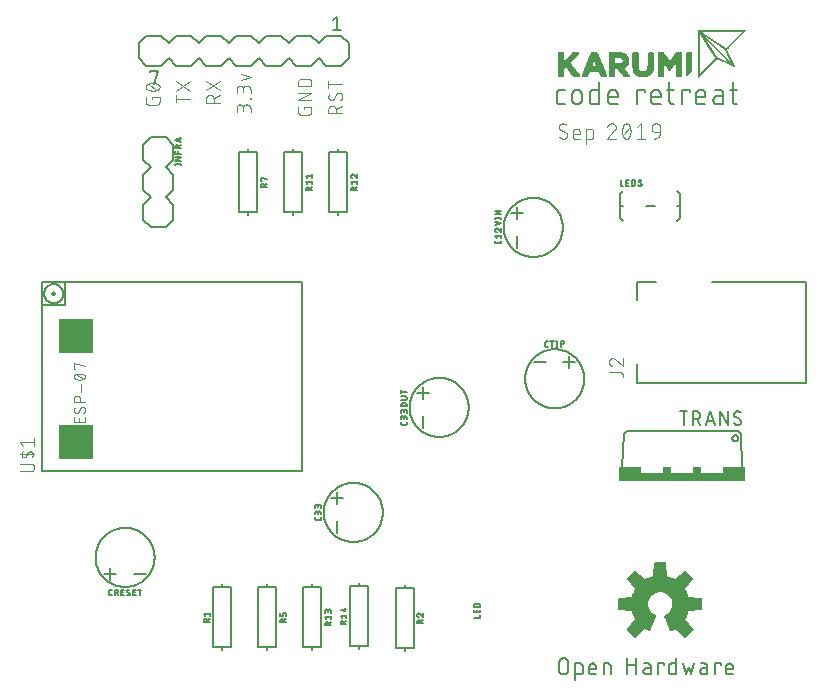
<source format=gbr>
G04 EAGLE Gerber RS-274X export*
G75*
%MOMM*%
%FSLAX34Y34*%
%LPD*%
%INSilkscreen Top*%
%IPPOS*%
%AMOC8*
5,1,8,0,0,1.08239X$1,22.5*%
G01*
%ADD10C,0.152400*%
%ADD11C,0.101600*%
%ADD12C,0.127000*%
%ADD13C,0.203200*%
%ADD14R,10.668000X0.762000*%
%ADD15R,1.905000X0.508000*%
%ADD16R,0.762000X0.508000*%
%ADD17C,0.076200*%
%ADD18R,3.000000X3.000000*%

G36*
X510062Y58995D02*
X510062Y58995D01*
X510170Y59006D01*
X510182Y59011D01*
X510196Y59013D01*
X510293Y59061D01*
X510392Y59106D01*
X510406Y59117D01*
X510414Y59122D01*
X510430Y59137D01*
X510506Y59200D01*
X516538Y65232D01*
X516589Y65302D01*
X516593Y65307D01*
X516595Y65311D01*
X516601Y65320D01*
X516668Y65406D01*
X516672Y65419D01*
X516680Y65430D01*
X516712Y65534D01*
X516747Y65637D01*
X516747Y65650D01*
X516751Y65664D01*
X516748Y65772D01*
X516748Y65881D01*
X516744Y65894D01*
X516743Y65908D01*
X516705Y66009D01*
X516671Y66112D01*
X516661Y66127D01*
X516657Y66136D01*
X516644Y66153D01*
X516589Y66235D01*
X509736Y74640D01*
X510774Y76526D01*
X510781Y76548D01*
X510809Y76601D01*
X511827Y79057D01*
X511832Y79080D01*
X511854Y79135D01*
X512453Y81202D01*
X523243Y82299D01*
X523348Y82328D01*
X523454Y82352D01*
X523465Y82359D01*
X523479Y82363D01*
X523569Y82424D01*
X523661Y82481D01*
X523670Y82492D01*
X523681Y82499D01*
X523747Y82586D01*
X523816Y82669D01*
X523821Y82682D01*
X523829Y82693D01*
X523864Y82796D01*
X523902Y82898D01*
X523904Y82915D01*
X523907Y82925D01*
X523907Y82946D01*
X523917Y83045D01*
X523917Y91575D01*
X523899Y91682D01*
X523885Y91789D01*
X523879Y91802D01*
X523877Y91815D01*
X523826Y91911D01*
X523778Y92009D01*
X523768Y92018D01*
X523762Y92031D01*
X523683Y92105D01*
X523606Y92182D01*
X523594Y92188D01*
X523584Y92197D01*
X523485Y92242D01*
X523388Y92291D01*
X523371Y92294D01*
X523362Y92298D01*
X523340Y92300D01*
X523243Y92320D01*
X512453Y93417D01*
X511854Y95484D01*
X511844Y95506D01*
X511827Y95562D01*
X511033Y97478D01*
X510809Y98018D01*
X510797Y98039D01*
X510774Y98093D01*
X509736Y99979D01*
X516589Y108384D01*
X516643Y108478D01*
X516700Y108570D01*
X516704Y108584D01*
X516710Y108596D01*
X516731Y108702D01*
X516756Y108808D01*
X516755Y108822D01*
X516757Y108835D01*
X516743Y108943D01*
X516732Y109051D01*
X516727Y109063D01*
X516725Y109077D01*
X516676Y109174D01*
X516632Y109273D01*
X516621Y109287D01*
X516616Y109296D01*
X516601Y109311D01*
X516538Y109387D01*
X510506Y115419D01*
X510418Y115483D01*
X510332Y115549D01*
X510319Y115554D01*
X510308Y115562D01*
X510204Y115593D01*
X510101Y115628D01*
X510088Y115628D01*
X510074Y115632D01*
X509966Y115629D01*
X509857Y115629D01*
X509844Y115625D01*
X509830Y115625D01*
X509729Y115586D01*
X509626Y115552D01*
X509611Y115542D01*
X509602Y115539D01*
X509585Y115525D01*
X509503Y115470D01*
X501098Y108617D01*
X499212Y109655D01*
X499190Y109663D01*
X499137Y109691D01*
X496681Y110708D01*
X496658Y110713D01*
X496603Y110735D01*
X494536Y111334D01*
X493439Y122124D01*
X493410Y122229D01*
X493386Y122335D01*
X493379Y122347D01*
X493375Y122360D01*
X493314Y122450D01*
X493257Y122542D01*
X493246Y122551D01*
X493239Y122562D01*
X493152Y122628D01*
X493069Y122697D01*
X493056Y122702D01*
X493045Y122710D01*
X492942Y122745D01*
X492840Y122783D01*
X492823Y122785D01*
X492813Y122788D01*
X492792Y122788D01*
X492693Y122798D01*
X484163Y122798D01*
X484056Y122780D01*
X483949Y122766D01*
X483936Y122760D01*
X483923Y122758D01*
X483827Y122707D01*
X483729Y122659D01*
X483720Y122650D01*
X483707Y122643D01*
X483633Y122564D01*
X483556Y122488D01*
X483550Y122475D01*
X483541Y122465D01*
X483496Y122366D01*
X483447Y122269D01*
X483444Y122252D01*
X483440Y122243D01*
X483438Y122221D01*
X483418Y122124D01*
X482321Y111334D01*
X480254Y110735D01*
X480232Y110725D01*
X480175Y110708D01*
X477719Y109691D01*
X477699Y109678D01*
X477645Y109655D01*
X475759Y108617D01*
X467354Y115470D01*
X467260Y115524D01*
X467168Y115582D01*
X467154Y115585D01*
X467142Y115592D01*
X467036Y115612D01*
X466930Y115637D01*
X466916Y115636D01*
X466903Y115639D01*
X466795Y115624D01*
X466687Y115614D01*
X466675Y115608D01*
X466661Y115606D01*
X466564Y115558D01*
X466465Y115513D01*
X466451Y115502D01*
X466442Y115497D01*
X466427Y115482D01*
X466351Y115419D01*
X460319Y109387D01*
X460255Y109299D01*
X460189Y109213D01*
X460184Y109200D01*
X460176Y109189D01*
X460145Y109086D01*
X460110Y108983D01*
X460110Y108969D01*
X460106Y108956D01*
X460109Y108847D01*
X460109Y108739D01*
X460113Y108726D01*
X460113Y108712D01*
X460152Y108610D01*
X460186Y108507D01*
X460196Y108493D01*
X460199Y108483D01*
X460213Y108466D01*
X460268Y108384D01*
X467121Y99979D01*
X466083Y98093D01*
X466075Y98071D01*
X466047Y98018D01*
X465030Y95562D01*
X465025Y95539D01*
X465003Y95484D01*
X464404Y93417D01*
X453614Y92320D01*
X453509Y92292D01*
X453403Y92267D01*
X453391Y92260D01*
X453378Y92256D01*
X453288Y92196D01*
X453196Y92138D01*
X453187Y92128D01*
X453176Y92120D01*
X453110Y92034D01*
X453041Y91950D01*
X453036Y91937D01*
X453028Y91926D01*
X452993Y91823D01*
X452955Y91722D01*
X452953Y91704D01*
X452950Y91695D01*
X452950Y91673D01*
X452940Y91575D01*
X452940Y83045D01*
X452958Y82937D01*
X452972Y82830D01*
X452978Y82818D01*
X452980Y82804D01*
X453031Y82708D01*
X453079Y82611D01*
X453088Y82601D01*
X453095Y82589D01*
X453174Y82515D01*
X453250Y82437D01*
X453263Y82431D01*
X453273Y82422D01*
X453372Y82377D01*
X453469Y82329D01*
X453486Y82325D01*
X453495Y82321D01*
X453517Y82319D01*
X453614Y82299D01*
X464404Y81202D01*
X465003Y79135D01*
X465013Y79113D01*
X465030Y79057D01*
X465085Y78924D01*
X466016Y76676D01*
X466047Y76601D01*
X466060Y76580D01*
X466083Y76526D01*
X467121Y74640D01*
X460268Y66235D01*
X460214Y66141D01*
X460156Y66049D01*
X460153Y66035D01*
X460146Y66023D01*
X460125Y65917D01*
X460101Y65811D01*
X460102Y65797D01*
X460099Y65784D01*
X460114Y65676D01*
X460124Y65568D01*
X460130Y65556D01*
X460132Y65542D01*
X460180Y65445D01*
X460225Y65346D01*
X460236Y65332D01*
X460241Y65324D01*
X460256Y65308D01*
X460319Y65232D01*
X466351Y59200D01*
X466439Y59137D01*
X466525Y59070D01*
X466538Y59066D01*
X466549Y59058D01*
X466652Y59026D01*
X466755Y58991D01*
X466769Y58991D01*
X466782Y58987D01*
X466891Y58990D01*
X466999Y58990D01*
X467012Y58994D01*
X467026Y58995D01*
X467128Y59033D01*
X467231Y59067D01*
X467245Y59077D01*
X467255Y59081D01*
X467272Y59094D01*
X467354Y59149D01*
X475753Y65998D01*
X477040Y65266D01*
X477059Y65259D01*
X477095Y65237D01*
X478904Y64399D01*
X478943Y64388D01*
X478978Y64369D01*
X479060Y64356D01*
X479139Y64334D01*
X479179Y64336D01*
X479219Y64329D01*
X479300Y64343D01*
X479383Y64347D01*
X479420Y64362D01*
X479460Y64369D01*
X479533Y64408D01*
X479609Y64439D01*
X479640Y64465D01*
X479675Y64484D01*
X479732Y64544D01*
X479794Y64598D01*
X479814Y64632D01*
X479842Y64662D01*
X479912Y64792D01*
X484935Y76918D01*
X484961Y77029D01*
X484989Y77141D01*
X484988Y77148D01*
X484990Y77156D01*
X484979Y77269D01*
X484970Y77384D01*
X484967Y77391D01*
X484966Y77398D01*
X484919Y77503D01*
X484873Y77609D01*
X484869Y77614D01*
X484865Y77621D01*
X484787Y77704D01*
X484710Y77790D01*
X484702Y77795D01*
X484699Y77799D01*
X484685Y77806D01*
X484586Y77870D01*
X483009Y78685D01*
X481641Y79715D01*
X480464Y80959D01*
X479513Y82382D01*
X478814Y83946D01*
X478386Y85603D01*
X478243Y87306D01*
X478422Y89211D01*
X478953Y91046D01*
X479817Y92749D01*
X480984Y94262D01*
X482413Y95529D01*
X484054Y96508D01*
X485848Y97163D01*
X487733Y97471D01*
X489642Y97422D01*
X491509Y97018D01*
X493267Y96272D01*
X494856Y95211D01*
X496218Y93872D01*
X497306Y92302D01*
X498082Y90556D01*
X498518Y88697D01*
X498600Y86788D01*
X498324Y84899D01*
X497700Y83093D01*
X496749Y81436D01*
X495506Y79986D01*
X494015Y78793D01*
X492264Y77867D01*
X492175Y77799D01*
X492085Y77735D01*
X492079Y77726D01*
X492070Y77719D01*
X492007Y77626D01*
X491943Y77537D01*
X491939Y77526D01*
X491933Y77517D01*
X491904Y77409D01*
X491872Y77303D01*
X491872Y77292D01*
X491869Y77281D01*
X491876Y77170D01*
X491879Y77059D01*
X491883Y77046D01*
X491884Y77038D01*
X491891Y77020D01*
X491922Y76918D01*
X492333Y75927D01*
X493264Y73679D01*
X494195Y71432D01*
X494195Y71431D01*
X495126Y69184D01*
X496057Y66936D01*
X496945Y64792D01*
X496966Y64758D01*
X496979Y64720D01*
X497030Y64655D01*
X497074Y64585D01*
X497105Y64559D01*
X497130Y64528D01*
X497199Y64482D01*
X497263Y64430D01*
X497300Y64416D01*
X497333Y64394D01*
X497414Y64373D01*
X497491Y64344D01*
X497531Y64342D01*
X497570Y64332D01*
X497652Y64338D01*
X497735Y64336D01*
X497773Y64347D01*
X497813Y64350D01*
X497952Y64399D01*
X499761Y65237D01*
X499778Y65249D01*
X499816Y65266D01*
X501104Y65998D01*
X509503Y59149D01*
X509597Y59095D01*
X509689Y59038D01*
X509703Y59034D01*
X509715Y59028D01*
X509821Y59007D01*
X509927Y58982D01*
X509940Y58983D01*
X509954Y58981D01*
X510062Y58995D01*
G37*
G36*
X520760Y532972D02*
X520760Y532972D01*
X520763Y532972D01*
X520857Y532994D01*
X520951Y533016D01*
X520954Y533018D01*
X520956Y533019D01*
X520974Y533031D01*
X521089Y533109D01*
X521725Y533716D01*
X521727Y533720D01*
X521732Y533723D01*
X524624Y536594D01*
X524625Y536595D01*
X524626Y536595D01*
X536702Y548657D01*
X547757Y543560D01*
X547758Y543560D01*
X547759Y543559D01*
X550994Y542090D01*
X551015Y542086D01*
X551033Y542075D01*
X551111Y542064D01*
X551188Y542046D01*
X551209Y542050D01*
X551230Y542047D01*
X551306Y542067D01*
X551384Y542081D01*
X551402Y542092D01*
X551422Y542097D01*
X551484Y542146D01*
X551551Y542189D01*
X551563Y542206D01*
X551579Y542219D01*
X551618Y542288D01*
X551662Y542354D01*
X551666Y542374D01*
X551676Y542393D01*
X551685Y542471D01*
X551700Y542549D01*
X551696Y542569D01*
X551698Y542590D01*
X551664Y542718D01*
X551659Y542744D01*
X551657Y542747D01*
X551656Y542751D01*
X545267Y556845D01*
X545444Y557039D01*
X545476Y557092D01*
X545516Y557141D01*
X545517Y557146D01*
X545525Y557152D01*
X545563Y557172D01*
X545579Y557192D01*
X545606Y557212D01*
X546879Y558543D01*
X551391Y563190D01*
X556398Y568304D01*
X560837Y572802D01*
X560839Y572804D01*
X560841Y572806D01*
X560893Y572888D01*
X560946Y572969D01*
X560946Y572971D01*
X560948Y572973D01*
X560964Y573068D01*
X560981Y573165D01*
X560980Y573167D01*
X560981Y573169D01*
X560959Y573263D01*
X560937Y573359D01*
X560935Y573361D01*
X560935Y573363D01*
X560877Y573442D01*
X560821Y573520D01*
X560818Y573521D01*
X560817Y573523D01*
X560733Y573573D01*
X560651Y573623D01*
X560648Y573623D01*
X560646Y573625D01*
X560482Y573652D01*
X520701Y573661D01*
X520693Y573659D01*
X520684Y573660D01*
X520596Y573639D01*
X520506Y573621D01*
X520499Y573616D01*
X520491Y573614D01*
X520417Y573560D01*
X520342Y573509D01*
X520338Y573502D01*
X520331Y573497D01*
X520284Y573418D01*
X520235Y573341D01*
X520234Y573333D01*
X520229Y573326D01*
X520202Y573161D01*
X520201Y553321D01*
X520201Y553311D01*
X520214Y539295D01*
X520214Y539294D01*
X520214Y539293D01*
X520245Y533468D01*
X520265Y533373D01*
X520283Y533279D01*
X520285Y533276D01*
X520286Y533273D01*
X520341Y533193D01*
X520395Y533114D01*
X520397Y533112D01*
X520399Y533110D01*
X520481Y533058D01*
X520561Y533006D01*
X520564Y533005D01*
X520567Y533004D01*
X520663Y532988D01*
X520757Y532971D01*
X520760Y532972D01*
G37*
G36*
X491167Y533894D02*
X491167Y533894D01*
X491257Y533910D01*
X491264Y533914D01*
X491272Y533916D01*
X491347Y533967D01*
X491425Y534017D01*
X491430Y534024D01*
X491436Y534028D01*
X491456Y534059D01*
X491523Y534151D01*
X491713Y534527D01*
X491721Y534558D01*
X491737Y534585D01*
X491753Y534677D01*
X491765Y534719D01*
X491763Y534732D01*
X491766Y534749D01*
X491827Y545094D01*
X494562Y540940D01*
X494564Y540939D01*
X494565Y540936D01*
X495509Y539532D01*
X495513Y539528D01*
X495515Y539523D01*
X496164Y538600D01*
X496231Y538537D01*
X496295Y538472D01*
X496303Y538469D01*
X496308Y538464D01*
X496395Y538432D01*
X496479Y538397D01*
X496487Y538397D01*
X496495Y538394D01*
X496587Y538398D01*
X496678Y538400D01*
X496686Y538403D01*
X496693Y538403D01*
X496727Y538419D01*
X496833Y538461D01*
X497180Y538673D01*
X497195Y538687D01*
X497214Y538696D01*
X497306Y538790D01*
X497325Y538809D01*
X497327Y538812D01*
X497330Y538815D01*
X497651Y539279D01*
X497652Y539282D01*
X497655Y539286D01*
X499538Y542098D01*
X499539Y542100D01*
X499541Y542102D01*
X501695Y545393D01*
X501757Y534589D01*
X501771Y534522D01*
X501776Y534455D01*
X501791Y534426D01*
X501798Y534394D01*
X501837Y534338D01*
X501868Y534278D01*
X501895Y534254D01*
X501911Y534231D01*
X501946Y534209D01*
X501993Y534168D01*
X502341Y533951D01*
X502393Y533932D01*
X502441Y533904D01*
X502493Y533895D01*
X502527Y533882D01*
X502560Y533883D01*
X502605Y533876D01*
X505989Y533876D01*
X506009Y533880D01*
X506033Y533878D01*
X506552Y533923D01*
X506635Y533948D01*
X506718Y533968D01*
X506729Y533976D01*
X506742Y533980D01*
X506809Y534035D01*
X506878Y534086D01*
X506885Y534098D01*
X506896Y534106D01*
X506936Y534183D01*
X506980Y534257D01*
X506982Y534272D01*
X506988Y534283D01*
X506991Y534326D01*
X507007Y534421D01*
X507004Y554162D01*
X507002Y554174D01*
X507004Y554186D01*
X506982Y554271D01*
X506965Y554357D01*
X506958Y554367D01*
X506955Y554379D01*
X506902Y554448D01*
X506852Y554521D01*
X506842Y554527D01*
X506834Y554537D01*
X506758Y554581D01*
X506684Y554628D01*
X506672Y554630D01*
X506662Y554636D01*
X506497Y554661D01*
X501985Y554592D01*
X501922Y554578D01*
X501859Y554574D01*
X501821Y554556D01*
X501791Y554550D01*
X501759Y554527D01*
X501708Y554503D01*
X501299Y554219D01*
X501287Y554207D01*
X501271Y554199D01*
X501165Y554080D01*
X501161Y554076D01*
X501161Y554075D01*
X501160Y554074D01*
X497562Y548346D01*
X496685Y547004D01*
X496533Y547240D01*
X494730Y550101D01*
X492061Y554416D01*
X492014Y554467D01*
X491972Y554523D01*
X491946Y554539D01*
X491925Y554561D01*
X491861Y554589D01*
X491802Y554625D01*
X491767Y554630D01*
X491743Y554641D01*
X491701Y554642D01*
X491638Y554653D01*
X487129Y554661D01*
X487098Y554655D01*
X487066Y554657D01*
X487002Y554635D01*
X486934Y554622D01*
X486908Y554604D01*
X486878Y554594D01*
X486807Y554535D01*
X486770Y554510D01*
X486763Y554498D01*
X486750Y554487D01*
X486489Y554184D01*
X486443Y554102D01*
X486396Y554023D01*
X486395Y554016D01*
X486392Y554010D01*
X486388Y553977D01*
X486368Y553859D01*
X486368Y534679D01*
X486387Y534587D01*
X486403Y534496D01*
X486407Y534490D01*
X486408Y534484D01*
X486427Y534456D01*
X486489Y534353D01*
X486750Y534050D01*
X486775Y534030D01*
X486793Y534005D01*
X486853Y533970D01*
X486907Y533928D01*
X486937Y533920D01*
X486964Y533904D01*
X487057Y533888D01*
X487099Y533877D01*
X487112Y533879D01*
X487128Y533876D01*
X491077Y533876D01*
X491167Y533894D01*
G37*
G36*
X449619Y533888D02*
X449619Y533888D01*
X449680Y533891D01*
X449715Y533908D01*
X449754Y533916D01*
X449804Y533950D01*
X449859Y533976D01*
X449890Y534009D01*
X449918Y534028D01*
X449937Y534059D01*
X449973Y534097D01*
X450201Y534436D01*
X450225Y534495D01*
X450258Y534550D01*
X450265Y534591D01*
X450276Y534620D01*
X450276Y534659D01*
X450285Y534714D01*
X450285Y540177D01*
X452713Y540166D01*
X452917Y540014D01*
X456637Y534434D01*
X456669Y534402D01*
X456725Y534334D01*
X457111Y533998D01*
X457194Y533952D01*
X457275Y533903D01*
X457280Y533903D01*
X457284Y533900D01*
X457312Y533897D01*
X457439Y533876D01*
X460836Y533881D01*
X460844Y533883D01*
X460855Y533882D01*
X461986Y533926D01*
X461997Y533929D01*
X462009Y533928D01*
X462093Y533953D01*
X462179Y533974D01*
X462188Y533981D01*
X462199Y533984D01*
X462331Y534085D01*
X462583Y534356D01*
X462608Y534396D01*
X462640Y534429D01*
X462659Y534480D01*
X462687Y534526D01*
X462694Y534572D01*
X462710Y534615D01*
X462708Y534669D01*
X462716Y534722D01*
X462705Y534767D01*
X462703Y534814D01*
X462677Y534874D01*
X462666Y534915D01*
X462651Y534936D01*
X462637Y534967D01*
X459570Y539718D01*
X458986Y540670D01*
X458633Y541299D01*
X458656Y541320D01*
X459098Y541605D01*
X459107Y541614D01*
X459120Y541621D01*
X459579Y541952D01*
X459585Y541960D01*
X459596Y541966D01*
X460040Y542317D01*
X460048Y542327D01*
X460063Y542336D01*
X460484Y542714D01*
X460502Y542738D01*
X460533Y542764D01*
X460897Y543197D01*
X460909Y543218D01*
X460931Y543241D01*
X461245Y543712D01*
X461253Y543731D01*
X461269Y543752D01*
X461537Y544251D01*
X461543Y544270D01*
X461557Y544291D01*
X461779Y544811D01*
X461783Y544830D01*
X461794Y544851D01*
X461972Y545388D01*
X461974Y545406D01*
X461983Y545427D01*
X462117Y545976D01*
X462118Y545993D01*
X462125Y546014D01*
X462216Y546572D01*
X462215Y546589D01*
X462221Y546609D01*
X462271Y547173D01*
X462269Y547188D01*
X462273Y547208D01*
X462283Y547774D01*
X462280Y547789D01*
X462282Y547808D01*
X462254Y548373D01*
X462250Y548386D01*
X462251Y548402D01*
X462190Y548964D01*
X462185Y548979D01*
X462185Y548998D01*
X462086Y549555D01*
X462080Y549571D01*
X462078Y549593D01*
X461936Y550141D01*
X461927Y550158D01*
X461923Y550182D01*
X461734Y550716D01*
X461723Y550734D01*
X461716Y550760D01*
X461476Y551273D01*
X461463Y551291D01*
X461452Y551318D01*
X461161Y551803D01*
X461145Y551821D01*
X461130Y551848D01*
X460788Y552299D01*
X460770Y552315D01*
X460753Y552340D01*
X460364Y552751D01*
X460345Y552764D01*
X460326Y552787D01*
X459895Y553155D01*
X459876Y553165D01*
X459857Y553185D01*
X459392Y553508D01*
X459374Y553516D01*
X459355Y553532D01*
X458863Y553813D01*
X458846Y553818D01*
X458828Y553831D01*
X458315Y554072D01*
X458300Y554075D01*
X458284Y554085D01*
X457756Y554290D01*
X457731Y554294D01*
X457701Y554308D01*
X457153Y554449D01*
X457124Y554451D01*
X457085Y554462D01*
X456523Y554526D01*
X456508Y554525D01*
X456489Y554529D01*
X455358Y554580D01*
X455352Y554579D01*
X455345Y554580D01*
X454338Y554600D01*
X454247Y554583D01*
X454220Y554579D01*
X454140Y554593D01*
X454102Y554603D01*
X454093Y554601D01*
X454083Y554603D01*
X445717Y554673D01*
X445642Y554659D01*
X445565Y554651D01*
X445542Y554639D01*
X445522Y554635D01*
X445485Y554610D01*
X445416Y554576D01*
X445092Y554336D01*
X445059Y554300D01*
X445019Y554271D01*
X444993Y554227D01*
X444959Y554188D01*
X444943Y554142D01*
X444917Y554100D01*
X444907Y554039D01*
X444894Y554001D01*
X444895Y553973D01*
X444889Y553936D01*
X444861Y544313D01*
X444861Y544285D01*
X444818Y534663D01*
X444820Y534652D01*
X444818Y534641D01*
X444839Y534555D01*
X444856Y534468D01*
X444863Y534458D01*
X444865Y534448D01*
X444960Y534311D01*
X445240Y534026D01*
X445252Y534017D01*
X445261Y534005D01*
X445334Y533962D01*
X445405Y533914D01*
X445419Y533911D01*
X445432Y533904D01*
X445597Y533876D01*
X449559Y533876D01*
X449619Y533888D01*
G37*
G36*
X406388Y533889D02*
X406388Y533889D01*
X406452Y533892D01*
X406484Y533908D01*
X406520Y533916D01*
X406573Y533952D01*
X406630Y533980D01*
X406659Y534011D01*
X406684Y534028D01*
X406705Y534061D01*
X406743Y534102D01*
X406967Y534445D01*
X406989Y534501D01*
X407020Y534553D01*
X407028Y534599D01*
X407040Y534629D01*
X407039Y534666D01*
X407048Y534717D01*
X407048Y540202D01*
X407255Y540468D01*
X408627Y541821D01*
X414127Y534290D01*
X414160Y534260D01*
X414185Y534223D01*
X414242Y534185D01*
X414274Y534156D01*
X414297Y534148D01*
X414323Y534130D01*
X414783Y533921D01*
X414806Y533916D01*
X414826Y533904D01*
X414943Y533884D01*
X414977Y533876D01*
X414982Y533877D01*
X414990Y533876D01*
X420080Y533876D01*
X420108Y533882D01*
X420137Y533879D01*
X420205Y533901D01*
X420275Y533916D01*
X420299Y533932D01*
X420326Y533941D01*
X420380Y533988D01*
X420439Y534028D01*
X420454Y534052D01*
X420476Y534071D01*
X420507Y534135D01*
X420546Y534196D01*
X420551Y534224D01*
X420563Y534250D01*
X420567Y534321D01*
X420579Y534392D01*
X420572Y534420D01*
X420574Y534448D01*
X420543Y534544D01*
X420533Y534585D01*
X420527Y534594D01*
X420523Y534606D01*
X420321Y534993D01*
X420300Y535018D01*
X420279Y535059D01*
X413883Y543690D01*
X412553Y545511D01*
X412458Y545649D01*
X412946Y546198D01*
X414870Y548258D01*
X419936Y553584D01*
X419949Y553605D01*
X419968Y553621D01*
X420001Y553688D01*
X420042Y553752D01*
X420045Y553777D01*
X420056Y553799D01*
X420067Y553912D01*
X420073Y553948D01*
X420071Y553956D01*
X420072Y553965D01*
X420055Y554199D01*
X420030Y554285D01*
X420009Y554373D01*
X420004Y554381D01*
X420001Y554390D01*
X419945Y554460D01*
X419891Y554533D01*
X419883Y554538D01*
X419877Y554545D01*
X419797Y554588D01*
X419720Y554634D01*
X419709Y554636D01*
X419702Y554640D01*
X419662Y554643D01*
X419556Y554661D01*
X414465Y554648D01*
X414424Y554639D01*
X414382Y554640D01*
X414313Y554616D01*
X414270Y554608D01*
X414252Y554595D01*
X414225Y554585D01*
X413769Y554333D01*
X413748Y554315D01*
X413644Y554236D01*
X407109Y547198D01*
X407051Y553751D01*
X407050Y553753D01*
X407051Y553755D01*
X407020Y553919D01*
X406867Y554334D01*
X406856Y554352D01*
X406852Y554372D01*
X406805Y554436D01*
X406763Y554504D01*
X406746Y554516D01*
X406734Y554532D01*
X406665Y554572D01*
X406600Y554619D01*
X406580Y554623D01*
X406563Y554633D01*
X406430Y554656D01*
X406406Y554661D01*
X406403Y554660D01*
X406399Y554661D01*
X402439Y554661D01*
X402432Y554660D01*
X402424Y554661D01*
X402335Y554640D01*
X402244Y554622D01*
X402238Y554617D01*
X402230Y554615D01*
X402093Y554521D01*
X401804Y554244D01*
X401795Y554230D01*
X401782Y554220D01*
X401739Y554149D01*
X401692Y554080D01*
X401688Y554064D01*
X401680Y554049D01*
X401652Y553885D01*
X401623Y544270D01*
X401580Y534655D01*
X401584Y534638D01*
X401581Y534621D01*
X401603Y534541D01*
X401619Y534460D01*
X401629Y534446D01*
X401633Y534429D01*
X401727Y534301D01*
X401731Y534296D01*
X401732Y534295D01*
X402018Y534017D01*
X402026Y534012D01*
X402031Y534005D01*
X402109Y533959D01*
X402186Y533910D01*
X402194Y533908D01*
X402202Y533904D01*
X402366Y533876D01*
X406325Y533876D01*
X406388Y533889D01*
G37*
G36*
X426489Y534087D02*
X426489Y534087D01*
X426529Y534096D01*
X426589Y534099D01*
X427085Y534208D01*
X427137Y534231D01*
X427191Y534244D01*
X427227Y534271D01*
X427267Y534289D01*
X427306Y534330D01*
X427351Y534363D01*
X427378Y534407D01*
X427403Y534434D01*
X427415Y534465D01*
X427439Y534504D01*
X428898Y538024D01*
X429027Y538122D01*
X436521Y538056D01*
X436643Y537919D01*
X437935Y534884D01*
X437944Y534872D01*
X437949Y534855D01*
X438193Y534370D01*
X438247Y534301D01*
X438298Y534230D01*
X438308Y534224D01*
X438316Y534214D01*
X438393Y534172D01*
X438467Y534126D01*
X438481Y534123D01*
X438490Y534118D01*
X438532Y534114D01*
X438631Y534095D01*
X441447Y534049D01*
X441454Y534050D01*
X441461Y534049D01*
X442588Y534061D01*
X442600Y534064D01*
X442615Y534062D01*
X443177Y534099D01*
X443254Y534120D01*
X443333Y534135D01*
X443350Y534146D01*
X443369Y534151D01*
X443432Y534201D01*
X443498Y534245D01*
X443509Y534262D01*
X443525Y534274D01*
X443564Y534344D01*
X443608Y534411D01*
X443612Y534433D01*
X443621Y534448D01*
X443626Y534493D01*
X443643Y534574D01*
X443662Y534983D01*
X443658Y535012D01*
X443662Y535041D01*
X443638Y535138D01*
X443632Y535180D01*
X443626Y535189D01*
X443623Y535203D01*
X435438Y554375D01*
X435415Y554410D01*
X435399Y554449D01*
X435359Y554491D01*
X435325Y554539D01*
X435290Y554562D01*
X435261Y554592D01*
X435195Y554622D01*
X435158Y554646D01*
X435136Y554649D01*
X435110Y554661D01*
X434631Y554790D01*
X434587Y554793D01*
X434500Y554808D01*
X432247Y554804D01*
X432240Y554802D01*
X432231Y554804D01*
X431105Y554766D01*
X431082Y554761D01*
X431052Y554761D01*
X430619Y554700D01*
X430552Y554677D01*
X430484Y554661D01*
X430459Y554644D01*
X430431Y554634D01*
X430379Y554586D01*
X430322Y554545D01*
X430304Y554517D01*
X430285Y554499D01*
X430267Y554461D01*
X430231Y554406D01*
X429328Y552341D01*
X429328Y552339D01*
X429327Y552338D01*
X426887Y546640D01*
X426886Y546639D01*
X422269Y535745D01*
X422269Y535743D01*
X422267Y535741D01*
X422052Y535220D01*
X422046Y535190D01*
X422033Y535163D01*
X422023Y535067D01*
X422014Y535025D01*
X422017Y535013D01*
X422015Y534998D01*
X422043Y534571D01*
X422061Y534503D01*
X422071Y534433D01*
X422087Y534408D01*
X422094Y534379D01*
X422138Y534323D01*
X422175Y534263D01*
X422199Y534246D01*
X422217Y534222D01*
X422279Y534188D01*
X422336Y534147D01*
X422369Y534139D01*
X422391Y534126D01*
X422434Y534122D01*
X422497Y534105D01*
X423058Y534056D01*
X423073Y534058D01*
X423092Y534054D01*
X423655Y534044D01*
X423663Y534045D01*
X423673Y534044D01*
X426489Y534087D01*
G37*
G36*
X473867Y533590D02*
X473867Y533590D01*
X473881Y533588D01*
X475012Y533619D01*
X475020Y533621D01*
X475031Y533620D01*
X475596Y533658D01*
X475602Y533660D01*
X475611Y533659D01*
X476174Y533714D01*
X476183Y533717D01*
X476194Y533717D01*
X476754Y533795D01*
X476768Y533800D01*
X476786Y533800D01*
X477340Y533915D01*
X477364Y533925D01*
X477397Y533930D01*
X477933Y534110D01*
X477946Y534117D01*
X477965Y534122D01*
X478487Y534337D01*
X478498Y534344D01*
X478514Y534349D01*
X479023Y534594D01*
X479036Y534604D01*
X479055Y534611D01*
X479545Y534892D01*
X479559Y534905D01*
X479581Y534915D01*
X480046Y535236D01*
X480060Y535251D01*
X480083Y535264D01*
X480516Y535628D01*
X480528Y535644D01*
X480550Y535659D01*
X480947Y536060D01*
X480957Y536075D01*
X480973Y536088D01*
X481339Y536519D01*
X481347Y536534D01*
X481362Y536548D01*
X481695Y537005D01*
X481703Y537022D01*
X481719Y537040D01*
X482012Y537524D01*
X482018Y537542D01*
X482033Y537561D01*
X482283Y538068D01*
X482287Y538085D01*
X482299Y538104D01*
X482509Y538628D01*
X482512Y538643D01*
X482520Y538658D01*
X482696Y539196D01*
X482698Y539208D01*
X482704Y539221D01*
X482852Y539767D01*
X482853Y539784D01*
X482860Y539805D01*
X482965Y540360D01*
X482965Y540378D01*
X482971Y540401D01*
X483030Y540963D01*
X483028Y540976D01*
X483032Y540992D01*
X483083Y542122D01*
X483082Y542129D01*
X483083Y542137D01*
X483108Y543833D01*
X483107Y543836D01*
X483108Y543840D01*
X483117Y554018D01*
X483111Y554045D01*
X483114Y554072D01*
X483092Y554142D01*
X483077Y554213D01*
X483062Y554236D01*
X483053Y554262D01*
X483006Y554317D01*
X482965Y554377D01*
X482942Y554392D01*
X482924Y554413D01*
X482832Y554463D01*
X482797Y554485D01*
X482788Y554486D01*
X482777Y554492D01*
X482355Y554635D01*
X482339Y554637D01*
X482195Y554661D01*
X478802Y554661D01*
X478793Y554659D01*
X478783Y554661D01*
X478620Y554627D01*
X478213Y554467D01*
X478202Y554460D01*
X478189Y554457D01*
X478119Y554407D01*
X478046Y554359D01*
X478038Y554349D01*
X478028Y554341D01*
X477983Y554267D01*
X477934Y554195D01*
X477932Y554182D01*
X477925Y554171D01*
X477895Y554007D01*
X477826Y546660D01*
X477780Y543840D01*
X477709Y542162D01*
X477662Y541624D01*
X477587Y541106D01*
X477465Y540633D01*
X477262Y540215D01*
X476964Y539821D01*
X476622Y539442D01*
X476248Y539126D01*
X475835Y538880D01*
X475382Y538706D01*
X474896Y538599D01*
X474384Y538548D01*
X473862Y538542D01*
X473345Y538578D01*
X472848Y538667D01*
X472380Y538818D01*
X471952Y539036D01*
X471572Y539325D01*
X471241Y539679D01*
X470958Y540089D01*
X470725Y540532D01*
X470565Y540982D01*
X470498Y541467D01*
X470447Y542566D01*
X470410Y545382D01*
X470353Y553864D01*
X470333Y553956D01*
X470316Y554049D01*
X470313Y554054D01*
X470312Y554058D01*
X470295Y554083D01*
X470228Y554190D01*
X469962Y554492D01*
X469939Y554509D01*
X469923Y554532D01*
X469861Y554569D01*
X469804Y554612D01*
X469776Y554619D01*
X469752Y554633D01*
X469652Y554650D01*
X469611Y554661D01*
X469600Y554659D01*
X469588Y554661D01*
X465629Y554661D01*
X465615Y554658D01*
X465601Y554660D01*
X465518Y554639D01*
X465434Y554622D01*
X465423Y554614D01*
X465409Y554610D01*
X465341Y554558D01*
X465271Y554509D01*
X465263Y554497D01*
X465252Y554488D01*
X465165Y554346D01*
X465005Y553941D01*
X465003Y553931D01*
X464997Y553921D01*
X464970Y553757D01*
X464970Y547537D01*
X464970Y547536D01*
X464980Y544143D01*
X464981Y544139D01*
X464980Y544134D01*
X465026Y541873D01*
X465028Y541864D01*
X465027Y541854D01*
X465093Y540725D01*
X465096Y540714D01*
X465095Y540701D01*
X465156Y540139D01*
X465160Y540126D01*
X465160Y540110D01*
X465253Y539552D01*
X465260Y539534D01*
X465262Y539509D01*
X465404Y538962D01*
X465414Y538942D01*
X465419Y538914D01*
X465615Y538384D01*
X465621Y538375D01*
X465622Y538371D01*
X465625Y538367D01*
X465629Y538350D01*
X465864Y537836D01*
X465872Y537825D01*
X465877Y537809D01*
X466142Y537310D01*
X466155Y537295D01*
X466164Y537272D01*
X466472Y536798D01*
X466485Y536784D01*
X466497Y536762D01*
X466844Y536316D01*
X466859Y536304D01*
X466873Y536283D01*
X467258Y535869D01*
X467273Y535858D01*
X467288Y535839D01*
X467708Y535460D01*
X467724Y535451D01*
X467740Y535433D01*
X468190Y535091D01*
X468206Y535083D01*
X468223Y535067D01*
X468699Y534763D01*
X468715Y534756D01*
X468733Y534743D01*
X469231Y534476D01*
X469247Y534471D01*
X469264Y534460D01*
X469781Y534231D01*
X469797Y534227D01*
X469814Y534217D01*
X470346Y534025D01*
X470360Y534023D01*
X470377Y534015D01*
X470921Y533859D01*
X470938Y533858D01*
X470959Y533850D01*
X471512Y533736D01*
X471530Y533736D01*
X471552Y533730D01*
X472113Y533662D01*
X472124Y533662D01*
X472137Y533659D01*
X472701Y533618D01*
X472712Y533619D01*
X472725Y533616D01*
X473855Y533588D01*
X473867Y533590D01*
G37*
%LPC*%
G36*
X529929Y567932D02*
X529929Y567932D01*
X523953Y571986D01*
X557698Y571993D01*
X556845Y571122D01*
X556838Y571115D01*
X546692Y560794D01*
X544646Y558749D01*
X544199Y558317D01*
X529929Y567932D01*
G37*
%LPD*%
%LPC*%
G36*
X521872Y560610D02*
X521872Y560610D01*
X521891Y568522D01*
X521905Y569858D01*
X528260Y560301D01*
X528271Y560284D01*
X535278Y549714D01*
X534514Y548911D01*
X531766Y546127D01*
X521873Y536222D01*
X521872Y560610D01*
G37*
%LPD*%
G36*
X510814Y534304D02*
X510814Y534304D01*
X510874Y534308D01*
X511131Y534369D01*
X511181Y534392D01*
X511234Y534406D01*
X511278Y534437D01*
X511312Y534452D01*
X511334Y534477D01*
X511370Y534502D01*
X515353Y538499D01*
X515360Y538509D01*
X515370Y538516D01*
X515414Y538591D01*
X515463Y538665D01*
X515465Y538676D01*
X515471Y538687D01*
X515499Y538851D01*
X515508Y554082D01*
X515495Y554148D01*
X515490Y554216D01*
X515475Y554245D01*
X515469Y554277D01*
X515430Y554333D01*
X515400Y554393D01*
X515375Y554414D01*
X515356Y554441D01*
X515299Y554477D01*
X515247Y554521D01*
X515212Y554533D01*
X515189Y554548D01*
X515148Y554555D01*
X515090Y554575D01*
X514606Y554655D01*
X514571Y554653D01*
X514524Y554661D01*
X511139Y554661D01*
X511110Y554655D01*
X511082Y554658D01*
X510986Y554630D01*
X510944Y554622D01*
X510935Y554615D01*
X510922Y554612D01*
X510541Y554428D01*
X510465Y554369D01*
X510388Y554313D01*
X510386Y554310D01*
X510383Y554307D01*
X510335Y554223D01*
X510287Y554142D01*
X510286Y554138D01*
X510284Y554135D01*
X510281Y554109D01*
X510259Y553978D01*
X510259Y534794D01*
X510272Y534729D01*
X510277Y534662D01*
X510292Y534632D01*
X510299Y534599D01*
X510336Y534544D01*
X510366Y534485D01*
X510392Y534463D01*
X510411Y534435D01*
X510467Y534399D01*
X510518Y534356D01*
X510550Y534346D01*
X510579Y534328D01*
X510644Y534317D01*
X510708Y534297D01*
X510746Y534299D01*
X510775Y534295D01*
X510814Y534304D01*
G37*
%LPC*%
G36*
X536819Y550436D02*
X536819Y550436D01*
X526144Y566522D01*
X544175Y548411D01*
X544175Y548410D01*
X544178Y548407D01*
X546637Y545917D01*
X536819Y550436D01*
G37*
%LPD*%
%LPC*%
G36*
X527393Y567632D02*
X527393Y567632D01*
X535181Y562377D01*
X535210Y562358D01*
X543441Y556790D01*
X547886Y547063D01*
X527393Y567632D01*
G37*
%LPD*%
%LPC*%
G36*
X450285Y545277D02*
X450285Y545277D01*
X450285Y549699D01*
X450287Y549705D01*
X453765Y549702D01*
X453852Y549720D01*
X453879Y549724D01*
X453958Y549709D01*
X453992Y549701D01*
X453999Y549702D01*
X454007Y549700D01*
X454439Y549693D01*
X454957Y549663D01*
X455418Y549568D01*
X455852Y549368D01*
X456241Y549129D01*
X456562Y548827D01*
X456772Y548463D01*
X456881Y548030D01*
X456907Y547550D01*
X456862Y547075D01*
X456729Y546645D01*
X456500Y546274D01*
X456175Y545963D01*
X455775Y545712D01*
X455340Y545533D01*
X454856Y545443D01*
X454326Y545392D01*
X453212Y545335D01*
X450288Y545251D01*
X450285Y545277D01*
G37*
%LPD*%
%LPC*%
G36*
X431020Y543103D02*
X431020Y543103D01*
X431177Y543515D01*
X432233Y546115D01*
X432672Y547136D01*
X432765Y547329D01*
X433613Y545322D01*
X433659Y545211D01*
X434507Y543144D01*
X431449Y543102D01*
X431020Y543103D01*
G37*
%LPD*%
D10*
X407947Y510762D02*
X403841Y510762D01*
X403731Y510764D01*
X403621Y510770D01*
X403512Y510780D01*
X403403Y510793D01*
X403294Y510811D01*
X403187Y510832D01*
X403080Y510858D01*
X402974Y510887D01*
X402869Y510920D01*
X402765Y510956D01*
X402663Y510996D01*
X402562Y511040D01*
X402463Y511088D01*
X402365Y511139D01*
X402270Y511193D01*
X402176Y511251D01*
X402085Y511312D01*
X401996Y511376D01*
X401909Y511444D01*
X401825Y511514D01*
X401743Y511587D01*
X401664Y511664D01*
X401587Y511743D01*
X401514Y511825D01*
X401444Y511909D01*
X401376Y511996D01*
X401312Y512085D01*
X401251Y512176D01*
X401193Y512270D01*
X401139Y512365D01*
X401088Y512463D01*
X401040Y512562D01*
X400996Y512663D01*
X400956Y512765D01*
X400920Y512869D01*
X400887Y512974D01*
X400858Y513080D01*
X400832Y513187D01*
X400811Y513294D01*
X400793Y513403D01*
X400780Y513512D01*
X400770Y513621D01*
X400764Y513731D01*
X400762Y513841D01*
X400762Y520000D01*
X400764Y520110D01*
X400770Y520220D01*
X400780Y520329D01*
X400793Y520438D01*
X400811Y520547D01*
X400832Y520654D01*
X400858Y520761D01*
X400887Y520867D01*
X400920Y520972D01*
X400956Y521076D01*
X400996Y521178D01*
X401040Y521279D01*
X401088Y521378D01*
X401139Y521476D01*
X401193Y521571D01*
X401251Y521665D01*
X401312Y521756D01*
X401376Y521845D01*
X401444Y521932D01*
X401514Y522016D01*
X401587Y522098D01*
X401664Y522177D01*
X401743Y522254D01*
X401825Y522327D01*
X401909Y522397D01*
X401996Y522465D01*
X402085Y522529D01*
X402176Y522590D01*
X402270Y522648D01*
X402365Y522702D01*
X402463Y522753D01*
X402562Y522801D01*
X402663Y522845D01*
X402765Y522885D01*
X402869Y522921D01*
X402974Y522954D01*
X403080Y522983D01*
X403187Y523009D01*
X403294Y523030D01*
X403403Y523048D01*
X403512Y523061D01*
X403621Y523071D01*
X403731Y523077D01*
X403841Y523079D01*
X407947Y523079D01*
X413970Y518974D02*
X413970Y514868D01*
X413970Y518974D02*
X413972Y519100D01*
X413978Y519227D01*
X413988Y519353D01*
X414001Y519479D01*
X414019Y519604D01*
X414040Y519728D01*
X414065Y519852D01*
X414094Y519976D01*
X414127Y520098D01*
X414163Y520219D01*
X414203Y520339D01*
X414247Y520457D01*
X414295Y520574D01*
X414346Y520690D01*
X414400Y520804D01*
X414459Y520917D01*
X414520Y521027D01*
X414585Y521136D01*
X414653Y521242D01*
X414725Y521346D01*
X414799Y521448D01*
X414877Y521548D01*
X414958Y521645D01*
X415042Y521740D01*
X415128Y521832D01*
X415218Y521922D01*
X415310Y522008D01*
X415405Y522092D01*
X415502Y522173D01*
X415602Y522251D01*
X415704Y522325D01*
X415808Y522397D01*
X415914Y522465D01*
X416023Y522530D01*
X416133Y522591D01*
X416246Y522650D01*
X416360Y522704D01*
X416476Y522755D01*
X416593Y522803D01*
X416711Y522847D01*
X416831Y522887D01*
X416952Y522923D01*
X417074Y522956D01*
X417198Y522985D01*
X417322Y523010D01*
X417446Y523031D01*
X417571Y523049D01*
X417697Y523062D01*
X417823Y523072D01*
X417950Y523078D01*
X418076Y523080D01*
X418202Y523078D01*
X418329Y523072D01*
X418455Y523062D01*
X418581Y523049D01*
X418706Y523031D01*
X418830Y523010D01*
X418954Y522985D01*
X419078Y522956D01*
X419200Y522923D01*
X419321Y522887D01*
X419441Y522847D01*
X419559Y522803D01*
X419676Y522755D01*
X419792Y522704D01*
X419906Y522650D01*
X420019Y522591D01*
X420129Y522530D01*
X420238Y522465D01*
X420344Y522397D01*
X420448Y522325D01*
X420550Y522251D01*
X420650Y522173D01*
X420747Y522092D01*
X420842Y522008D01*
X420934Y521922D01*
X421024Y521832D01*
X421110Y521740D01*
X421194Y521645D01*
X421275Y521548D01*
X421353Y521448D01*
X421427Y521346D01*
X421499Y521242D01*
X421567Y521136D01*
X421632Y521027D01*
X421693Y520917D01*
X421752Y520804D01*
X421806Y520690D01*
X421857Y520574D01*
X421905Y520457D01*
X421949Y520339D01*
X421989Y520219D01*
X422025Y520098D01*
X422058Y519976D01*
X422087Y519852D01*
X422112Y519728D01*
X422133Y519604D01*
X422151Y519479D01*
X422164Y519353D01*
X422174Y519227D01*
X422180Y519100D01*
X422182Y518974D01*
X422182Y514868D01*
X422180Y514742D01*
X422174Y514615D01*
X422164Y514489D01*
X422151Y514363D01*
X422133Y514238D01*
X422112Y514114D01*
X422087Y513990D01*
X422058Y513866D01*
X422025Y513744D01*
X421989Y513623D01*
X421949Y513503D01*
X421905Y513385D01*
X421857Y513268D01*
X421806Y513152D01*
X421752Y513038D01*
X421693Y512925D01*
X421632Y512815D01*
X421567Y512706D01*
X421499Y512600D01*
X421427Y512496D01*
X421353Y512394D01*
X421275Y512294D01*
X421194Y512197D01*
X421110Y512102D01*
X421024Y512010D01*
X420934Y511920D01*
X420842Y511834D01*
X420747Y511750D01*
X420650Y511669D01*
X420550Y511591D01*
X420448Y511517D01*
X420344Y511445D01*
X420238Y511377D01*
X420129Y511312D01*
X420019Y511251D01*
X419906Y511192D01*
X419792Y511138D01*
X419676Y511087D01*
X419559Y511039D01*
X419441Y510995D01*
X419321Y510955D01*
X419200Y510919D01*
X419078Y510886D01*
X418954Y510857D01*
X418830Y510832D01*
X418706Y510811D01*
X418581Y510793D01*
X418455Y510780D01*
X418329Y510770D01*
X418202Y510764D01*
X418076Y510762D01*
X417950Y510764D01*
X417823Y510770D01*
X417697Y510780D01*
X417571Y510793D01*
X417446Y510811D01*
X417322Y510832D01*
X417198Y510857D01*
X417074Y510886D01*
X416952Y510919D01*
X416831Y510955D01*
X416711Y510995D01*
X416593Y511039D01*
X416476Y511087D01*
X416360Y511138D01*
X416246Y511192D01*
X416133Y511251D01*
X416023Y511312D01*
X415914Y511377D01*
X415808Y511445D01*
X415704Y511517D01*
X415602Y511591D01*
X415502Y511669D01*
X415405Y511750D01*
X415310Y511834D01*
X415218Y511920D01*
X415128Y512010D01*
X415042Y512102D01*
X414958Y512197D01*
X414877Y512294D01*
X414799Y512394D01*
X414725Y512496D01*
X414653Y512600D01*
X414585Y512706D01*
X414520Y512815D01*
X414459Y512925D01*
X414400Y513038D01*
X414346Y513152D01*
X414295Y513268D01*
X414247Y513385D01*
X414203Y513503D01*
X414163Y513623D01*
X414127Y513744D01*
X414094Y513866D01*
X414065Y513990D01*
X414040Y514114D01*
X414019Y514238D01*
X414001Y514363D01*
X413988Y514489D01*
X413978Y514615D01*
X413972Y514742D01*
X413970Y514868D01*
X437066Y510762D02*
X437066Y529238D01*
X437066Y510762D02*
X431934Y510762D01*
X431824Y510764D01*
X431714Y510770D01*
X431605Y510780D01*
X431496Y510793D01*
X431387Y510811D01*
X431280Y510832D01*
X431173Y510858D01*
X431067Y510887D01*
X430962Y510920D01*
X430858Y510956D01*
X430756Y510996D01*
X430655Y511040D01*
X430556Y511088D01*
X430458Y511139D01*
X430363Y511193D01*
X430269Y511251D01*
X430178Y511312D01*
X430089Y511376D01*
X430002Y511444D01*
X429918Y511514D01*
X429836Y511587D01*
X429757Y511664D01*
X429680Y511743D01*
X429607Y511825D01*
X429537Y511909D01*
X429469Y511996D01*
X429405Y512085D01*
X429344Y512176D01*
X429286Y512270D01*
X429232Y512365D01*
X429181Y512463D01*
X429133Y512562D01*
X429089Y512663D01*
X429049Y512765D01*
X429013Y512869D01*
X428980Y512974D01*
X428951Y513080D01*
X428925Y513187D01*
X428904Y513294D01*
X428886Y513403D01*
X428873Y513512D01*
X428863Y513621D01*
X428857Y513731D01*
X428855Y513841D01*
X428855Y520000D01*
X428857Y520110D01*
X428863Y520220D01*
X428873Y520329D01*
X428886Y520438D01*
X428904Y520547D01*
X428925Y520654D01*
X428951Y520761D01*
X428980Y520867D01*
X429013Y520972D01*
X429049Y521076D01*
X429089Y521178D01*
X429133Y521279D01*
X429181Y521378D01*
X429232Y521476D01*
X429286Y521571D01*
X429344Y521665D01*
X429405Y521756D01*
X429469Y521845D01*
X429537Y521932D01*
X429607Y522016D01*
X429680Y522098D01*
X429757Y522177D01*
X429836Y522254D01*
X429918Y522327D01*
X430002Y522397D01*
X430089Y522465D01*
X430178Y522529D01*
X430269Y522590D01*
X430363Y522648D01*
X430458Y522702D01*
X430556Y522753D01*
X430655Y522801D01*
X430756Y522845D01*
X430858Y522885D01*
X430962Y522921D01*
X431067Y522954D01*
X431173Y522983D01*
X431280Y523009D01*
X431387Y523030D01*
X431496Y523048D01*
X431605Y523061D01*
X431714Y523071D01*
X431824Y523077D01*
X431934Y523079D01*
X437066Y523079D01*
X447525Y510762D02*
X452657Y510762D01*
X447525Y510762D02*
X447415Y510764D01*
X447305Y510770D01*
X447196Y510780D01*
X447087Y510793D01*
X446978Y510811D01*
X446871Y510832D01*
X446764Y510858D01*
X446658Y510887D01*
X446553Y510920D01*
X446449Y510956D01*
X446347Y510996D01*
X446246Y511040D01*
X446147Y511088D01*
X446049Y511139D01*
X445954Y511193D01*
X445860Y511251D01*
X445769Y511312D01*
X445680Y511376D01*
X445593Y511444D01*
X445509Y511514D01*
X445427Y511587D01*
X445348Y511664D01*
X445271Y511743D01*
X445198Y511825D01*
X445128Y511909D01*
X445060Y511996D01*
X444996Y512085D01*
X444935Y512176D01*
X444877Y512270D01*
X444823Y512365D01*
X444772Y512463D01*
X444724Y512562D01*
X444680Y512663D01*
X444640Y512765D01*
X444604Y512869D01*
X444571Y512974D01*
X444542Y513080D01*
X444516Y513187D01*
X444495Y513294D01*
X444477Y513403D01*
X444464Y513512D01*
X444454Y513621D01*
X444448Y513731D01*
X444446Y513841D01*
X444445Y513841D02*
X444445Y518974D01*
X444447Y519100D01*
X444453Y519227D01*
X444463Y519353D01*
X444476Y519479D01*
X444494Y519604D01*
X444515Y519728D01*
X444540Y519852D01*
X444569Y519976D01*
X444602Y520098D01*
X444638Y520219D01*
X444678Y520339D01*
X444722Y520457D01*
X444770Y520574D01*
X444821Y520690D01*
X444875Y520804D01*
X444934Y520917D01*
X444995Y521027D01*
X445060Y521136D01*
X445128Y521242D01*
X445200Y521346D01*
X445274Y521448D01*
X445352Y521548D01*
X445433Y521645D01*
X445517Y521740D01*
X445603Y521832D01*
X445693Y521922D01*
X445785Y522008D01*
X445880Y522092D01*
X445977Y522173D01*
X446077Y522251D01*
X446179Y522325D01*
X446283Y522397D01*
X446389Y522465D01*
X446498Y522530D01*
X446608Y522591D01*
X446721Y522650D01*
X446835Y522704D01*
X446951Y522755D01*
X447068Y522803D01*
X447186Y522847D01*
X447306Y522887D01*
X447427Y522923D01*
X447549Y522956D01*
X447673Y522985D01*
X447797Y523010D01*
X447921Y523031D01*
X448046Y523049D01*
X448172Y523062D01*
X448298Y523072D01*
X448425Y523078D01*
X448551Y523080D01*
X448677Y523078D01*
X448804Y523072D01*
X448930Y523062D01*
X449056Y523049D01*
X449181Y523031D01*
X449305Y523010D01*
X449429Y522985D01*
X449553Y522956D01*
X449675Y522923D01*
X449796Y522887D01*
X449916Y522847D01*
X450034Y522803D01*
X450151Y522755D01*
X450267Y522704D01*
X450381Y522650D01*
X450494Y522591D01*
X450604Y522530D01*
X450713Y522465D01*
X450819Y522397D01*
X450923Y522325D01*
X451025Y522251D01*
X451125Y522173D01*
X451222Y522092D01*
X451317Y522008D01*
X451409Y521922D01*
X451499Y521832D01*
X451585Y521740D01*
X451669Y521645D01*
X451750Y521548D01*
X451828Y521448D01*
X451902Y521346D01*
X451974Y521242D01*
X452042Y521136D01*
X452107Y521027D01*
X452168Y520917D01*
X452227Y520804D01*
X452281Y520690D01*
X452332Y520574D01*
X452380Y520457D01*
X452424Y520339D01*
X452464Y520219D01*
X452500Y520098D01*
X452533Y519976D01*
X452562Y519852D01*
X452587Y519728D01*
X452608Y519604D01*
X452626Y519479D01*
X452639Y519353D01*
X452649Y519227D01*
X452655Y519100D01*
X452657Y518974D01*
X452657Y516921D01*
X444445Y516921D01*
X469248Y510762D02*
X469248Y523079D01*
X475407Y523079D01*
X475407Y521026D01*
X483750Y510762D02*
X488882Y510762D01*
X483750Y510762D02*
X483640Y510764D01*
X483530Y510770D01*
X483421Y510780D01*
X483312Y510793D01*
X483203Y510811D01*
X483096Y510832D01*
X482989Y510858D01*
X482883Y510887D01*
X482778Y510920D01*
X482674Y510956D01*
X482572Y510996D01*
X482471Y511040D01*
X482372Y511088D01*
X482274Y511139D01*
X482179Y511193D01*
X482085Y511251D01*
X481994Y511312D01*
X481905Y511376D01*
X481818Y511444D01*
X481734Y511514D01*
X481652Y511587D01*
X481573Y511664D01*
X481496Y511743D01*
X481423Y511825D01*
X481353Y511909D01*
X481285Y511996D01*
X481221Y512085D01*
X481160Y512176D01*
X481102Y512270D01*
X481048Y512365D01*
X480997Y512463D01*
X480949Y512562D01*
X480905Y512663D01*
X480865Y512765D01*
X480829Y512869D01*
X480796Y512974D01*
X480767Y513080D01*
X480741Y513187D01*
X480720Y513294D01*
X480702Y513403D01*
X480689Y513512D01*
X480679Y513621D01*
X480673Y513731D01*
X480671Y513841D01*
X480670Y513841D02*
X480670Y518974D01*
X480672Y519100D01*
X480678Y519227D01*
X480688Y519353D01*
X480701Y519479D01*
X480719Y519604D01*
X480740Y519728D01*
X480765Y519852D01*
X480794Y519976D01*
X480827Y520098D01*
X480863Y520219D01*
X480903Y520339D01*
X480947Y520457D01*
X480995Y520574D01*
X481046Y520690D01*
X481100Y520804D01*
X481159Y520917D01*
X481220Y521027D01*
X481285Y521136D01*
X481353Y521242D01*
X481425Y521346D01*
X481499Y521448D01*
X481577Y521548D01*
X481658Y521645D01*
X481742Y521740D01*
X481828Y521832D01*
X481918Y521922D01*
X482010Y522008D01*
X482105Y522092D01*
X482202Y522173D01*
X482302Y522251D01*
X482404Y522325D01*
X482508Y522397D01*
X482614Y522465D01*
X482723Y522530D01*
X482833Y522591D01*
X482946Y522650D01*
X483060Y522704D01*
X483176Y522755D01*
X483293Y522803D01*
X483411Y522847D01*
X483531Y522887D01*
X483652Y522923D01*
X483774Y522956D01*
X483898Y522985D01*
X484022Y523010D01*
X484146Y523031D01*
X484271Y523049D01*
X484397Y523062D01*
X484523Y523072D01*
X484650Y523078D01*
X484776Y523080D01*
X484902Y523078D01*
X485029Y523072D01*
X485155Y523062D01*
X485281Y523049D01*
X485406Y523031D01*
X485530Y523010D01*
X485654Y522985D01*
X485778Y522956D01*
X485900Y522923D01*
X486021Y522887D01*
X486141Y522847D01*
X486259Y522803D01*
X486376Y522755D01*
X486492Y522704D01*
X486606Y522650D01*
X486719Y522591D01*
X486829Y522530D01*
X486938Y522465D01*
X487044Y522397D01*
X487148Y522325D01*
X487250Y522251D01*
X487350Y522173D01*
X487447Y522092D01*
X487542Y522008D01*
X487634Y521922D01*
X487724Y521832D01*
X487810Y521740D01*
X487894Y521645D01*
X487975Y521548D01*
X488053Y521448D01*
X488127Y521346D01*
X488199Y521242D01*
X488267Y521136D01*
X488332Y521027D01*
X488393Y520917D01*
X488452Y520804D01*
X488506Y520690D01*
X488557Y520574D01*
X488605Y520457D01*
X488649Y520339D01*
X488689Y520219D01*
X488725Y520098D01*
X488758Y519976D01*
X488787Y519852D01*
X488812Y519728D01*
X488833Y519604D01*
X488851Y519479D01*
X488864Y519353D01*
X488874Y519227D01*
X488880Y519100D01*
X488882Y518974D01*
X488882Y516921D01*
X480670Y516921D01*
X494241Y523079D02*
X500400Y523079D01*
X496294Y529238D02*
X496294Y513841D01*
X496295Y513841D02*
X496297Y513731D01*
X496303Y513621D01*
X496313Y513512D01*
X496326Y513403D01*
X496344Y513294D01*
X496365Y513187D01*
X496391Y513080D01*
X496420Y512974D01*
X496453Y512869D01*
X496489Y512765D01*
X496529Y512663D01*
X496573Y512562D01*
X496621Y512463D01*
X496672Y512365D01*
X496726Y512270D01*
X496784Y512176D01*
X496845Y512085D01*
X496909Y511996D01*
X496977Y511909D01*
X497047Y511825D01*
X497121Y511743D01*
X497197Y511664D01*
X497276Y511587D01*
X497358Y511514D01*
X497442Y511444D01*
X497529Y511376D01*
X497618Y511312D01*
X497709Y511251D01*
X497803Y511193D01*
X497898Y511139D01*
X497996Y511088D01*
X498095Y511040D01*
X498196Y510996D01*
X498298Y510956D01*
X498402Y510920D01*
X498507Y510887D01*
X498613Y510858D01*
X498720Y510832D01*
X498827Y510811D01*
X498936Y510793D01*
X499045Y510780D01*
X499154Y510770D01*
X499264Y510764D01*
X499374Y510762D01*
X500400Y510762D01*
X507198Y510762D02*
X507198Y523079D01*
X513357Y523079D01*
X513357Y521026D01*
X521700Y510762D02*
X526832Y510762D01*
X521700Y510762D02*
X521590Y510764D01*
X521480Y510770D01*
X521371Y510780D01*
X521262Y510793D01*
X521153Y510811D01*
X521046Y510832D01*
X520939Y510858D01*
X520833Y510887D01*
X520728Y510920D01*
X520624Y510956D01*
X520522Y510996D01*
X520421Y511040D01*
X520322Y511088D01*
X520224Y511139D01*
X520129Y511193D01*
X520035Y511251D01*
X519944Y511312D01*
X519855Y511376D01*
X519768Y511444D01*
X519684Y511514D01*
X519602Y511587D01*
X519523Y511664D01*
X519446Y511743D01*
X519373Y511825D01*
X519303Y511909D01*
X519235Y511996D01*
X519171Y512085D01*
X519110Y512176D01*
X519052Y512270D01*
X518998Y512365D01*
X518947Y512463D01*
X518899Y512562D01*
X518855Y512663D01*
X518815Y512765D01*
X518779Y512869D01*
X518746Y512974D01*
X518717Y513080D01*
X518691Y513187D01*
X518670Y513294D01*
X518652Y513403D01*
X518639Y513512D01*
X518629Y513621D01*
X518623Y513731D01*
X518621Y513841D01*
X518620Y513841D02*
X518620Y518974D01*
X518622Y519100D01*
X518628Y519227D01*
X518638Y519353D01*
X518651Y519479D01*
X518669Y519604D01*
X518690Y519728D01*
X518715Y519852D01*
X518744Y519976D01*
X518777Y520098D01*
X518813Y520219D01*
X518853Y520339D01*
X518897Y520457D01*
X518945Y520574D01*
X518996Y520690D01*
X519050Y520804D01*
X519109Y520917D01*
X519170Y521027D01*
X519235Y521136D01*
X519303Y521242D01*
X519375Y521346D01*
X519449Y521448D01*
X519527Y521548D01*
X519608Y521645D01*
X519692Y521740D01*
X519778Y521832D01*
X519868Y521922D01*
X519960Y522008D01*
X520055Y522092D01*
X520152Y522173D01*
X520252Y522251D01*
X520354Y522325D01*
X520458Y522397D01*
X520564Y522465D01*
X520673Y522530D01*
X520783Y522591D01*
X520896Y522650D01*
X521010Y522704D01*
X521126Y522755D01*
X521243Y522803D01*
X521361Y522847D01*
X521481Y522887D01*
X521602Y522923D01*
X521724Y522956D01*
X521848Y522985D01*
X521972Y523010D01*
X522096Y523031D01*
X522221Y523049D01*
X522347Y523062D01*
X522473Y523072D01*
X522600Y523078D01*
X522726Y523080D01*
X522852Y523078D01*
X522979Y523072D01*
X523105Y523062D01*
X523231Y523049D01*
X523356Y523031D01*
X523480Y523010D01*
X523604Y522985D01*
X523728Y522956D01*
X523850Y522923D01*
X523971Y522887D01*
X524091Y522847D01*
X524209Y522803D01*
X524326Y522755D01*
X524442Y522704D01*
X524556Y522650D01*
X524669Y522591D01*
X524779Y522530D01*
X524888Y522465D01*
X524994Y522397D01*
X525098Y522325D01*
X525200Y522251D01*
X525300Y522173D01*
X525397Y522092D01*
X525492Y522008D01*
X525584Y521922D01*
X525674Y521832D01*
X525760Y521740D01*
X525844Y521645D01*
X525925Y521548D01*
X526003Y521448D01*
X526077Y521346D01*
X526149Y521242D01*
X526217Y521136D01*
X526282Y521027D01*
X526343Y520917D01*
X526402Y520804D01*
X526456Y520690D01*
X526507Y520574D01*
X526555Y520457D01*
X526599Y520339D01*
X526639Y520219D01*
X526675Y520098D01*
X526708Y519976D01*
X526737Y519852D01*
X526762Y519728D01*
X526783Y519604D01*
X526801Y519479D01*
X526814Y519353D01*
X526824Y519227D01*
X526830Y519100D01*
X526832Y518974D01*
X526832Y516921D01*
X518620Y516921D01*
X537097Y517947D02*
X541716Y517947D01*
X537097Y517948D02*
X536978Y517946D01*
X536860Y517940D01*
X536741Y517930D01*
X536623Y517917D01*
X536506Y517899D01*
X536389Y517878D01*
X536273Y517852D01*
X536158Y517823D01*
X536043Y517790D01*
X535930Y517753D01*
X535819Y517713D01*
X535708Y517669D01*
X535600Y517621D01*
X535492Y517570D01*
X535387Y517515D01*
X535283Y517457D01*
X535182Y517395D01*
X535082Y517330D01*
X534985Y517262D01*
X534890Y517190D01*
X534798Y517116D01*
X534708Y517038D01*
X534620Y516958D01*
X534535Y516875D01*
X534454Y516788D01*
X534375Y516700D01*
X534298Y516608D01*
X534226Y516515D01*
X534156Y516419D01*
X534089Y516320D01*
X534026Y516220D01*
X533966Y516117D01*
X533909Y516013D01*
X533856Y515906D01*
X533807Y515798D01*
X533761Y515689D01*
X533718Y515578D01*
X533680Y515465D01*
X533645Y515352D01*
X533614Y515237D01*
X533587Y515121D01*
X533563Y515005D01*
X533544Y514888D01*
X533528Y514770D01*
X533516Y514652D01*
X533508Y514533D01*
X533504Y514414D01*
X533504Y514296D01*
X533508Y514177D01*
X533516Y514058D01*
X533528Y513940D01*
X533544Y513822D01*
X533563Y513705D01*
X533587Y513589D01*
X533614Y513473D01*
X533645Y513358D01*
X533680Y513245D01*
X533718Y513132D01*
X533761Y513021D01*
X533807Y512912D01*
X533856Y512804D01*
X533909Y512697D01*
X533966Y512593D01*
X534026Y512490D01*
X534089Y512390D01*
X534156Y512291D01*
X534226Y512195D01*
X534298Y512102D01*
X534375Y512010D01*
X534454Y511922D01*
X534535Y511835D01*
X534620Y511752D01*
X534708Y511672D01*
X534798Y511594D01*
X534890Y511520D01*
X534985Y511448D01*
X535082Y511380D01*
X535182Y511315D01*
X535283Y511253D01*
X535387Y511195D01*
X535492Y511140D01*
X535600Y511089D01*
X535708Y511041D01*
X535819Y510997D01*
X535930Y510957D01*
X536043Y510920D01*
X536158Y510887D01*
X536273Y510858D01*
X536389Y510832D01*
X536506Y510811D01*
X536623Y510793D01*
X536741Y510780D01*
X536860Y510770D01*
X536978Y510764D01*
X537097Y510762D01*
X541716Y510762D01*
X541716Y520000D01*
X541714Y520110D01*
X541708Y520220D01*
X541698Y520329D01*
X541685Y520438D01*
X541667Y520547D01*
X541646Y520654D01*
X541620Y520761D01*
X541591Y520867D01*
X541558Y520972D01*
X541522Y521076D01*
X541482Y521178D01*
X541438Y521279D01*
X541390Y521378D01*
X541339Y521476D01*
X541285Y521571D01*
X541227Y521665D01*
X541166Y521756D01*
X541102Y521845D01*
X541034Y521932D01*
X540964Y522016D01*
X540891Y522098D01*
X540814Y522177D01*
X540735Y522254D01*
X540653Y522327D01*
X540569Y522397D01*
X540482Y522465D01*
X540393Y522529D01*
X540302Y522590D01*
X540208Y522648D01*
X540113Y522702D01*
X540015Y522753D01*
X539916Y522801D01*
X539815Y522845D01*
X539713Y522885D01*
X539609Y522921D01*
X539504Y522954D01*
X539398Y522983D01*
X539291Y523009D01*
X539184Y523030D01*
X539075Y523048D01*
X538966Y523061D01*
X538857Y523071D01*
X538747Y523077D01*
X538637Y523079D01*
X534531Y523079D01*
X547716Y523079D02*
X553875Y523079D01*
X549769Y529238D02*
X549769Y513841D01*
X549770Y513841D02*
X549772Y513731D01*
X549778Y513621D01*
X549788Y513512D01*
X549801Y513403D01*
X549819Y513294D01*
X549840Y513187D01*
X549866Y513080D01*
X549895Y512974D01*
X549928Y512869D01*
X549964Y512765D01*
X550004Y512663D01*
X550048Y512562D01*
X550096Y512463D01*
X550147Y512365D01*
X550201Y512270D01*
X550259Y512176D01*
X550320Y512085D01*
X550384Y511996D01*
X550452Y511909D01*
X550522Y511825D01*
X550596Y511743D01*
X550672Y511664D01*
X550751Y511587D01*
X550833Y511514D01*
X550917Y511444D01*
X551004Y511376D01*
X551093Y511312D01*
X551184Y511251D01*
X551278Y511193D01*
X551373Y511139D01*
X551471Y511088D01*
X551570Y511040D01*
X551671Y510996D01*
X551773Y510956D01*
X551877Y510920D01*
X551982Y510887D01*
X552088Y510858D01*
X552195Y510832D01*
X552302Y510811D01*
X552411Y510793D01*
X552520Y510780D01*
X552629Y510770D01*
X552739Y510764D01*
X552849Y510762D01*
X553875Y510762D01*
D11*
X409648Y484311D02*
X409646Y484206D01*
X409640Y484100D01*
X409631Y483995D01*
X409617Y483891D01*
X409600Y483787D01*
X409579Y483684D01*
X409554Y483581D01*
X409526Y483480D01*
X409493Y483379D01*
X409458Y483280D01*
X409418Y483183D01*
X409375Y483086D01*
X409329Y482992D01*
X409279Y482899D01*
X409226Y482808D01*
X409169Y482719D01*
X409109Y482632D01*
X409046Y482548D01*
X408981Y482466D01*
X408912Y482386D01*
X408840Y482309D01*
X408765Y482234D01*
X408688Y482162D01*
X408608Y482093D01*
X408526Y482028D01*
X408442Y481965D01*
X408355Y481905D01*
X408266Y481848D01*
X408175Y481795D01*
X408082Y481745D01*
X407988Y481699D01*
X407891Y481656D01*
X407794Y481616D01*
X407695Y481581D01*
X407594Y481548D01*
X407493Y481520D01*
X407390Y481495D01*
X407287Y481474D01*
X407183Y481457D01*
X407079Y481443D01*
X406974Y481434D01*
X406868Y481428D01*
X406763Y481426D01*
X406608Y481428D01*
X406453Y481434D01*
X406298Y481444D01*
X406143Y481458D01*
X405989Y481475D01*
X405835Y481497D01*
X405682Y481523D01*
X405530Y481552D01*
X405378Y481585D01*
X405227Y481623D01*
X405078Y481664D01*
X404929Y481708D01*
X404782Y481757D01*
X404635Y481809D01*
X404491Y481865D01*
X404347Y481925D01*
X404206Y481988D01*
X404066Y482055D01*
X403927Y482126D01*
X403791Y482200D01*
X403656Y482277D01*
X403524Y482358D01*
X403393Y482442D01*
X403265Y482530D01*
X403139Y482620D01*
X403015Y482714D01*
X402894Y482811D01*
X402775Y482911D01*
X402659Y483014D01*
X402546Y483120D01*
X402435Y483229D01*
X402796Y491524D02*
X402798Y491629D01*
X402804Y491735D01*
X402813Y491840D01*
X402827Y491944D01*
X402844Y492048D01*
X402865Y492151D01*
X402890Y492254D01*
X402918Y492355D01*
X402951Y492456D01*
X402986Y492555D01*
X403026Y492652D01*
X403069Y492749D01*
X403115Y492843D01*
X403165Y492936D01*
X403218Y493027D01*
X403275Y493116D01*
X403335Y493203D01*
X403398Y493287D01*
X403463Y493369D01*
X403532Y493449D01*
X403604Y493526D01*
X403679Y493601D01*
X403756Y493673D01*
X403836Y493742D01*
X403918Y493807D01*
X404002Y493870D01*
X404089Y493930D01*
X404178Y493987D01*
X404269Y494040D01*
X404362Y494090D01*
X404456Y494136D01*
X404553Y494179D01*
X404650Y494219D01*
X404750Y494254D01*
X404850Y494287D01*
X404951Y494315D01*
X405054Y494340D01*
X405157Y494361D01*
X405261Y494378D01*
X405365Y494392D01*
X405470Y494401D01*
X405576Y494407D01*
X405681Y494409D01*
X405826Y494407D01*
X405971Y494401D01*
X406116Y494392D01*
X406260Y494378D01*
X406404Y494360D01*
X406548Y494339D01*
X406690Y494314D01*
X406833Y494285D01*
X406974Y494252D01*
X407114Y494216D01*
X407254Y494175D01*
X407392Y494131D01*
X407529Y494084D01*
X407664Y494032D01*
X407799Y493977D01*
X407931Y493919D01*
X408062Y493857D01*
X408192Y493791D01*
X408319Y493722D01*
X408445Y493650D01*
X408569Y493574D01*
X408690Y493495D01*
X408810Y493413D01*
X408927Y493327D01*
X404238Y489000D02*
X404149Y489055D01*
X404062Y489113D01*
X403976Y489174D01*
X403893Y489238D01*
X403813Y489305D01*
X403735Y489375D01*
X403659Y489447D01*
X403586Y489523D01*
X403516Y489601D01*
X403448Y489681D01*
X403384Y489764D01*
X403322Y489849D01*
X403264Y489936D01*
X403208Y490025D01*
X403156Y490116D01*
X403108Y490209D01*
X403062Y490304D01*
X403020Y490400D01*
X402982Y490497D01*
X402947Y490596D01*
X402915Y490696D01*
X402888Y490797D01*
X402863Y490899D01*
X402843Y491002D01*
X402826Y491106D01*
X402813Y491210D01*
X402804Y491314D01*
X402798Y491419D01*
X402796Y491524D01*
X408206Y486835D02*
X408295Y486780D01*
X408382Y486722D01*
X408468Y486661D01*
X408551Y486597D01*
X408631Y486530D01*
X408709Y486460D01*
X408785Y486388D01*
X408858Y486312D01*
X408928Y486234D01*
X408996Y486154D01*
X409060Y486071D01*
X409122Y485986D01*
X409180Y485899D01*
X409236Y485810D01*
X409288Y485719D01*
X409336Y485626D01*
X409382Y485531D01*
X409424Y485435D01*
X409462Y485338D01*
X409497Y485239D01*
X409529Y485139D01*
X409556Y485038D01*
X409581Y484936D01*
X409601Y484833D01*
X409618Y484729D01*
X409631Y484625D01*
X409640Y484521D01*
X409646Y484416D01*
X409648Y484311D01*
X408206Y486835D02*
X404238Y488999D01*
X416660Y481425D02*
X420267Y481425D01*
X416660Y481425D02*
X416568Y481427D01*
X416476Y481433D01*
X416385Y481443D01*
X416294Y481456D01*
X416204Y481474D01*
X416115Y481495D01*
X416026Y481520D01*
X415939Y481549D01*
X415853Y481581D01*
X415769Y481617D01*
X415686Y481657D01*
X415605Y481700D01*
X415525Y481746D01*
X415448Y481796D01*
X415373Y481849D01*
X415301Y481905D01*
X415230Y481965D01*
X415163Y482027D01*
X415098Y482092D01*
X415036Y482159D01*
X414976Y482230D01*
X414920Y482302D01*
X414867Y482377D01*
X414817Y482454D01*
X414771Y482534D01*
X414728Y482615D01*
X414688Y482698D01*
X414652Y482782D01*
X414620Y482868D01*
X414591Y482955D01*
X414566Y483044D01*
X414545Y483133D01*
X414527Y483223D01*
X414514Y483314D01*
X414504Y483405D01*
X414498Y483497D01*
X414496Y483589D01*
X414496Y487196D01*
X414497Y487196D02*
X414499Y487303D01*
X414505Y487409D01*
X414515Y487515D01*
X414528Y487621D01*
X414546Y487726D01*
X414568Y487831D01*
X414593Y487934D01*
X414622Y488037D01*
X414655Y488138D01*
X414692Y488238D01*
X414732Y488337D01*
X414776Y488434D01*
X414824Y488529D01*
X414875Y488623D01*
X414929Y488715D01*
X414987Y488804D01*
X415048Y488892D01*
X415112Y488977D01*
X415180Y489060D01*
X415250Y489140D01*
X415323Y489217D01*
X415399Y489292D01*
X415478Y489364D01*
X415560Y489432D01*
X415643Y489498D01*
X415730Y489561D01*
X415818Y489620D01*
X415909Y489677D01*
X416001Y489729D01*
X416096Y489779D01*
X416192Y489824D01*
X416290Y489866D01*
X416390Y489905D01*
X416490Y489940D01*
X416592Y489971D01*
X416696Y489998D01*
X416800Y490022D01*
X416904Y490041D01*
X417010Y490057D01*
X417116Y490069D01*
X417222Y490077D01*
X417329Y490081D01*
X417435Y490081D01*
X417542Y490077D01*
X417648Y490069D01*
X417754Y490057D01*
X417860Y490041D01*
X417964Y490022D01*
X418068Y489998D01*
X418172Y489971D01*
X418274Y489940D01*
X418374Y489905D01*
X418474Y489866D01*
X418572Y489824D01*
X418668Y489779D01*
X418763Y489729D01*
X418855Y489677D01*
X418946Y489620D01*
X419034Y489561D01*
X419121Y489498D01*
X419204Y489432D01*
X419286Y489364D01*
X419365Y489292D01*
X419441Y489217D01*
X419514Y489140D01*
X419584Y489060D01*
X419652Y488977D01*
X419716Y488892D01*
X419777Y488804D01*
X419835Y488715D01*
X419889Y488623D01*
X419940Y488529D01*
X419988Y488434D01*
X420032Y488337D01*
X420072Y488238D01*
X420109Y488138D01*
X420142Y488037D01*
X420171Y487934D01*
X420196Y487831D01*
X420218Y487726D01*
X420236Y487621D01*
X420249Y487515D01*
X420259Y487409D01*
X420265Y487303D01*
X420267Y487196D01*
X420267Y485753D01*
X414496Y485753D01*
X425898Y490081D02*
X425898Y477097D01*
X425898Y490081D02*
X429505Y490081D01*
X429597Y490079D01*
X429689Y490073D01*
X429780Y490063D01*
X429871Y490050D01*
X429961Y490032D01*
X430050Y490011D01*
X430139Y489986D01*
X430226Y489957D01*
X430312Y489925D01*
X430396Y489889D01*
X430479Y489849D01*
X430560Y489806D01*
X430640Y489760D01*
X430717Y489710D01*
X430792Y489657D01*
X430864Y489601D01*
X430935Y489541D01*
X431002Y489479D01*
X431067Y489414D01*
X431129Y489347D01*
X431189Y489276D01*
X431245Y489204D01*
X431298Y489129D01*
X431348Y489052D01*
X431394Y488972D01*
X431437Y488891D01*
X431477Y488808D01*
X431513Y488724D01*
X431545Y488638D01*
X431574Y488551D01*
X431599Y488462D01*
X431620Y488373D01*
X431638Y488283D01*
X431651Y488192D01*
X431661Y488101D01*
X431667Y488009D01*
X431669Y487917D01*
X431669Y483589D01*
X431667Y483497D01*
X431661Y483405D01*
X431651Y483314D01*
X431638Y483223D01*
X431620Y483133D01*
X431599Y483044D01*
X431574Y482955D01*
X431545Y482868D01*
X431513Y482782D01*
X431477Y482698D01*
X431437Y482615D01*
X431394Y482534D01*
X431348Y482454D01*
X431298Y482377D01*
X431245Y482302D01*
X431189Y482230D01*
X431129Y482159D01*
X431067Y482092D01*
X431002Y482027D01*
X430935Y481965D01*
X430864Y481905D01*
X430792Y481849D01*
X430717Y481796D01*
X430640Y481746D01*
X430560Y481700D01*
X430479Y481657D01*
X430396Y481617D01*
X430312Y481581D01*
X430226Y481549D01*
X430139Y481520D01*
X430050Y481495D01*
X429961Y481474D01*
X429871Y481456D01*
X429780Y481443D01*
X429689Y481433D01*
X429597Y481427D01*
X429505Y481425D01*
X425898Y481425D01*
X447562Y494409D02*
X447675Y494407D01*
X447788Y494401D01*
X447901Y494391D01*
X448014Y494377D01*
X448126Y494360D01*
X448237Y494338D01*
X448347Y494313D01*
X448457Y494283D01*
X448565Y494250D01*
X448672Y494213D01*
X448778Y494173D01*
X448882Y494128D01*
X448985Y494080D01*
X449086Y494029D01*
X449185Y493974D01*
X449282Y493916D01*
X449377Y493854D01*
X449470Y493789D01*
X449560Y493721D01*
X449648Y493650D01*
X449734Y493575D01*
X449817Y493498D01*
X449897Y493418D01*
X449974Y493335D01*
X450049Y493249D01*
X450120Y493161D01*
X450188Y493071D01*
X450253Y492978D01*
X450315Y492883D01*
X450373Y492786D01*
X450428Y492687D01*
X450479Y492586D01*
X450527Y492483D01*
X450572Y492379D01*
X450612Y492273D01*
X450649Y492166D01*
X450682Y492058D01*
X450712Y491948D01*
X450737Y491838D01*
X450759Y491727D01*
X450776Y491615D01*
X450790Y491502D01*
X450800Y491389D01*
X450806Y491276D01*
X450808Y491163D01*
X447562Y494409D02*
X447434Y494407D01*
X447306Y494401D01*
X447179Y494391D01*
X447052Y494378D01*
X446925Y494360D01*
X446799Y494339D01*
X446674Y494313D01*
X446549Y494284D01*
X446425Y494251D01*
X446303Y494214D01*
X446182Y494174D01*
X446062Y494130D01*
X445943Y494082D01*
X445826Y494030D01*
X445710Y493975D01*
X445597Y493917D01*
X445485Y493855D01*
X445375Y493789D01*
X445267Y493721D01*
X445161Y493649D01*
X445058Y493573D01*
X444957Y493495D01*
X444858Y493414D01*
X444762Y493329D01*
X444669Y493242D01*
X444578Y493152D01*
X444490Y493059D01*
X444405Y492963D01*
X444323Y492865D01*
X444244Y492765D01*
X444168Y492662D01*
X444095Y492556D01*
X444026Y492449D01*
X443960Y492340D01*
X443897Y492228D01*
X443838Y492115D01*
X443782Y492000D01*
X443730Y491883D01*
X443681Y491765D01*
X443636Y491645D01*
X443595Y491524D01*
X449727Y488638D02*
X449811Y488721D01*
X449892Y488806D01*
X449970Y488894D01*
X450045Y488984D01*
X450117Y489078D01*
X450185Y489173D01*
X450251Y489271D01*
X450313Y489371D01*
X450372Y489473D01*
X450427Y489576D01*
X450479Y489682D01*
X450527Y489789D01*
X450572Y489898D01*
X450612Y490009D01*
X450649Y490120D01*
X450683Y490233D01*
X450712Y490347D01*
X450738Y490462D01*
X450759Y490578D01*
X450777Y490694D01*
X450791Y490811D01*
X450801Y490928D01*
X450807Y491045D01*
X450809Y491163D01*
X449726Y488639D02*
X443595Y481425D01*
X450808Y481425D01*
X456195Y487917D02*
X456198Y488172D01*
X456207Y488428D01*
X456222Y488683D01*
X456244Y488937D01*
X456271Y489191D01*
X456305Y489444D01*
X456344Y489697D01*
X456390Y489948D01*
X456441Y490198D01*
X456498Y490447D01*
X456562Y490695D01*
X456631Y490941D01*
X456706Y491185D01*
X456787Y491427D01*
X456874Y491667D01*
X456966Y491906D01*
X457064Y492141D01*
X457168Y492375D01*
X457277Y492606D01*
X457312Y492700D01*
X457349Y492793D01*
X457391Y492884D01*
X457435Y492974D01*
X457483Y493062D01*
X457535Y493148D01*
X457589Y493233D01*
X457647Y493315D01*
X457708Y493395D01*
X457771Y493472D01*
X457838Y493547D01*
X457907Y493620D01*
X457979Y493690D01*
X458054Y493757D01*
X458131Y493821D01*
X458210Y493882D01*
X458292Y493941D01*
X458376Y493996D01*
X458461Y494048D01*
X458549Y494097D01*
X458638Y494142D01*
X458730Y494184D01*
X458822Y494223D01*
X458916Y494258D01*
X459011Y494289D01*
X459108Y494317D01*
X459205Y494341D01*
X459303Y494362D01*
X459402Y494379D01*
X459502Y494392D01*
X459602Y494401D01*
X459702Y494407D01*
X459802Y494409D01*
X459902Y494407D01*
X460002Y494401D01*
X460102Y494392D01*
X460202Y494379D01*
X460301Y494362D01*
X460399Y494341D01*
X460496Y494317D01*
X460593Y494289D01*
X460688Y494258D01*
X460782Y494223D01*
X460874Y494184D01*
X460966Y494142D01*
X461055Y494097D01*
X461143Y494048D01*
X461228Y493996D01*
X461312Y493941D01*
X461394Y493882D01*
X461473Y493821D01*
X461550Y493757D01*
X461625Y493690D01*
X461697Y493620D01*
X461766Y493547D01*
X461833Y493472D01*
X461896Y493394D01*
X461957Y493315D01*
X462015Y493233D01*
X462069Y493148D01*
X462121Y493062D01*
X462169Y492974D01*
X462213Y492884D01*
X462255Y492793D01*
X462292Y492700D01*
X462327Y492606D01*
X462436Y492375D01*
X462540Y492141D01*
X462638Y491906D01*
X462730Y491667D01*
X462817Y491427D01*
X462898Y491185D01*
X462973Y490941D01*
X463042Y490695D01*
X463106Y490447D01*
X463163Y490198D01*
X463214Y489948D01*
X463260Y489697D01*
X463299Y489444D01*
X463333Y489191D01*
X463360Y488937D01*
X463382Y488683D01*
X463397Y488428D01*
X463406Y488172D01*
X463409Y487917D01*
X456195Y487917D02*
X456198Y487662D01*
X456207Y487406D01*
X456222Y487151D01*
X456244Y486897D01*
X456271Y486643D01*
X456305Y486390D01*
X456344Y486137D01*
X456390Y485886D01*
X456441Y485636D01*
X456498Y485387D01*
X456562Y485139D01*
X456631Y484893D01*
X456706Y484649D01*
X456787Y484407D01*
X456874Y484167D01*
X456966Y483929D01*
X457064Y483693D01*
X457168Y483459D01*
X457277Y483228D01*
X457312Y483134D01*
X457349Y483041D01*
X457391Y482950D01*
X457435Y482860D01*
X457483Y482772D01*
X457535Y482686D01*
X457589Y482601D01*
X457647Y482519D01*
X457708Y482439D01*
X457771Y482362D01*
X457838Y482287D01*
X457907Y482214D01*
X457979Y482144D01*
X458054Y482077D01*
X458131Y482013D01*
X458210Y481952D01*
X458292Y481893D01*
X458376Y481838D01*
X458461Y481786D01*
X458549Y481737D01*
X458638Y481692D01*
X458730Y481650D01*
X458822Y481611D01*
X458916Y481576D01*
X459011Y481545D01*
X459108Y481517D01*
X459205Y481493D01*
X459303Y481472D01*
X459402Y481455D01*
X459502Y481442D01*
X459602Y481433D01*
X459702Y481427D01*
X459802Y481425D01*
X462326Y483228D02*
X462435Y483459D01*
X462539Y483693D01*
X462637Y483929D01*
X462729Y484167D01*
X462816Y484407D01*
X462897Y484649D01*
X462972Y484893D01*
X463041Y485139D01*
X463105Y485387D01*
X463162Y485636D01*
X463213Y485886D01*
X463259Y486137D01*
X463298Y486390D01*
X463332Y486643D01*
X463359Y486897D01*
X463381Y487151D01*
X463396Y487406D01*
X463405Y487662D01*
X463408Y487917D01*
X462327Y483228D02*
X462292Y483134D01*
X462255Y483041D01*
X462213Y482950D01*
X462169Y482860D01*
X462121Y482772D01*
X462069Y482686D01*
X462015Y482601D01*
X461957Y482519D01*
X461896Y482439D01*
X461833Y482362D01*
X461766Y482287D01*
X461697Y482214D01*
X461625Y482144D01*
X461550Y482077D01*
X461473Y482013D01*
X461394Y481952D01*
X461312Y481893D01*
X461228Y481838D01*
X461143Y481786D01*
X461055Y481737D01*
X460966Y481692D01*
X460874Y481650D01*
X460782Y481611D01*
X460688Y481576D01*
X460593Y481545D01*
X460496Y481517D01*
X460399Y481493D01*
X460301Y481472D01*
X460202Y481455D01*
X460102Y481442D01*
X460002Y481433D01*
X459902Y481427D01*
X459802Y481425D01*
X456916Y484311D02*
X462687Y491524D01*
X468795Y491524D02*
X472402Y494409D01*
X472402Y481425D01*
X476008Y481425D02*
X468795Y481425D01*
X484280Y487196D02*
X488608Y487196D01*
X484280Y487196D02*
X484175Y487198D01*
X484069Y487204D01*
X483964Y487213D01*
X483860Y487227D01*
X483756Y487244D01*
X483653Y487265D01*
X483550Y487290D01*
X483449Y487318D01*
X483348Y487351D01*
X483249Y487386D01*
X483152Y487426D01*
X483055Y487469D01*
X482961Y487515D01*
X482868Y487565D01*
X482777Y487618D01*
X482688Y487675D01*
X482601Y487735D01*
X482517Y487798D01*
X482435Y487863D01*
X482355Y487932D01*
X482278Y488004D01*
X482203Y488079D01*
X482131Y488156D01*
X482062Y488236D01*
X481997Y488318D01*
X481934Y488402D01*
X481874Y488489D01*
X481817Y488578D01*
X481764Y488669D01*
X481714Y488762D01*
X481668Y488856D01*
X481625Y488953D01*
X481585Y489050D01*
X481550Y489150D01*
X481517Y489250D01*
X481489Y489351D01*
X481464Y489454D01*
X481443Y489557D01*
X481426Y489661D01*
X481412Y489765D01*
X481403Y489870D01*
X481397Y489976D01*
X481395Y490081D01*
X481395Y490803D01*
X481397Y490922D01*
X481403Y491041D01*
X481413Y491160D01*
X481427Y491279D01*
X481444Y491397D01*
X481466Y491514D01*
X481491Y491631D01*
X481520Y491746D01*
X481554Y491861D01*
X481590Y491974D01*
X481631Y492086D01*
X481675Y492197D01*
X481723Y492306D01*
X481775Y492414D01*
X481830Y492520D01*
X481888Y492624D01*
X481950Y492726D01*
X482015Y492825D01*
X482084Y492923D01*
X482156Y493018D01*
X482230Y493111D01*
X482308Y493202D01*
X482389Y493289D01*
X482473Y493375D01*
X482559Y493457D01*
X482648Y493536D01*
X482740Y493612D01*
X482834Y493686D01*
X482930Y493756D01*
X483029Y493823D01*
X483130Y493886D01*
X483233Y493946D01*
X483338Y494003D01*
X483445Y494056D01*
X483553Y494106D01*
X483663Y494152D01*
X483775Y494195D01*
X483887Y494233D01*
X484001Y494268D01*
X484117Y494300D01*
X484233Y494327D01*
X484350Y494351D01*
X484467Y494370D01*
X484585Y494386D01*
X484704Y494398D01*
X484823Y494406D01*
X484942Y494410D01*
X485062Y494410D01*
X485181Y494406D01*
X485300Y494398D01*
X485419Y494386D01*
X485537Y494370D01*
X485654Y494351D01*
X485771Y494327D01*
X485887Y494300D01*
X486003Y494268D01*
X486117Y494233D01*
X486229Y494195D01*
X486341Y494152D01*
X486451Y494106D01*
X486559Y494056D01*
X486666Y494003D01*
X486771Y493946D01*
X486874Y493886D01*
X486975Y493823D01*
X487074Y493756D01*
X487170Y493686D01*
X487264Y493612D01*
X487356Y493536D01*
X487445Y493457D01*
X487531Y493375D01*
X487615Y493289D01*
X487696Y493202D01*
X487774Y493111D01*
X487848Y493018D01*
X487920Y492923D01*
X487989Y492825D01*
X488054Y492726D01*
X488116Y492624D01*
X488174Y492520D01*
X488229Y492414D01*
X488281Y492306D01*
X488329Y492197D01*
X488373Y492086D01*
X488414Y491974D01*
X488450Y491861D01*
X488484Y491746D01*
X488513Y491631D01*
X488538Y491514D01*
X488560Y491397D01*
X488577Y491279D01*
X488591Y491160D01*
X488601Y491041D01*
X488607Y490922D01*
X488609Y490803D01*
X488608Y490803D02*
X488608Y487196D01*
X488606Y487045D01*
X488600Y486894D01*
X488590Y486743D01*
X488576Y486593D01*
X488559Y486443D01*
X488537Y486293D01*
X488511Y486144D01*
X488482Y485996D01*
X488449Y485849D01*
X488411Y485702D01*
X488370Y485557D01*
X488326Y485413D01*
X488277Y485270D01*
X488225Y485128D01*
X488169Y484988D01*
X488109Y484849D01*
X488046Y484712D01*
X487979Y484576D01*
X487909Y484442D01*
X487835Y484311D01*
X487758Y484181D01*
X487677Y484053D01*
X487593Y483927D01*
X487506Y483804D01*
X487415Y483683D01*
X487322Y483564D01*
X487225Y483448D01*
X487126Y483334D01*
X487023Y483224D01*
X486918Y483115D01*
X486810Y483010D01*
X486699Y482907D01*
X486585Y482808D01*
X486469Y482711D01*
X486350Y482618D01*
X486229Y482527D01*
X486106Y482440D01*
X485980Y482356D01*
X485852Y482275D01*
X485723Y482198D01*
X485591Y482124D01*
X485457Y482054D01*
X485321Y481987D01*
X485184Y481924D01*
X485045Y481864D01*
X484905Y481808D01*
X484763Y481756D01*
X484620Y481707D01*
X484476Y481663D01*
X484331Y481622D01*
X484184Y481584D01*
X484037Y481551D01*
X483889Y481522D01*
X483740Y481496D01*
X483590Y481474D01*
X483440Y481457D01*
X483290Y481443D01*
X483139Y481433D01*
X482988Y481427D01*
X482837Y481425D01*
X90414Y515422D02*
X78730Y515422D01*
X78730Y512177D02*
X78730Y518668D01*
X78730Y529985D02*
X90414Y522196D01*
X90414Y529985D02*
X78730Y522196D01*
X103966Y511991D02*
X115650Y511991D01*
X103966Y511991D02*
X103966Y515237D01*
X103968Y515350D01*
X103974Y515463D01*
X103984Y515576D01*
X103998Y515689D01*
X104015Y515801D01*
X104037Y515912D01*
X104062Y516022D01*
X104092Y516132D01*
X104125Y516240D01*
X104162Y516347D01*
X104202Y516453D01*
X104247Y516557D01*
X104295Y516660D01*
X104346Y516761D01*
X104401Y516860D01*
X104459Y516957D01*
X104521Y517052D01*
X104586Y517145D01*
X104654Y517235D01*
X104725Y517323D01*
X104800Y517409D01*
X104877Y517492D01*
X104957Y517572D01*
X105040Y517649D01*
X105126Y517724D01*
X105214Y517795D01*
X105304Y517863D01*
X105397Y517928D01*
X105492Y517990D01*
X105589Y518048D01*
X105688Y518103D01*
X105789Y518154D01*
X105892Y518202D01*
X105996Y518247D01*
X106102Y518287D01*
X106209Y518324D01*
X106317Y518357D01*
X106427Y518387D01*
X106537Y518412D01*
X106648Y518434D01*
X106760Y518451D01*
X106873Y518465D01*
X106986Y518475D01*
X107099Y518481D01*
X107212Y518483D01*
X107325Y518481D01*
X107438Y518475D01*
X107551Y518465D01*
X107664Y518451D01*
X107776Y518434D01*
X107887Y518412D01*
X107997Y518387D01*
X108107Y518357D01*
X108215Y518324D01*
X108322Y518287D01*
X108428Y518247D01*
X108532Y518202D01*
X108635Y518154D01*
X108736Y518103D01*
X108835Y518048D01*
X108932Y517990D01*
X109027Y517928D01*
X109120Y517863D01*
X109210Y517795D01*
X109298Y517724D01*
X109384Y517649D01*
X109467Y517572D01*
X109547Y517492D01*
X109624Y517409D01*
X109699Y517323D01*
X109770Y517235D01*
X109838Y517145D01*
X109903Y517052D01*
X109965Y516957D01*
X110023Y516860D01*
X110078Y516761D01*
X110129Y516660D01*
X110177Y516557D01*
X110222Y516453D01*
X110262Y516347D01*
X110299Y516240D01*
X110332Y516132D01*
X110362Y516022D01*
X110387Y515912D01*
X110409Y515801D01*
X110426Y515689D01*
X110440Y515576D01*
X110450Y515463D01*
X110456Y515350D01*
X110458Y515237D01*
X110457Y515237D02*
X110457Y511991D01*
X110457Y515886D02*
X115650Y518482D01*
X115650Y522698D02*
X103966Y530488D01*
X103966Y522698D02*
X115650Y530488D01*
X141628Y507256D02*
X141628Y504011D01*
X141628Y507256D02*
X141626Y507369D01*
X141620Y507482D01*
X141610Y507595D01*
X141596Y507708D01*
X141579Y507820D01*
X141557Y507931D01*
X141532Y508041D01*
X141502Y508151D01*
X141469Y508259D01*
X141432Y508366D01*
X141392Y508472D01*
X141347Y508576D01*
X141299Y508679D01*
X141248Y508780D01*
X141193Y508879D01*
X141135Y508976D01*
X141073Y509071D01*
X141008Y509164D01*
X140940Y509254D01*
X140869Y509342D01*
X140794Y509428D01*
X140717Y509511D01*
X140637Y509591D01*
X140554Y509668D01*
X140468Y509743D01*
X140380Y509814D01*
X140290Y509882D01*
X140197Y509947D01*
X140102Y510009D01*
X140005Y510067D01*
X139906Y510122D01*
X139805Y510173D01*
X139702Y510221D01*
X139598Y510266D01*
X139492Y510306D01*
X139385Y510343D01*
X139277Y510376D01*
X139167Y510406D01*
X139057Y510431D01*
X138946Y510453D01*
X138834Y510470D01*
X138721Y510484D01*
X138608Y510494D01*
X138495Y510500D01*
X138382Y510502D01*
X138269Y510500D01*
X138156Y510494D01*
X138043Y510484D01*
X137930Y510470D01*
X137818Y510453D01*
X137707Y510431D01*
X137597Y510406D01*
X137487Y510376D01*
X137379Y510343D01*
X137272Y510306D01*
X137166Y510266D01*
X137062Y510221D01*
X136959Y510173D01*
X136858Y510122D01*
X136759Y510067D01*
X136662Y510009D01*
X136567Y509947D01*
X136474Y509882D01*
X136384Y509814D01*
X136296Y509743D01*
X136210Y509668D01*
X136127Y509591D01*
X136047Y509511D01*
X135970Y509428D01*
X135895Y509342D01*
X135824Y509254D01*
X135756Y509164D01*
X135691Y509071D01*
X135629Y508976D01*
X135571Y508879D01*
X135516Y508780D01*
X135465Y508679D01*
X135417Y508576D01*
X135372Y508472D01*
X135332Y508366D01*
X135295Y508259D01*
X135262Y508151D01*
X135232Y508041D01*
X135207Y507931D01*
X135185Y507820D01*
X135168Y507708D01*
X135154Y507595D01*
X135144Y507482D01*
X135138Y507369D01*
X135136Y507256D01*
X129944Y507905D02*
X129944Y504011D01*
X129944Y507905D02*
X129946Y508006D01*
X129952Y508106D01*
X129962Y508206D01*
X129975Y508306D01*
X129993Y508405D01*
X130014Y508504D01*
X130039Y508601D01*
X130068Y508698D01*
X130101Y508793D01*
X130137Y508887D01*
X130177Y508979D01*
X130220Y509070D01*
X130267Y509159D01*
X130317Y509246D01*
X130371Y509332D01*
X130428Y509415D01*
X130488Y509495D01*
X130551Y509574D01*
X130618Y509650D01*
X130687Y509723D01*
X130759Y509793D01*
X130833Y509861D01*
X130910Y509926D01*
X130990Y509987D01*
X131072Y510046D01*
X131156Y510101D01*
X131242Y510153D01*
X131330Y510202D01*
X131420Y510247D01*
X131512Y510289D01*
X131605Y510327D01*
X131700Y510361D01*
X131795Y510392D01*
X131892Y510419D01*
X131990Y510442D01*
X132089Y510462D01*
X132189Y510477D01*
X132289Y510489D01*
X132389Y510497D01*
X132490Y510501D01*
X132590Y510501D01*
X132691Y510497D01*
X132791Y510489D01*
X132891Y510477D01*
X132991Y510462D01*
X133090Y510442D01*
X133188Y510419D01*
X133285Y510392D01*
X133380Y510361D01*
X133475Y510327D01*
X133568Y510289D01*
X133660Y510247D01*
X133750Y510202D01*
X133838Y510153D01*
X133924Y510101D01*
X134008Y510046D01*
X134090Y509987D01*
X134170Y509926D01*
X134247Y509861D01*
X134321Y509793D01*
X134393Y509723D01*
X134462Y509650D01*
X134529Y509574D01*
X134592Y509495D01*
X134652Y509415D01*
X134709Y509332D01*
X134763Y509246D01*
X134813Y509159D01*
X134860Y509070D01*
X134903Y508979D01*
X134943Y508887D01*
X134979Y508793D01*
X135012Y508698D01*
X135041Y508601D01*
X135066Y508504D01*
X135087Y508405D01*
X135105Y508306D01*
X135118Y508206D01*
X135128Y508106D01*
X135134Y508006D01*
X135136Y507905D01*
X135137Y507905D02*
X135137Y505309D01*
X140979Y514933D02*
X141628Y514933D01*
X140979Y514933D02*
X140979Y515582D01*
X141628Y515582D01*
X141628Y514933D01*
X141628Y520013D02*
X141628Y523258D01*
X141626Y523371D01*
X141620Y523484D01*
X141610Y523597D01*
X141596Y523710D01*
X141579Y523822D01*
X141557Y523933D01*
X141532Y524043D01*
X141502Y524153D01*
X141469Y524261D01*
X141432Y524368D01*
X141392Y524474D01*
X141347Y524578D01*
X141299Y524681D01*
X141248Y524782D01*
X141193Y524881D01*
X141135Y524978D01*
X141073Y525073D01*
X141008Y525166D01*
X140940Y525256D01*
X140869Y525344D01*
X140794Y525430D01*
X140717Y525513D01*
X140637Y525593D01*
X140554Y525670D01*
X140468Y525745D01*
X140380Y525816D01*
X140290Y525884D01*
X140197Y525949D01*
X140102Y526011D01*
X140005Y526069D01*
X139906Y526124D01*
X139805Y526175D01*
X139702Y526223D01*
X139598Y526268D01*
X139492Y526308D01*
X139385Y526345D01*
X139277Y526378D01*
X139167Y526408D01*
X139057Y526433D01*
X138946Y526455D01*
X138834Y526472D01*
X138721Y526486D01*
X138608Y526496D01*
X138495Y526502D01*
X138382Y526504D01*
X138269Y526502D01*
X138156Y526496D01*
X138043Y526486D01*
X137930Y526472D01*
X137818Y526455D01*
X137707Y526433D01*
X137597Y526408D01*
X137487Y526378D01*
X137379Y526345D01*
X137272Y526308D01*
X137166Y526268D01*
X137062Y526223D01*
X136959Y526175D01*
X136858Y526124D01*
X136759Y526069D01*
X136662Y526011D01*
X136567Y525949D01*
X136474Y525884D01*
X136384Y525816D01*
X136296Y525745D01*
X136210Y525670D01*
X136127Y525593D01*
X136047Y525513D01*
X135970Y525430D01*
X135895Y525344D01*
X135824Y525256D01*
X135756Y525166D01*
X135691Y525073D01*
X135629Y524978D01*
X135571Y524881D01*
X135516Y524782D01*
X135465Y524681D01*
X135417Y524578D01*
X135372Y524474D01*
X135332Y524368D01*
X135295Y524261D01*
X135262Y524153D01*
X135232Y524043D01*
X135207Y523933D01*
X135185Y523822D01*
X135168Y523710D01*
X135154Y523597D01*
X135144Y523484D01*
X135138Y523371D01*
X135136Y523258D01*
X129944Y523907D02*
X129944Y520013D01*
X129944Y523907D02*
X129946Y524008D01*
X129952Y524108D01*
X129962Y524208D01*
X129975Y524308D01*
X129993Y524407D01*
X130014Y524506D01*
X130039Y524603D01*
X130068Y524700D01*
X130101Y524795D01*
X130137Y524889D01*
X130177Y524981D01*
X130220Y525072D01*
X130267Y525161D01*
X130317Y525248D01*
X130371Y525334D01*
X130428Y525417D01*
X130488Y525497D01*
X130551Y525576D01*
X130618Y525652D01*
X130687Y525725D01*
X130759Y525795D01*
X130833Y525863D01*
X130910Y525928D01*
X130990Y525989D01*
X131072Y526048D01*
X131156Y526103D01*
X131242Y526155D01*
X131330Y526204D01*
X131420Y526249D01*
X131512Y526291D01*
X131605Y526329D01*
X131700Y526363D01*
X131795Y526394D01*
X131892Y526421D01*
X131990Y526444D01*
X132089Y526464D01*
X132189Y526479D01*
X132289Y526491D01*
X132389Y526499D01*
X132490Y526503D01*
X132590Y526503D01*
X132691Y526499D01*
X132791Y526491D01*
X132891Y526479D01*
X132991Y526464D01*
X133090Y526444D01*
X133188Y526421D01*
X133285Y526394D01*
X133380Y526363D01*
X133475Y526329D01*
X133568Y526291D01*
X133660Y526249D01*
X133750Y526204D01*
X133838Y526155D01*
X133924Y526103D01*
X134008Y526048D01*
X134090Y525989D01*
X134170Y525928D01*
X134247Y525863D01*
X134321Y525795D01*
X134393Y525725D01*
X134462Y525652D01*
X134529Y525576D01*
X134592Y525497D01*
X134652Y525417D01*
X134709Y525334D01*
X134763Y525248D01*
X134813Y525161D01*
X134860Y525072D01*
X134903Y524981D01*
X134943Y524889D01*
X134979Y524795D01*
X135012Y524700D01*
X135041Y524603D01*
X135066Y524506D01*
X135087Y524407D01*
X135105Y524308D01*
X135118Y524208D01*
X135128Y524108D01*
X135134Y524008D01*
X135136Y523907D01*
X135137Y523907D02*
X135137Y521311D01*
X133839Y530949D02*
X141628Y533545D01*
X133839Y536142D01*
X186803Y508290D02*
X186803Y506385D01*
X186803Y508290D02*
X193153Y508290D01*
X193153Y504480D01*
X193151Y504380D01*
X193145Y504281D01*
X193135Y504181D01*
X193122Y504083D01*
X193104Y503984D01*
X193083Y503887D01*
X193058Y503791D01*
X193029Y503695D01*
X192996Y503601D01*
X192960Y503508D01*
X192920Y503417D01*
X192876Y503327D01*
X192829Y503239D01*
X192779Y503153D01*
X192725Y503069D01*
X192668Y502987D01*
X192608Y502908D01*
X192544Y502830D01*
X192478Y502756D01*
X192409Y502684D01*
X192337Y502615D01*
X192263Y502549D01*
X192185Y502485D01*
X192106Y502425D01*
X192024Y502368D01*
X191940Y502314D01*
X191854Y502264D01*
X191766Y502217D01*
X191676Y502173D01*
X191585Y502133D01*
X191492Y502097D01*
X191398Y502064D01*
X191302Y502035D01*
X191206Y502010D01*
X191109Y501989D01*
X191010Y501971D01*
X190912Y501958D01*
X190812Y501948D01*
X190713Y501942D01*
X190613Y501940D01*
X184263Y501940D01*
X184163Y501942D01*
X184064Y501948D01*
X183964Y501958D01*
X183866Y501971D01*
X183767Y501989D01*
X183670Y502010D01*
X183574Y502035D01*
X183478Y502064D01*
X183384Y502097D01*
X183291Y502133D01*
X183200Y502173D01*
X183110Y502217D01*
X183022Y502264D01*
X182936Y502314D01*
X182852Y502368D01*
X182770Y502425D01*
X182691Y502485D01*
X182613Y502549D01*
X182539Y502615D01*
X182467Y502684D01*
X182398Y502756D01*
X182332Y502830D01*
X182268Y502908D01*
X182208Y502987D01*
X182151Y503069D01*
X182097Y503153D01*
X182047Y503239D01*
X182000Y503327D01*
X181956Y503417D01*
X181916Y503508D01*
X181880Y503601D01*
X181847Y503695D01*
X181818Y503791D01*
X181793Y503887D01*
X181772Y503984D01*
X181754Y504083D01*
X181741Y504181D01*
X181731Y504281D01*
X181725Y504380D01*
X181723Y504480D01*
X181723Y508290D01*
X181723Y513888D02*
X193153Y513888D01*
X193153Y520238D02*
X181723Y513888D01*
X181723Y520238D02*
X193153Y520238D01*
X193153Y525836D02*
X181723Y525836D01*
X181723Y529011D01*
X181725Y529122D01*
X181731Y529232D01*
X181740Y529343D01*
X181754Y529453D01*
X181771Y529562D01*
X181792Y529671D01*
X181817Y529779D01*
X181846Y529886D01*
X181878Y529992D01*
X181914Y530097D01*
X181954Y530200D01*
X181997Y530302D01*
X182044Y530403D01*
X182095Y530502D01*
X182148Y530599D01*
X182205Y530693D01*
X182266Y530786D01*
X182329Y530877D01*
X182396Y530966D01*
X182466Y531052D01*
X182539Y531135D01*
X182614Y531217D01*
X182692Y531295D01*
X182774Y531370D01*
X182857Y531443D01*
X182943Y531513D01*
X183032Y531580D01*
X183123Y531643D01*
X183216Y531704D01*
X183311Y531761D01*
X183407Y531814D01*
X183506Y531865D01*
X183607Y531912D01*
X183709Y531955D01*
X183812Y531995D01*
X183917Y532031D01*
X184023Y532063D01*
X184130Y532092D01*
X184238Y532117D01*
X184347Y532138D01*
X184456Y532155D01*
X184566Y532169D01*
X184677Y532178D01*
X184787Y532184D01*
X184898Y532186D01*
X189978Y532186D01*
X190089Y532184D01*
X190199Y532178D01*
X190310Y532169D01*
X190420Y532155D01*
X190529Y532138D01*
X190638Y532117D01*
X190746Y532092D01*
X190853Y532063D01*
X190959Y532031D01*
X191064Y531995D01*
X191167Y531955D01*
X191269Y531912D01*
X191370Y531865D01*
X191469Y531814D01*
X191566Y531761D01*
X191660Y531704D01*
X191753Y531643D01*
X191844Y531580D01*
X191933Y531513D01*
X192019Y531443D01*
X192102Y531370D01*
X192184Y531295D01*
X192262Y531217D01*
X192337Y531135D01*
X192410Y531052D01*
X192480Y530966D01*
X192547Y530877D01*
X192610Y530786D01*
X192671Y530693D01*
X192728Y530599D01*
X192781Y530502D01*
X192832Y530403D01*
X192879Y530302D01*
X192922Y530200D01*
X192962Y530097D01*
X192998Y529992D01*
X193030Y529886D01*
X193059Y529779D01*
X193084Y529671D01*
X193105Y529562D01*
X193122Y529453D01*
X193136Y529343D01*
X193145Y529232D01*
X193151Y529122D01*
X193153Y529011D01*
X193153Y525836D01*
X207506Y502897D02*
X219190Y502897D01*
X207506Y502897D02*
X207506Y506143D01*
X207508Y506256D01*
X207514Y506369D01*
X207524Y506482D01*
X207538Y506595D01*
X207555Y506707D01*
X207577Y506818D01*
X207602Y506928D01*
X207632Y507038D01*
X207665Y507146D01*
X207702Y507253D01*
X207742Y507359D01*
X207787Y507463D01*
X207835Y507566D01*
X207886Y507667D01*
X207941Y507766D01*
X207999Y507863D01*
X208061Y507958D01*
X208126Y508051D01*
X208194Y508141D01*
X208265Y508229D01*
X208340Y508315D01*
X208417Y508398D01*
X208497Y508478D01*
X208580Y508555D01*
X208666Y508630D01*
X208754Y508701D01*
X208844Y508769D01*
X208937Y508834D01*
X209032Y508896D01*
X209129Y508954D01*
X209228Y509009D01*
X209329Y509060D01*
X209432Y509108D01*
X209536Y509153D01*
X209642Y509193D01*
X209749Y509230D01*
X209857Y509263D01*
X209967Y509293D01*
X210077Y509318D01*
X210188Y509340D01*
X210300Y509357D01*
X210413Y509371D01*
X210526Y509381D01*
X210639Y509387D01*
X210752Y509389D01*
X210865Y509387D01*
X210978Y509381D01*
X211091Y509371D01*
X211204Y509357D01*
X211316Y509340D01*
X211427Y509318D01*
X211537Y509293D01*
X211647Y509263D01*
X211755Y509230D01*
X211862Y509193D01*
X211968Y509153D01*
X212072Y509108D01*
X212175Y509060D01*
X212276Y509009D01*
X212375Y508954D01*
X212472Y508896D01*
X212567Y508834D01*
X212660Y508769D01*
X212750Y508701D01*
X212838Y508630D01*
X212924Y508555D01*
X213007Y508478D01*
X213087Y508398D01*
X213164Y508315D01*
X213239Y508229D01*
X213310Y508141D01*
X213378Y508051D01*
X213443Y507958D01*
X213505Y507863D01*
X213563Y507766D01*
X213618Y507667D01*
X213669Y507566D01*
X213717Y507463D01*
X213762Y507359D01*
X213802Y507253D01*
X213839Y507146D01*
X213872Y507038D01*
X213902Y506928D01*
X213927Y506818D01*
X213949Y506707D01*
X213966Y506595D01*
X213980Y506482D01*
X213990Y506369D01*
X213996Y506256D01*
X213998Y506143D01*
X213997Y506143D02*
X213997Y502897D01*
X213997Y506792D02*
X219190Y509388D01*
X219190Y517767D02*
X219188Y517866D01*
X219182Y517966D01*
X219173Y518065D01*
X219160Y518163D01*
X219143Y518261D01*
X219122Y518359D01*
X219097Y518455D01*
X219069Y518550D01*
X219037Y518644D01*
X219002Y518737D01*
X218963Y518829D01*
X218920Y518919D01*
X218875Y519007D01*
X218825Y519094D01*
X218773Y519178D01*
X218717Y519261D01*
X218659Y519341D01*
X218597Y519419D01*
X218532Y519494D01*
X218464Y519567D01*
X218394Y519637D01*
X218321Y519705D01*
X218246Y519770D01*
X218168Y519832D01*
X218088Y519890D01*
X218005Y519946D01*
X217921Y519998D01*
X217834Y520048D01*
X217746Y520093D01*
X217656Y520136D01*
X217564Y520175D01*
X217471Y520210D01*
X217377Y520242D01*
X217282Y520270D01*
X217186Y520295D01*
X217088Y520316D01*
X216990Y520333D01*
X216892Y520346D01*
X216793Y520355D01*
X216693Y520361D01*
X216594Y520363D01*
X219190Y517767D02*
X219188Y517623D01*
X219182Y517478D01*
X219173Y517334D01*
X219160Y517191D01*
X219143Y517047D01*
X219122Y516904D01*
X219097Y516762D01*
X219069Y516621D01*
X219037Y516480D01*
X219001Y516340D01*
X218962Y516201D01*
X218919Y516063D01*
X218872Y515927D01*
X218822Y515791D01*
X218768Y515657D01*
X218711Y515525D01*
X218650Y515394D01*
X218586Y515265D01*
X218518Y515137D01*
X218448Y515011D01*
X218373Y514887D01*
X218296Y514766D01*
X218215Y514646D01*
X218132Y514528D01*
X218045Y514413D01*
X217955Y514300D01*
X217862Y514189D01*
X217767Y514081D01*
X217668Y513975D01*
X217567Y513872D01*
X210103Y514198D02*
X210004Y514200D01*
X209904Y514206D01*
X209805Y514215D01*
X209707Y514228D01*
X209609Y514245D01*
X209511Y514266D01*
X209415Y514291D01*
X209320Y514319D01*
X209226Y514351D01*
X209133Y514386D01*
X209041Y514425D01*
X208951Y514468D01*
X208863Y514513D01*
X208776Y514563D01*
X208692Y514615D01*
X208609Y514671D01*
X208529Y514729D01*
X208451Y514791D01*
X208376Y514856D01*
X208303Y514924D01*
X208233Y514994D01*
X208165Y515067D01*
X208100Y515142D01*
X208038Y515220D01*
X207980Y515300D01*
X207924Y515383D01*
X207872Y515467D01*
X207822Y515554D01*
X207777Y515642D01*
X207734Y515732D01*
X207695Y515824D01*
X207660Y515917D01*
X207628Y516011D01*
X207600Y516106D01*
X207575Y516202D01*
X207554Y516300D01*
X207537Y516398D01*
X207524Y516496D01*
X207515Y516595D01*
X207509Y516695D01*
X207507Y516794D01*
X207509Y516930D01*
X207515Y517066D01*
X207524Y517202D01*
X207537Y517338D01*
X207555Y517473D01*
X207575Y517607D01*
X207600Y517741D01*
X207628Y517875D01*
X207661Y518007D01*
X207696Y518138D01*
X207736Y518269D01*
X207779Y518398D01*
X207825Y518526D01*
X207876Y518652D01*
X207929Y518778D01*
X207987Y518901D01*
X208047Y519023D01*
X208111Y519143D01*
X208179Y519262D01*
X208249Y519378D01*
X208323Y519492D01*
X208400Y519605D01*
X208481Y519715D01*
X212375Y515495D02*
X212322Y515409D01*
X212265Y515325D01*
X212206Y515243D01*
X212143Y515163D01*
X212077Y515086D01*
X212009Y515011D01*
X211937Y514939D01*
X211863Y514870D01*
X211786Y514804D01*
X211707Y514741D01*
X211625Y514681D01*
X211541Y514624D01*
X211455Y514570D01*
X211367Y514520D01*
X211277Y514473D01*
X211186Y514429D01*
X211092Y514390D01*
X210998Y514353D01*
X210902Y514321D01*
X210804Y514292D01*
X210706Y514267D01*
X210607Y514246D01*
X210507Y514228D01*
X210407Y514215D01*
X210306Y514205D01*
X210204Y514199D01*
X210103Y514197D01*
X214322Y519066D02*
X214375Y519152D01*
X214432Y519236D01*
X214491Y519318D01*
X214554Y519398D01*
X214620Y519475D01*
X214688Y519550D01*
X214760Y519622D01*
X214834Y519691D01*
X214911Y519757D01*
X214990Y519820D01*
X215072Y519880D01*
X215156Y519937D01*
X215242Y519991D01*
X215330Y520041D01*
X215420Y520088D01*
X215511Y520132D01*
X215605Y520171D01*
X215699Y520208D01*
X215795Y520240D01*
X215893Y520269D01*
X215991Y520294D01*
X216090Y520315D01*
X216190Y520333D01*
X216290Y520346D01*
X216391Y520356D01*
X216493Y520362D01*
X216594Y520364D01*
X214322Y519065D02*
X212375Y515495D01*
X207506Y527405D02*
X219190Y527405D01*
X207506Y524160D02*
X207506Y530651D01*
X58131Y516812D02*
X58131Y514865D01*
X58131Y516812D02*
X64622Y516812D01*
X64622Y512917D01*
X64620Y512818D01*
X64614Y512718D01*
X64605Y512619D01*
X64592Y512521D01*
X64575Y512423D01*
X64554Y512325D01*
X64529Y512229D01*
X64501Y512134D01*
X64469Y512040D01*
X64434Y511947D01*
X64395Y511855D01*
X64352Y511765D01*
X64307Y511677D01*
X64257Y511590D01*
X64205Y511506D01*
X64149Y511423D01*
X64091Y511343D01*
X64029Y511265D01*
X63964Y511190D01*
X63896Y511117D01*
X63826Y511047D01*
X63753Y510979D01*
X63678Y510914D01*
X63600Y510852D01*
X63520Y510794D01*
X63437Y510738D01*
X63353Y510686D01*
X63266Y510636D01*
X63178Y510591D01*
X63088Y510548D01*
X62996Y510509D01*
X62903Y510474D01*
X62809Y510442D01*
X62714Y510414D01*
X62618Y510389D01*
X62520Y510368D01*
X62422Y510351D01*
X62324Y510338D01*
X62225Y510329D01*
X62125Y510323D01*
X62026Y510321D01*
X55535Y510321D01*
X55535Y510320D02*
X55436Y510322D01*
X55336Y510328D01*
X55237Y510337D01*
X55139Y510350D01*
X55041Y510368D01*
X54943Y510388D01*
X54847Y510413D01*
X54751Y510441D01*
X54657Y510473D01*
X54564Y510508D01*
X54473Y510547D01*
X54383Y510590D01*
X54294Y510635D01*
X54208Y510685D01*
X54123Y510737D01*
X54041Y510793D01*
X53961Y510852D01*
X53883Y510913D01*
X53807Y510978D01*
X53734Y511046D01*
X53664Y511116D01*
X53596Y511189D01*
X53531Y511265D01*
X53470Y511343D01*
X53411Y511423D01*
X53355Y511505D01*
X53303Y511590D01*
X53254Y511676D01*
X53208Y511765D01*
X53165Y511855D01*
X53126Y511946D01*
X53091Y512039D01*
X53059Y512133D01*
X53031Y512229D01*
X53006Y512325D01*
X52986Y512423D01*
X52968Y512521D01*
X52955Y512619D01*
X52946Y512718D01*
X52940Y512817D01*
X52938Y512917D01*
X52938Y516812D01*
X54561Y523105D02*
X54768Y523006D01*
X54979Y522913D01*
X55191Y522825D01*
X55405Y522742D01*
X55621Y522664D01*
X55839Y522591D01*
X56059Y522523D01*
X56280Y522461D01*
X56503Y522404D01*
X56727Y522352D01*
X56952Y522306D01*
X57178Y522265D01*
X57405Y522230D01*
X57633Y522200D01*
X57862Y522175D01*
X58091Y522156D01*
X58320Y522142D01*
X58550Y522134D01*
X58780Y522131D01*
X54561Y523105D02*
X54471Y523138D01*
X54382Y523174D01*
X54294Y523214D01*
X54209Y523258D01*
X54125Y523305D01*
X54043Y523355D01*
X53963Y523409D01*
X53886Y523465D01*
X53810Y523525D01*
X53737Y523588D01*
X53667Y523653D01*
X53599Y523722D01*
X53535Y523793D01*
X53473Y523866D01*
X53414Y523942D01*
X53358Y524020D01*
X53305Y524101D01*
X53256Y524183D01*
X53210Y524267D01*
X53167Y524354D01*
X53128Y524441D01*
X53092Y524531D01*
X53060Y524621D01*
X53032Y524713D01*
X53007Y524806D01*
X52986Y524900D01*
X52969Y524994D01*
X52955Y525089D01*
X52946Y525185D01*
X52940Y525281D01*
X52938Y525377D01*
X52940Y525473D01*
X52946Y525569D01*
X52955Y525665D01*
X52969Y525760D01*
X52986Y525854D01*
X53007Y525948D01*
X53032Y526041D01*
X53060Y526133D01*
X53092Y526223D01*
X53128Y526313D01*
X53167Y526401D01*
X53210Y526487D01*
X53256Y526571D01*
X53305Y526653D01*
X53358Y526734D01*
X53414Y526812D01*
X53473Y526888D01*
X53535Y526961D01*
X53599Y527032D01*
X53667Y527101D01*
X53737Y527166D01*
X53810Y527229D01*
X53886Y527289D01*
X53963Y527345D01*
X54043Y527399D01*
X54125Y527449D01*
X54209Y527496D01*
X54294Y527540D01*
X54382Y527580D01*
X54471Y527616D01*
X54561Y527649D01*
X54768Y527748D01*
X54979Y527841D01*
X55191Y527929D01*
X55405Y528012D01*
X55621Y528090D01*
X55839Y528163D01*
X56059Y528231D01*
X56280Y528293D01*
X56503Y528350D01*
X56727Y528402D01*
X56952Y528448D01*
X57178Y528489D01*
X57405Y528524D01*
X57633Y528554D01*
X57862Y528579D01*
X58091Y528598D01*
X58320Y528612D01*
X58550Y528620D01*
X58780Y528623D01*
X58780Y522131D02*
X59010Y522134D01*
X59240Y522142D01*
X59469Y522156D01*
X59698Y522175D01*
X59927Y522200D01*
X60155Y522230D01*
X60382Y522265D01*
X60608Y522306D01*
X60833Y522352D01*
X61057Y522404D01*
X61280Y522461D01*
X61501Y522523D01*
X61721Y522591D01*
X61939Y522664D01*
X62155Y522742D01*
X62369Y522825D01*
X62581Y522913D01*
X62792Y523006D01*
X62999Y523105D01*
X63089Y523138D01*
X63178Y523174D01*
X63266Y523215D01*
X63351Y523258D01*
X63435Y523305D01*
X63517Y523355D01*
X63597Y523409D01*
X63674Y523465D01*
X63750Y523525D01*
X63823Y523588D01*
X63893Y523653D01*
X63961Y523722D01*
X64025Y523793D01*
X64087Y523866D01*
X64146Y523942D01*
X64202Y524020D01*
X64255Y524101D01*
X64304Y524183D01*
X64350Y524267D01*
X64393Y524354D01*
X64432Y524441D01*
X64468Y524531D01*
X64500Y524621D01*
X64528Y524713D01*
X64553Y524806D01*
X64574Y524900D01*
X64591Y524994D01*
X64605Y525089D01*
X64614Y525185D01*
X64620Y525281D01*
X64622Y525377D01*
X62999Y527649D02*
X62792Y527748D01*
X62581Y527841D01*
X62369Y527929D01*
X62155Y528012D01*
X61939Y528090D01*
X61721Y528163D01*
X61501Y528231D01*
X61280Y528293D01*
X61057Y528350D01*
X60833Y528402D01*
X60608Y528448D01*
X60382Y528489D01*
X60155Y528524D01*
X59927Y528554D01*
X59698Y528579D01*
X59469Y528598D01*
X59240Y528612D01*
X59010Y528620D01*
X58780Y528623D01*
X62999Y527649D02*
X63089Y527616D01*
X63178Y527580D01*
X63266Y527540D01*
X63351Y527496D01*
X63435Y527449D01*
X63517Y527399D01*
X63597Y527345D01*
X63674Y527289D01*
X63750Y527229D01*
X63823Y527166D01*
X63893Y527101D01*
X63961Y527032D01*
X64025Y526961D01*
X64087Y526888D01*
X64146Y526812D01*
X64202Y526734D01*
X64255Y526653D01*
X64304Y526571D01*
X64350Y526487D01*
X64393Y526400D01*
X64432Y526313D01*
X64468Y526223D01*
X64500Y526133D01*
X64528Y526041D01*
X64553Y525948D01*
X64574Y525854D01*
X64591Y525760D01*
X64605Y525665D01*
X64614Y525569D01*
X64620Y525473D01*
X64622Y525377D01*
X62026Y522781D02*
X55535Y527974D01*
D12*
X402890Y37991D02*
X402890Y31888D01*
X402890Y37991D02*
X402892Y38113D01*
X402898Y38235D01*
X402908Y38357D01*
X402921Y38479D01*
X402939Y38600D01*
X402960Y38720D01*
X402986Y38840D01*
X403015Y38958D01*
X403048Y39076D01*
X403084Y39193D01*
X403125Y39308D01*
X403169Y39422D01*
X403216Y39535D01*
X403268Y39646D01*
X403323Y39755D01*
X403381Y39863D01*
X403442Y39968D01*
X403508Y40072D01*
X403576Y40173D01*
X403647Y40272D01*
X403722Y40369D01*
X403800Y40463D01*
X403881Y40555D01*
X403964Y40644D01*
X404051Y40731D01*
X404140Y40814D01*
X404232Y40895D01*
X404326Y40973D01*
X404423Y41048D01*
X404522Y41119D01*
X404623Y41187D01*
X404727Y41253D01*
X404832Y41314D01*
X404940Y41372D01*
X405049Y41427D01*
X405160Y41479D01*
X405273Y41526D01*
X405387Y41570D01*
X405502Y41611D01*
X405619Y41647D01*
X405737Y41680D01*
X405855Y41709D01*
X405975Y41735D01*
X406095Y41756D01*
X406216Y41774D01*
X406338Y41787D01*
X406460Y41797D01*
X406582Y41803D01*
X406704Y41805D01*
X406826Y41803D01*
X406948Y41797D01*
X407070Y41787D01*
X407192Y41774D01*
X407313Y41756D01*
X407433Y41735D01*
X407553Y41709D01*
X407671Y41680D01*
X407789Y41647D01*
X407906Y41611D01*
X408021Y41570D01*
X408135Y41526D01*
X408248Y41479D01*
X408359Y41427D01*
X408468Y41372D01*
X408576Y41314D01*
X408681Y41253D01*
X408785Y41187D01*
X408886Y41119D01*
X408985Y41048D01*
X409082Y40973D01*
X409176Y40895D01*
X409268Y40814D01*
X409357Y40731D01*
X409444Y40644D01*
X409527Y40555D01*
X409608Y40463D01*
X409686Y40369D01*
X409761Y40272D01*
X409832Y40173D01*
X409900Y40072D01*
X409966Y39968D01*
X410027Y39863D01*
X410085Y39755D01*
X410140Y39646D01*
X410192Y39535D01*
X410239Y39422D01*
X410283Y39308D01*
X410324Y39193D01*
X410360Y39076D01*
X410393Y38958D01*
X410422Y38840D01*
X410448Y38720D01*
X410469Y38600D01*
X410487Y38479D01*
X410500Y38357D01*
X410510Y38235D01*
X410516Y38113D01*
X410518Y37991D01*
X410518Y31888D01*
X410516Y31766D01*
X410510Y31644D01*
X410500Y31522D01*
X410487Y31400D01*
X410469Y31279D01*
X410448Y31159D01*
X410422Y31039D01*
X410393Y30921D01*
X410360Y30803D01*
X410324Y30686D01*
X410283Y30571D01*
X410239Y30457D01*
X410192Y30344D01*
X410140Y30233D01*
X410085Y30124D01*
X410027Y30016D01*
X409966Y29911D01*
X409900Y29807D01*
X409832Y29706D01*
X409761Y29607D01*
X409686Y29510D01*
X409608Y29416D01*
X409527Y29324D01*
X409444Y29235D01*
X409357Y29148D01*
X409268Y29065D01*
X409176Y28984D01*
X409082Y28906D01*
X408985Y28831D01*
X408886Y28760D01*
X408785Y28692D01*
X408681Y28626D01*
X408576Y28565D01*
X408468Y28507D01*
X408359Y28452D01*
X408248Y28400D01*
X408135Y28353D01*
X408021Y28309D01*
X407906Y28268D01*
X407789Y28232D01*
X407671Y28199D01*
X407553Y28170D01*
X407433Y28144D01*
X407313Y28123D01*
X407192Y28105D01*
X407070Y28092D01*
X406948Y28082D01*
X406826Y28076D01*
X406704Y28074D01*
X406582Y28076D01*
X406460Y28082D01*
X406338Y28092D01*
X406216Y28105D01*
X406095Y28123D01*
X405975Y28144D01*
X405855Y28170D01*
X405737Y28199D01*
X405619Y28232D01*
X405502Y28268D01*
X405387Y28309D01*
X405273Y28353D01*
X405160Y28400D01*
X405049Y28452D01*
X404940Y28507D01*
X404832Y28565D01*
X404727Y28626D01*
X404623Y28692D01*
X404522Y28760D01*
X404423Y28831D01*
X404326Y28906D01*
X404232Y28984D01*
X404140Y29065D01*
X404051Y29148D01*
X403964Y29235D01*
X403881Y29324D01*
X403800Y29416D01*
X403722Y29510D01*
X403647Y29607D01*
X403576Y29706D01*
X403508Y29807D01*
X403442Y29911D01*
X403381Y30016D01*
X403323Y30124D01*
X403268Y30233D01*
X403216Y30344D01*
X403169Y30457D01*
X403125Y30571D01*
X403084Y30686D01*
X403048Y30803D01*
X403015Y30921D01*
X402986Y31039D01*
X402960Y31159D01*
X402939Y31279D01*
X402921Y31400D01*
X402908Y31522D01*
X402898Y31644D01*
X402892Y31766D01*
X402890Y31888D01*
X416774Y37228D02*
X416774Y23498D01*
X416774Y37228D02*
X420588Y37228D01*
X420683Y37226D01*
X420777Y37220D01*
X420871Y37210D01*
X420965Y37197D01*
X421058Y37179D01*
X421150Y37158D01*
X421241Y37133D01*
X421331Y37104D01*
X421420Y37071D01*
X421507Y37035D01*
X421593Y36996D01*
X421677Y36952D01*
X421759Y36906D01*
X421839Y36855D01*
X421917Y36802D01*
X421993Y36746D01*
X422067Y36686D01*
X422138Y36623D01*
X422206Y36558D01*
X422271Y36490D01*
X422334Y36419D01*
X422394Y36345D01*
X422450Y36270D01*
X422503Y36191D01*
X422554Y36111D01*
X422600Y36029D01*
X422644Y35945D01*
X422683Y35859D01*
X422719Y35772D01*
X422752Y35683D01*
X422781Y35593D01*
X422806Y35502D01*
X422827Y35410D01*
X422845Y35317D01*
X422858Y35223D01*
X422868Y35129D01*
X422874Y35035D01*
X422876Y34940D01*
X422877Y34940D02*
X422877Y30363D01*
X422876Y30363D02*
X422874Y30268D01*
X422868Y30174D01*
X422858Y30080D01*
X422845Y29986D01*
X422827Y29893D01*
X422806Y29801D01*
X422781Y29710D01*
X422752Y29620D01*
X422719Y29531D01*
X422683Y29444D01*
X422644Y29358D01*
X422600Y29274D01*
X422554Y29192D01*
X422503Y29112D01*
X422450Y29033D01*
X422394Y28958D01*
X422334Y28884D01*
X422271Y28813D01*
X422206Y28745D01*
X422138Y28680D01*
X422067Y28617D01*
X421993Y28557D01*
X421918Y28501D01*
X421839Y28448D01*
X421759Y28397D01*
X421677Y28351D01*
X421593Y28307D01*
X421507Y28268D01*
X421420Y28232D01*
X421331Y28199D01*
X421241Y28170D01*
X421150Y28145D01*
X421058Y28124D01*
X420965Y28106D01*
X420871Y28093D01*
X420777Y28083D01*
X420683Y28077D01*
X420588Y28075D01*
X416774Y28075D01*
X430691Y28075D02*
X434505Y28075D01*
X430691Y28075D02*
X430596Y28077D01*
X430502Y28083D01*
X430408Y28093D01*
X430314Y28106D01*
X430221Y28124D01*
X430129Y28145D01*
X430038Y28170D01*
X429948Y28199D01*
X429859Y28232D01*
X429772Y28268D01*
X429686Y28307D01*
X429602Y28351D01*
X429520Y28397D01*
X429440Y28448D01*
X429361Y28501D01*
X429286Y28557D01*
X429212Y28617D01*
X429141Y28680D01*
X429073Y28745D01*
X429008Y28813D01*
X428945Y28884D01*
X428885Y28958D01*
X428829Y29033D01*
X428776Y29112D01*
X428725Y29192D01*
X428679Y29274D01*
X428635Y29358D01*
X428596Y29444D01*
X428560Y29531D01*
X428527Y29620D01*
X428498Y29710D01*
X428473Y29801D01*
X428452Y29893D01*
X428434Y29986D01*
X428421Y30080D01*
X428411Y30174D01*
X428405Y30268D01*
X428403Y30363D01*
X428403Y34177D01*
X428405Y34286D01*
X428411Y34395D01*
X428420Y34503D01*
X428434Y34611D01*
X428451Y34719D01*
X428473Y34826D01*
X428498Y34932D01*
X428527Y35037D01*
X428559Y35141D01*
X428595Y35243D01*
X428635Y35345D01*
X428679Y35444D01*
X428726Y35543D01*
X428776Y35639D01*
X428830Y35734D01*
X428887Y35826D01*
X428948Y35917D01*
X429012Y36005D01*
X429078Y36091D01*
X429148Y36175D01*
X429221Y36256D01*
X429297Y36334D01*
X429375Y36410D01*
X429456Y36483D01*
X429540Y36553D01*
X429626Y36619D01*
X429714Y36683D01*
X429805Y36744D01*
X429897Y36801D01*
X429992Y36855D01*
X430088Y36905D01*
X430187Y36952D01*
X430286Y36996D01*
X430388Y37036D01*
X430490Y37072D01*
X430594Y37104D01*
X430699Y37133D01*
X430805Y37158D01*
X430912Y37180D01*
X431020Y37197D01*
X431128Y37211D01*
X431236Y37220D01*
X431345Y37226D01*
X431454Y37228D01*
X431563Y37226D01*
X431672Y37220D01*
X431780Y37211D01*
X431888Y37197D01*
X431996Y37180D01*
X432103Y37158D01*
X432209Y37133D01*
X432314Y37104D01*
X432418Y37072D01*
X432520Y37036D01*
X432622Y36996D01*
X432721Y36952D01*
X432820Y36905D01*
X432916Y36855D01*
X433011Y36801D01*
X433103Y36744D01*
X433194Y36683D01*
X433282Y36619D01*
X433368Y36553D01*
X433452Y36483D01*
X433533Y36410D01*
X433611Y36334D01*
X433687Y36256D01*
X433760Y36175D01*
X433830Y36091D01*
X433896Y36005D01*
X433960Y35917D01*
X434021Y35826D01*
X434078Y35734D01*
X434132Y35639D01*
X434182Y35543D01*
X434229Y35444D01*
X434273Y35345D01*
X434313Y35243D01*
X434349Y35141D01*
X434381Y35037D01*
X434410Y34932D01*
X434435Y34826D01*
X434457Y34719D01*
X434474Y34611D01*
X434488Y34503D01*
X434497Y34395D01*
X434503Y34286D01*
X434505Y34177D01*
X434505Y32651D01*
X428403Y32651D01*
X440553Y28075D02*
X440553Y37228D01*
X444367Y37228D01*
X444462Y37226D01*
X444556Y37220D01*
X444650Y37210D01*
X444744Y37197D01*
X444837Y37179D01*
X444929Y37158D01*
X445020Y37133D01*
X445110Y37104D01*
X445199Y37071D01*
X445286Y37035D01*
X445372Y36996D01*
X445456Y36952D01*
X445538Y36906D01*
X445618Y36855D01*
X445696Y36802D01*
X445772Y36746D01*
X445846Y36686D01*
X445917Y36623D01*
X445985Y36558D01*
X446050Y36490D01*
X446113Y36419D01*
X446173Y36345D01*
X446229Y36270D01*
X446282Y36191D01*
X446333Y36111D01*
X446379Y36029D01*
X446423Y35945D01*
X446462Y35859D01*
X446498Y35772D01*
X446531Y35683D01*
X446560Y35593D01*
X446585Y35502D01*
X446606Y35410D01*
X446624Y35317D01*
X446637Y35223D01*
X446647Y35129D01*
X446653Y35035D01*
X446655Y34940D01*
X446655Y28075D01*
X460490Y28075D02*
X460490Y41805D01*
X460490Y35702D02*
X468118Y35702D01*
X468118Y41805D02*
X468118Y28075D01*
X476901Y33414D02*
X480333Y33414D01*
X476901Y33414D02*
X476799Y33412D01*
X476697Y33406D01*
X476595Y33396D01*
X476493Y33383D01*
X476393Y33365D01*
X476293Y33344D01*
X476193Y33319D01*
X476095Y33290D01*
X475998Y33257D01*
X475903Y33220D01*
X475809Y33180D01*
X475716Y33137D01*
X475625Y33090D01*
X475537Y33039D01*
X475450Y32985D01*
X475365Y32928D01*
X475282Y32867D01*
X475202Y32804D01*
X475125Y32737D01*
X475050Y32668D01*
X474977Y32595D01*
X474908Y32520D01*
X474841Y32443D01*
X474778Y32363D01*
X474717Y32280D01*
X474660Y32195D01*
X474606Y32108D01*
X474555Y32020D01*
X474508Y31929D01*
X474465Y31836D01*
X474425Y31742D01*
X474388Y31647D01*
X474355Y31550D01*
X474326Y31452D01*
X474301Y31352D01*
X474280Y31252D01*
X474262Y31152D01*
X474249Y31050D01*
X474239Y30948D01*
X474233Y30846D01*
X474231Y30744D01*
X474233Y30642D01*
X474239Y30540D01*
X474249Y30438D01*
X474262Y30336D01*
X474280Y30236D01*
X474301Y30136D01*
X474326Y30036D01*
X474355Y29938D01*
X474388Y29841D01*
X474425Y29746D01*
X474465Y29652D01*
X474508Y29559D01*
X474555Y29468D01*
X474606Y29380D01*
X474660Y29293D01*
X474717Y29208D01*
X474778Y29125D01*
X474841Y29045D01*
X474908Y28968D01*
X474977Y28893D01*
X475050Y28820D01*
X475125Y28751D01*
X475202Y28684D01*
X475282Y28621D01*
X475365Y28560D01*
X475450Y28503D01*
X475537Y28449D01*
X475625Y28398D01*
X475716Y28351D01*
X475809Y28308D01*
X475903Y28268D01*
X475998Y28231D01*
X476095Y28198D01*
X476193Y28169D01*
X476293Y28144D01*
X476393Y28123D01*
X476493Y28105D01*
X476595Y28092D01*
X476697Y28082D01*
X476799Y28076D01*
X476901Y28074D01*
X476901Y28075D02*
X480333Y28075D01*
X480333Y34940D01*
X480331Y35035D01*
X480325Y35129D01*
X480315Y35223D01*
X480302Y35317D01*
X480284Y35410D01*
X480263Y35502D01*
X480238Y35593D01*
X480209Y35683D01*
X480176Y35772D01*
X480140Y35859D01*
X480101Y35945D01*
X480057Y36029D01*
X480011Y36111D01*
X479960Y36191D01*
X479907Y36270D01*
X479851Y36345D01*
X479791Y36419D01*
X479728Y36490D01*
X479663Y36558D01*
X479595Y36623D01*
X479524Y36686D01*
X479450Y36746D01*
X479375Y36802D01*
X479296Y36855D01*
X479216Y36906D01*
X479134Y36952D01*
X479050Y36996D01*
X478964Y37035D01*
X478877Y37071D01*
X478788Y37104D01*
X478698Y37133D01*
X478607Y37158D01*
X478515Y37179D01*
X478422Y37197D01*
X478328Y37210D01*
X478234Y37220D01*
X478140Y37226D01*
X478045Y37228D01*
X474994Y37228D01*
X486983Y37228D02*
X486983Y28075D01*
X486983Y37228D02*
X491560Y37228D01*
X491560Y35702D01*
X501933Y41805D02*
X501933Y28075D01*
X498119Y28075D01*
X498024Y28077D01*
X497930Y28083D01*
X497836Y28093D01*
X497742Y28106D01*
X497649Y28124D01*
X497557Y28145D01*
X497466Y28170D01*
X497376Y28199D01*
X497287Y28232D01*
X497200Y28268D01*
X497114Y28307D01*
X497030Y28351D01*
X496948Y28397D01*
X496868Y28448D01*
X496789Y28501D01*
X496714Y28557D01*
X496640Y28617D01*
X496569Y28680D01*
X496501Y28745D01*
X496436Y28813D01*
X496373Y28884D01*
X496313Y28958D01*
X496257Y29033D01*
X496204Y29112D01*
X496153Y29192D01*
X496107Y29274D01*
X496063Y29358D01*
X496024Y29444D01*
X495988Y29531D01*
X495955Y29620D01*
X495926Y29710D01*
X495901Y29801D01*
X495880Y29893D01*
X495862Y29986D01*
X495849Y30080D01*
X495839Y30174D01*
X495833Y30268D01*
X495831Y30363D01*
X495831Y34940D01*
X495833Y35035D01*
X495839Y35129D01*
X495849Y35223D01*
X495862Y35317D01*
X495880Y35410D01*
X495901Y35502D01*
X495926Y35593D01*
X495955Y35683D01*
X495988Y35772D01*
X496024Y35859D01*
X496063Y35945D01*
X496107Y36029D01*
X496153Y36111D01*
X496204Y36191D01*
X496257Y36270D01*
X496313Y36345D01*
X496373Y36419D01*
X496436Y36490D01*
X496501Y36558D01*
X496569Y36623D01*
X496640Y36686D01*
X496714Y36746D01*
X496789Y36802D01*
X496868Y36855D01*
X496948Y36906D01*
X497030Y36952D01*
X497114Y36996D01*
X497200Y37035D01*
X497287Y37071D01*
X497376Y37104D01*
X497466Y37133D01*
X497557Y37158D01*
X497649Y37179D01*
X497742Y37197D01*
X497836Y37210D01*
X497930Y37220D01*
X498024Y37226D01*
X498119Y37228D01*
X501933Y37228D01*
X507877Y37228D02*
X510165Y28075D01*
X512454Y34177D01*
X514742Y28075D01*
X517030Y37228D01*
X525051Y33414D02*
X528483Y33414D01*
X525051Y33414D02*
X524949Y33412D01*
X524847Y33406D01*
X524745Y33396D01*
X524643Y33383D01*
X524543Y33365D01*
X524443Y33344D01*
X524343Y33319D01*
X524245Y33290D01*
X524148Y33257D01*
X524053Y33220D01*
X523959Y33180D01*
X523866Y33137D01*
X523775Y33090D01*
X523687Y33039D01*
X523600Y32985D01*
X523515Y32928D01*
X523432Y32867D01*
X523352Y32804D01*
X523275Y32737D01*
X523200Y32668D01*
X523127Y32595D01*
X523058Y32520D01*
X522991Y32443D01*
X522928Y32363D01*
X522867Y32280D01*
X522810Y32195D01*
X522756Y32108D01*
X522705Y32020D01*
X522658Y31929D01*
X522615Y31836D01*
X522575Y31742D01*
X522538Y31647D01*
X522505Y31550D01*
X522476Y31452D01*
X522451Y31352D01*
X522430Y31252D01*
X522412Y31152D01*
X522399Y31050D01*
X522389Y30948D01*
X522383Y30846D01*
X522381Y30744D01*
X522383Y30642D01*
X522389Y30540D01*
X522399Y30438D01*
X522412Y30336D01*
X522430Y30236D01*
X522451Y30136D01*
X522476Y30036D01*
X522505Y29938D01*
X522538Y29841D01*
X522575Y29746D01*
X522615Y29652D01*
X522658Y29559D01*
X522705Y29468D01*
X522756Y29380D01*
X522810Y29293D01*
X522867Y29208D01*
X522928Y29125D01*
X522991Y29045D01*
X523058Y28968D01*
X523127Y28893D01*
X523200Y28820D01*
X523275Y28751D01*
X523352Y28684D01*
X523432Y28621D01*
X523515Y28560D01*
X523600Y28503D01*
X523687Y28449D01*
X523775Y28398D01*
X523866Y28351D01*
X523959Y28308D01*
X524053Y28268D01*
X524148Y28231D01*
X524245Y28198D01*
X524343Y28169D01*
X524443Y28144D01*
X524543Y28123D01*
X524643Y28105D01*
X524745Y28092D01*
X524847Y28082D01*
X524949Y28076D01*
X525051Y28074D01*
X525051Y28075D02*
X528483Y28075D01*
X528483Y34940D01*
X528481Y35035D01*
X528475Y35129D01*
X528465Y35223D01*
X528452Y35317D01*
X528434Y35410D01*
X528413Y35502D01*
X528388Y35593D01*
X528359Y35683D01*
X528326Y35772D01*
X528290Y35859D01*
X528251Y35945D01*
X528207Y36029D01*
X528161Y36111D01*
X528110Y36191D01*
X528057Y36270D01*
X528001Y36345D01*
X527941Y36419D01*
X527878Y36490D01*
X527813Y36558D01*
X527745Y36623D01*
X527674Y36686D01*
X527600Y36746D01*
X527525Y36802D01*
X527446Y36855D01*
X527366Y36906D01*
X527284Y36952D01*
X527200Y36996D01*
X527114Y37035D01*
X527027Y37071D01*
X526938Y37104D01*
X526848Y37133D01*
X526757Y37158D01*
X526665Y37179D01*
X526572Y37197D01*
X526478Y37210D01*
X526384Y37220D01*
X526290Y37226D01*
X526195Y37228D01*
X523144Y37228D01*
X535133Y37228D02*
X535133Y28075D01*
X535133Y37228D02*
X539710Y37228D01*
X539710Y35702D01*
X546341Y28075D02*
X550155Y28075D01*
X546341Y28075D02*
X546246Y28077D01*
X546152Y28083D01*
X546058Y28093D01*
X545964Y28106D01*
X545871Y28124D01*
X545779Y28145D01*
X545688Y28170D01*
X545598Y28199D01*
X545509Y28232D01*
X545422Y28268D01*
X545336Y28307D01*
X545252Y28351D01*
X545170Y28397D01*
X545090Y28448D01*
X545011Y28501D01*
X544936Y28557D01*
X544862Y28617D01*
X544791Y28680D01*
X544723Y28745D01*
X544658Y28813D01*
X544595Y28884D01*
X544535Y28958D01*
X544479Y29033D01*
X544426Y29112D01*
X544375Y29192D01*
X544329Y29274D01*
X544285Y29358D01*
X544246Y29444D01*
X544210Y29531D01*
X544177Y29620D01*
X544148Y29710D01*
X544123Y29801D01*
X544102Y29893D01*
X544084Y29986D01*
X544071Y30080D01*
X544061Y30174D01*
X544055Y30268D01*
X544053Y30363D01*
X544053Y34177D01*
X544055Y34286D01*
X544061Y34395D01*
X544070Y34503D01*
X544084Y34611D01*
X544101Y34719D01*
X544123Y34826D01*
X544148Y34932D01*
X544177Y35037D01*
X544209Y35141D01*
X544245Y35243D01*
X544285Y35345D01*
X544329Y35444D01*
X544376Y35543D01*
X544426Y35639D01*
X544480Y35734D01*
X544537Y35826D01*
X544598Y35917D01*
X544662Y36005D01*
X544728Y36091D01*
X544798Y36175D01*
X544871Y36256D01*
X544947Y36334D01*
X545025Y36410D01*
X545106Y36483D01*
X545190Y36553D01*
X545276Y36619D01*
X545364Y36683D01*
X545455Y36744D01*
X545547Y36801D01*
X545642Y36855D01*
X545738Y36905D01*
X545837Y36952D01*
X545936Y36996D01*
X546038Y37036D01*
X546140Y37072D01*
X546244Y37104D01*
X546349Y37133D01*
X546455Y37158D01*
X546562Y37180D01*
X546670Y37197D01*
X546778Y37211D01*
X546886Y37220D01*
X546995Y37226D01*
X547104Y37228D01*
X547213Y37226D01*
X547322Y37220D01*
X547430Y37211D01*
X547538Y37197D01*
X547646Y37180D01*
X547753Y37158D01*
X547859Y37133D01*
X547964Y37104D01*
X548068Y37072D01*
X548170Y37036D01*
X548272Y36996D01*
X548371Y36952D01*
X548470Y36905D01*
X548566Y36855D01*
X548661Y36801D01*
X548753Y36744D01*
X548844Y36683D01*
X548932Y36619D01*
X549018Y36553D01*
X549102Y36483D01*
X549183Y36410D01*
X549261Y36334D01*
X549337Y36256D01*
X549410Y36175D01*
X549480Y36091D01*
X549546Y36005D01*
X549610Y35917D01*
X549671Y35826D01*
X549728Y35734D01*
X549782Y35639D01*
X549832Y35543D01*
X549879Y35444D01*
X549923Y35345D01*
X549963Y35243D01*
X549999Y35141D01*
X550031Y35037D01*
X550060Y34932D01*
X550085Y34826D01*
X550107Y34719D01*
X550124Y34611D01*
X550138Y34503D01*
X550147Y34395D01*
X550153Y34286D01*
X550155Y34177D01*
X550155Y32651D01*
X544053Y32651D01*
D13*
X612000Y274500D02*
X612000Y360500D01*
X612000Y274500D02*
X469000Y274500D01*
X469000Y290500D01*
X469000Y344500D02*
X469000Y360500D01*
X532500Y360500D02*
X612000Y360500D01*
X485000Y360500D02*
X469000Y360500D01*
D11*
X454096Y283803D02*
X445008Y283803D01*
X454096Y283802D02*
X454195Y283800D01*
X454295Y283794D01*
X454394Y283785D01*
X454492Y283772D01*
X454590Y283755D01*
X454688Y283734D01*
X454784Y283709D01*
X454879Y283681D01*
X454973Y283649D01*
X455066Y283614D01*
X455158Y283575D01*
X455248Y283532D01*
X455336Y283487D01*
X455423Y283437D01*
X455507Y283385D01*
X455590Y283329D01*
X455670Y283271D01*
X455748Y283209D01*
X455823Y283144D01*
X455896Y283076D01*
X455966Y283006D01*
X456034Y282933D01*
X456099Y282858D01*
X456161Y282780D01*
X456219Y282700D01*
X456275Y282617D01*
X456327Y282533D01*
X456377Y282446D01*
X456422Y282358D01*
X456465Y282268D01*
X456504Y282176D01*
X456539Y282083D01*
X456571Y281989D01*
X456599Y281894D01*
X456624Y281798D01*
X456645Y281700D01*
X456662Y281602D01*
X456675Y281504D01*
X456684Y281405D01*
X456690Y281305D01*
X456692Y281206D01*
X456692Y279908D01*
X445008Y292646D02*
X445010Y292753D01*
X445016Y292859D01*
X445026Y292965D01*
X445039Y293071D01*
X445057Y293177D01*
X445078Y293281D01*
X445103Y293385D01*
X445132Y293488D01*
X445164Y293589D01*
X445201Y293689D01*
X445241Y293788D01*
X445284Y293886D01*
X445331Y293982D01*
X445382Y294076D01*
X445436Y294168D01*
X445493Y294258D01*
X445553Y294346D01*
X445617Y294431D01*
X445684Y294514D01*
X445754Y294595D01*
X445826Y294673D01*
X445902Y294749D01*
X445980Y294821D01*
X446061Y294891D01*
X446144Y294958D01*
X446229Y295022D01*
X446317Y295082D01*
X446407Y295139D01*
X446499Y295193D01*
X446593Y295244D01*
X446689Y295291D01*
X446787Y295334D01*
X446886Y295374D01*
X446986Y295411D01*
X447087Y295443D01*
X447190Y295472D01*
X447294Y295497D01*
X447398Y295518D01*
X447504Y295536D01*
X447610Y295549D01*
X447716Y295559D01*
X447822Y295565D01*
X447929Y295567D01*
X445008Y292646D02*
X445010Y292525D01*
X445016Y292404D01*
X445026Y292284D01*
X445039Y292163D01*
X445057Y292044D01*
X445078Y291924D01*
X445103Y291806D01*
X445132Y291689D01*
X445165Y291572D01*
X445201Y291457D01*
X445242Y291343D01*
X445285Y291230D01*
X445333Y291118D01*
X445384Y291009D01*
X445439Y290901D01*
X445497Y290794D01*
X445558Y290690D01*
X445623Y290588D01*
X445691Y290488D01*
X445762Y290390D01*
X445836Y290294D01*
X445913Y290201D01*
X445994Y290111D01*
X446077Y290023D01*
X446163Y289938D01*
X446252Y289855D01*
X446343Y289776D01*
X446437Y289699D01*
X446533Y289626D01*
X446631Y289556D01*
X446732Y289489D01*
X446835Y289425D01*
X446940Y289365D01*
X447047Y289307D01*
X447155Y289254D01*
X447265Y289204D01*
X447377Y289158D01*
X447490Y289115D01*
X447605Y289076D01*
X450201Y294593D02*
X450123Y294672D01*
X450043Y294748D01*
X449960Y294821D01*
X449874Y294891D01*
X449787Y294958D01*
X449696Y295022D01*
X449604Y295082D01*
X449510Y295140D01*
X449413Y295194D01*
X449315Y295244D01*
X449215Y295291D01*
X449114Y295335D01*
X449011Y295375D01*
X448906Y295411D01*
X448801Y295443D01*
X448694Y295472D01*
X448587Y295497D01*
X448478Y295519D01*
X448369Y295536D01*
X448260Y295550D01*
X448150Y295559D01*
X448039Y295565D01*
X447929Y295567D01*
X450201Y294594D02*
X456692Y289076D01*
X456692Y295567D01*
D12*
X335761Y75779D02*
X330935Y75779D01*
X335761Y75779D02*
X335761Y77924D01*
X335761Y80534D02*
X335761Y82679D01*
X335761Y80534D02*
X330935Y80534D01*
X330935Y82679D01*
X333080Y82143D02*
X333080Y80534D01*
X330935Y85269D02*
X335761Y85269D01*
X330935Y85269D02*
X330935Y86610D01*
X330937Y86680D01*
X330942Y86750D01*
X330952Y86820D01*
X330964Y86889D01*
X330981Y86957D01*
X331001Y87024D01*
X331024Y87091D01*
X331051Y87155D01*
X331081Y87219D01*
X331115Y87281D01*
X331151Y87340D01*
X331191Y87398D01*
X331234Y87454D01*
X331279Y87507D01*
X331328Y87558D01*
X331379Y87607D01*
X331432Y87652D01*
X331488Y87695D01*
X331546Y87735D01*
X331606Y87771D01*
X331667Y87805D01*
X331731Y87835D01*
X331795Y87862D01*
X331862Y87885D01*
X331929Y87905D01*
X331997Y87922D01*
X332066Y87934D01*
X332136Y87944D01*
X332206Y87949D01*
X332276Y87951D01*
X334421Y87951D01*
X334491Y87949D01*
X334561Y87944D01*
X334631Y87934D01*
X334700Y87922D01*
X334768Y87905D01*
X334835Y87885D01*
X334902Y87862D01*
X334966Y87835D01*
X335030Y87805D01*
X335092Y87771D01*
X335151Y87735D01*
X335209Y87695D01*
X335265Y87652D01*
X335318Y87607D01*
X335369Y87558D01*
X335418Y87507D01*
X335463Y87454D01*
X335506Y87398D01*
X335546Y87340D01*
X335582Y87280D01*
X335616Y87219D01*
X335646Y87155D01*
X335673Y87091D01*
X335696Y87024D01*
X335716Y86957D01*
X335733Y86889D01*
X335745Y86820D01*
X335755Y86750D01*
X335760Y86680D01*
X335762Y86610D01*
X335761Y86610D02*
X335761Y85269D01*
D10*
X218450Y543400D02*
X205750Y543400D01*
X199400Y549750D01*
X199400Y562450D02*
X205750Y568800D01*
X199400Y549750D02*
X193050Y543400D01*
X180350Y543400D01*
X174000Y549750D01*
X174000Y562450D02*
X180350Y568800D01*
X193050Y568800D01*
X199400Y562450D01*
X224800Y562450D02*
X224800Y549750D01*
X218450Y543400D01*
X224800Y562450D02*
X218450Y568800D01*
X205750Y568800D01*
X174000Y549750D02*
X167650Y543400D01*
X154950Y543400D01*
X148600Y549750D01*
X148600Y562450D02*
X154950Y568800D01*
X167650Y568800D01*
X174000Y562450D01*
X142250Y543400D02*
X129550Y543400D01*
X123200Y549750D01*
X123200Y562450D02*
X129550Y568800D01*
X123200Y549750D02*
X116850Y543400D01*
X104150Y543400D01*
X97800Y549750D01*
X97800Y562450D02*
X104150Y568800D01*
X116850Y568800D01*
X123200Y562450D01*
X142250Y543400D02*
X148600Y549750D01*
X148600Y562450D02*
X142250Y568800D01*
X129550Y568800D01*
X97800Y549750D02*
X91450Y543400D01*
X78750Y543400D01*
X72400Y549750D01*
X72400Y562450D02*
X78750Y568800D01*
X91450Y568800D01*
X97800Y562450D01*
X66050Y543400D02*
X53350Y543400D01*
X47000Y549750D01*
X47000Y562450D01*
X53350Y568800D01*
X72400Y549750D02*
X66050Y543400D01*
X72400Y562450D02*
X66050Y568800D01*
X53350Y568800D01*
D12*
X211465Y582135D02*
X214640Y584675D01*
X214640Y573245D01*
X211465Y573245D02*
X217815Y573245D01*
X56525Y538955D02*
X56525Y537685D01*
X56525Y538955D02*
X62875Y538955D01*
X59700Y527525D01*
D10*
X457470Y231540D02*
X456200Y202330D01*
X457470Y231540D02*
X460010Y234080D01*
X553990Y234080D01*
X556530Y231540D01*
X557800Y202330D01*
X549418Y227984D02*
X549420Y228084D01*
X549426Y228185D01*
X549436Y228284D01*
X549450Y228384D01*
X549467Y228483D01*
X549489Y228581D01*
X549515Y228678D01*
X549544Y228774D01*
X549577Y228868D01*
X549614Y228962D01*
X549654Y229054D01*
X549698Y229144D01*
X549746Y229232D01*
X549797Y229319D01*
X549851Y229403D01*
X549909Y229485D01*
X549970Y229565D01*
X550034Y229642D01*
X550101Y229717D01*
X550171Y229789D01*
X550244Y229858D01*
X550319Y229924D01*
X550397Y229988D01*
X550477Y230048D01*
X550560Y230105D01*
X550645Y230158D01*
X550732Y230208D01*
X550821Y230255D01*
X550911Y230298D01*
X551003Y230338D01*
X551097Y230374D01*
X551192Y230406D01*
X551288Y230434D01*
X551386Y230459D01*
X551484Y230479D01*
X551583Y230496D01*
X551683Y230509D01*
X551782Y230518D01*
X551883Y230523D01*
X551983Y230524D01*
X552083Y230521D01*
X552184Y230514D01*
X552283Y230503D01*
X552383Y230488D01*
X552481Y230470D01*
X552579Y230447D01*
X552676Y230420D01*
X552771Y230390D01*
X552866Y230356D01*
X552959Y230318D01*
X553050Y230277D01*
X553140Y230232D01*
X553228Y230184D01*
X553314Y230132D01*
X553398Y230077D01*
X553479Y230018D01*
X553558Y229956D01*
X553635Y229892D01*
X553709Y229824D01*
X553780Y229753D01*
X553849Y229680D01*
X553914Y229604D01*
X553977Y229525D01*
X554036Y229444D01*
X554092Y229361D01*
X554145Y229276D01*
X554194Y229188D01*
X554240Y229099D01*
X554282Y229008D01*
X554321Y228915D01*
X554356Y228821D01*
X554387Y228726D01*
X554415Y228629D01*
X554438Y228532D01*
X554458Y228433D01*
X554474Y228334D01*
X554486Y228235D01*
X554494Y228134D01*
X554498Y228034D01*
X554498Y227934D01*
X554494Y227834D01*
X554486Y227733D01*
X554474Y227634D01*
X554458Y227535D01*
X554438Y227436D01*
X554415Y227339D01*
X554387Y227242D01*
X554356Y227147D01*
X554321Y227053D01*
X554282Y226960D01*
X554240Y226869D01*
X554194Y226780D01*
X554145Y226692D01*
X554092Y226607D01*
X554036Y226524D01*
X553977Y226443D01*
X553914Y226364D01*
X553849Y226288D01*
X553780Y226215D01*
X553709Y226144D01*
X553635Y226076D01*
X553558Y226012D01*
X553479Y225950D01*
X553398Y225891D01*
X553314Y225836D01*
X553228Y225784D01*
X553140Y225736D01*
X553050Y225691D01*
X552959Y225650D01*
X552866Y225612D01*
X552771Y225578D01*
X552676Y225548D01*
X552579Y225521D01*
X552481Y225498D01*
X552383Y225480D01*
X552283Y225465D01*
X552184Y225454D01*
X552083Y225447D01*
X551983Y225444D01*
X551883Y225445D01*
X551782Y225450D01*
X551683Y225459D01*
X551583Y225472D01*
X551484Y225489D01*
X551386Y225509D01*
X551288Y225534D01*
X551192Y225562D01*
X551097Y225594D01*
X551003Y225630D01*
X550911Y225670D01*
X550821Y225713D01*
X550732Y225760D01*
X550645Y225810D01*
X550560Y225863D01*
X550477Y225920D01*
X550397Y225980D01*
X550319Y226044D01*
X550244Y226110D01*
X550171Y226179D01*
X550101Y226251D01*
X550034Y226326D01*
X549970Y226403D01*
X549909Y226483D01*
X549851Y226565D01*
X549797Y226649D01*
X549746Y226736D01*
X549698Y226824D01*
X549654Y226914D01*
X549614Y227006D01*
X549577Y227100D01*
X549544Y227194D01*
X549515Y227290D01*
X549489Y227387D01*
X549467Y227485D01*
X549450Y227584D01*
X549436Y227684D01*
X549426Y227783D01*
X549420Y227884D01*
X549418Y227984D01*
D14*
X507000Y194710D03*
D15*
X550815Y201060D03*
D16*
X519700Y201060D03*
X494300Y201060D03*
D15*
X463185Y201060D03*
D12*
X508270Y239287D02*
X508270Y250717D01*
X505095Y250717D02*
X511445Y250717D01*
X516227Y250717D02*
X516227Y239287D01*
X516227Y250717D02*
X519402Y250717D01*
X519513Y250715D01*
X519623Y250709D01*
X519734Y250700D01*
X519844Y250686D01*
X519953Y250669D01*
X520062Y250648D01*
X520170Y250623D01*
X520277Y250594D01*
X520383Y250562D01*
X520488Y250526D01*
X520591Y250486D01*
X520693Y250443D01*
X520794Y250396D01*
X520893Y250345D01*
X520990Y250292D01*
X521084Y250235D01*
X521177Y250174D01*
X521268Y250111D01*
X521357Y250044D01*
X521443Y249974D01*
X521526Y249901D01*
X521608Y249826D01*
X521686Y249748D01*
X521761Y249666D01*
X521834Y249583D01*
X521904Y249497D01*
X521971Y249408D01*
X522034Y249317D01*
X522095Y249224D01*
X522152Y249129D01*
X522205Y249033D01*
X522256Y248934D01*
X522303Y248833D01*
X522346Y248731D01*
X522386Y248628D01*
X522422Y248523D01*
X522454Y248417D01*
X522483Y248310D01*
X522508Y248202D01*
X522529Y248093D01*
X522546Y247984D01*
X522560Y247874D01*
X522569Y247763D01*
X522575Y247653D01*
X522577Y247542D01*
X522575Y247431D01*
X522569Y247321D01*
X522560Y247210D01*
X522546Y247100D01*
X522529Y246991D01*
X522508Y246882D01*
X522483Y246774D01*
X522454Y246667D01*
X522422Y246561D01*
X522386Y246456D01*
X522346Y246353D01*
X522303Y246251D01*
X522256Y246150D01*
X522205Y246051D01*
X522152Y245954D01*
X522095Y245860D01*
X522034Y245767D01*
X521971Y245676D01*
X521904Y245587D01*
X521834Y245501D01*
X521761Y245418D01*
X521686Y245336D01*
X521608Y245258D01*
X521526Y245183D01*
X521443Y245110D01*
X521357Y245040D01*
X521268Y244973D01*
X521177Y244910D01*
X521084Y244849D01*
X520990Y244792D01*
X520893Y244739D01*
X520794Y244688D01*
X520693Y244641D01*
X520591Y244598D01*
X520488Y244558D01*
X520383Y244522D01*
X520277Y244490D01*
X520170Y244461D01*
X520062Y244436D01*
X519953Y244415D01*
X519844Y244398D01*
X519734Y244384D01*
X519623Y244375D01*
X519513Y244369D01*
X519402Y244367D01*
X516227Y244367D01*
X520037Y244367D02*
X522577Y239287D01*
X526939Y239287D02*
X530749Y250717D01*
X534559Y239287D01*
X533607Y242145D02*
X527892Y242145D01*
X539385Y239287D02*
X539385Y250717D01*
X545735Y239287D01*
X545735Y250717D01*
X554625Y239287D02*
X554725Y239289D01*
X554824Y239295D01*
X554924Y239305D01*
X555022Y239318D01*
X555121Y239336D01*
X555218Y239357D01*
X555314Y239382D01*
X555410Y239411D01*
X555504Y239444D01*
X555597Y239480D01*
X555688Y239520D01*
X555778Y239564D01*
X555866Y239611D01*
X555952Y239661D01*
X556036Y239715D01*
X556118Y239772D01*
X556197Y239832D01*
X556275Y239896D01*
X556349Y239962D01*
X556421Y240031D01*
X556490Y240103D01*
X556556Y240177D01*
X556620Y240255D01*
X556680Y240334D01*
X556737Y240416D01*
X556791Y240500D01*
X556841Y240586D01*
X556888Y240674D01*
X556932Y240764D01*
X556972Y240855D01*
X557008Y240948D01*
X557041Y241042D01*
X557070Y241138D01*
X557095Y241234D01*
X557116Y241331D01*
X557134Y241430D01*
X557147Y241528D01*
X557157Y241628D01*
X557163Y241727D01*
X557165Y241827D01*
X554625Y239287D02*
X554484Y239289D01*
X554343Y239294D01*
X554202Y239304D01*
X554061Y239317D01*
X553921Y239333D01*
X553781Y239354D01*
X553642Y239378D01*
X553503Y239406D01*
X553366Y239437D01*
X553229Y239472D01*
X553093Y239510D01*
X552958Y239552D01*
X552825Y239598D01*
X552692Y239647D01*
X552561Y239700D01*
X552432Y239756D01*
X552303Y239815D01*
X552177Y239878D01*
X552052Y239944D01*
X551929Y240013D01*
X551808Y240086D01*
X551689Y240162D01*
X551571Y240241D01*
X551456Y240322D01*
X551344Y240407D01*
X551233Y240495D01*
X551125Y240586D01*
X551019Y240679D01*
X550916Y240776D01*
X550815Y240875D01*
X551133Y248177D02*
X551135Y248277D01*
X551141Y248376D01*
X551151Y248476D01*
X551164Y248574D01*
X551182Y248673D01*
X551203Y248770D01*
X551228Y248866D01*
X551257Y248962D01*
X551290Y249056D01*
X551326Y249149D01*
X551366Y249240D01*
X551410Y249330D01*
X551457Y249418D01*
X551507Y249504D01*
X551561Y249588D01*
X551618Y249670D01*
X551678Y249749D01*
X551742Y249827D01*
X551808Y249901D01*
X551877Y249973D01*
X551949Y250042D01*
X552023Y250108D01*
X552101Y250172D01*
X552180Y250232D01*
X552262Y250289D01*
X552346Y250343D01*
X552432Y250393D01*
X552520Y250440D01*
X552610Y250484D01*
X552701Y250524D01*
X552794Y250560D01*
X552888Y250593D01*
X552984Y250622D01*
X553080Y250647D01*
X553177Y250668D01*
X553276Y250686D01*
X553374Y250699D01*
X553474Y250709D01*
X553573Y250715D01*
X553673Y250717D01*
X553673Y250718D02*
X553806Y250716D01*
X553939Y250711D01*
X554072Y250701D01*
X554205Y250688D01*
X554337Y250671D01*
X554469Y250651D01*
X554600Y250627D01*
X554730Y250599D01*
X554860Y250568D01*
X554988Y250533D01*
X555116Y250494D01*
X555242Y250452D01*
X555367Y250406D01*
X555491Y250357D01*
X555614Y250305D01*
X555735Y250249D01*
X555854Y250189D01*
X555972Y250127D01*
X556087Y250061D01*
X556201Y249992D01*
X556313Y249919D01*
X556423Y249844D01*
X556531Y249765D01*
X552402Y245954D02*
X552318Y246006D01*
X552235Y246061D01*
X552155Y246120D01*
X552077Y246181D01*
X552002Y246245D01*
X551929Y246313D01*
X551858Y246383D01*
X551791Y246455D01*
X551726Y246530D01*
X551664Y246608D01*
X551605Y246688D01*
X551549Y246770D01*
X551497Y246854D01*
X551448Y246940D01*
X551402Y247028D01*
X551359Y247118D01*
X551320Y247209D01*
X551285Y247302D01*
X551253Y247396D01*
X551225Y247491D01*
X551200Y247587D01*
X551180Y247684D01*
X551162Y247782D01*
X551149Y247880D01*
X551140Y247979D01*
X551134Y248078D01*
X551132Y248177D01*
X555895Y244050D02*
X555979Y243998D01*
X556062Y243943D01*
X556142Y243884D01*
X556220Y243823D01*
X556295Y243759D01*
X556368Y243691D01*
X556439Y243621D01*
X556506Y243549D01*
X556571Y243474D01*
X556633Y243396D01*
X556692Y243316D01*
X556748Y243234D01*
X556800Y243150D01*
X556849Y243064D01*
X556895Y242976D01*
X556938Y242886D01*
X556977Y242795D01*
X557012Y242702D01*
X557044Y242608D01*
X557072Y242513D01*
X557097Y242417D01*
X557117Y242320D01*
X557135Y242222D01*
X557148Y242124D01*
X557157Y242025D01*
X557163Y241926D01*
X557165Y241827D01*
X555895Y244050D02*
X552403Y245955D01*
X24900Y200400D02*
X-35100Y200400D01*
X24900Y200400D02*
X184900Y200400D01*
X184900Y360400D01*
X24900Y360400D01*
X-15100Y360400D01*
X-35100Y360400D01*
X-35100Y340400D01*
X-35100Y200400D01*
X-35100Y340400D02*
X-15100Y340400D01*
X-15100Y360400D01*
X-33162Y350400D02*
X-33160Y350598D01*
X-33152Y350796D01*
X-33140Y350993D01*
X-33123Y351190D01*
X-33101Y351387D01*
X-33075Y351583D01*
X-33043Y351778D01*
X-33007Y351973D01*
X-32966Y352166D01*
X-32920Y352359D01*
X-32870Y352550D01*
X-32815Y352740D01*
X-32755Y352929D01*
X-32691Y353116D01*
X-32622Y353301D01*
X-32548Y353485D01*
X-32470Y353667D01*
X-32388Y353847D01*
X-32301Y354025D01*
X-32210Y354200D01*
X-32115Y354374D01*
X-32015Y354545D01*
X-31911Y354713D01*
X-31803Y354879D01*
X-31691Y355042D01*
X-31575Y355203D01*
X-31456Y355360D01*
X-31332Y355514D01*
X-31205Y355666D01*
X-31074Y355814D01*
X-30939Y355959D01*
X-30801Y356101D01*
X-30659Y356239D01*
X-30514Y356374D01*
X-30366Y356505D01*
X-30214Y356632D01*
X-30060Y356756D01*
X-29903Y356875D01*
X-29742Y356991D01*
X-29579Y357103D01*
X-29413Y357211D01*
X-29245Y357315D01*
X-29074Y357415D01*
X-28900Y357510D01*
X-28725Y357601D01*
X-28547Y357688D01*
X-28367Y357770D01*
X-28185Y357848D01*
X-28001Y357922D01*
X-27816Y357991D01*
X-27629Y358055D01*
X-27440Y358115D01*
X-27250Y358170D01*
X-27059Y358220D01*
X-26866Y358266D01*
X-26673Y358307D01*
X-26478Y358343D01*
X-26283Y358375D01*
X-26087Y358401D01*
X-25890Y358423D01*
X-25693Y358440D01*
X-25496Y358452D01*
X-25298Y358460D01*
X-25100Y358462D01*
X-24902Y358460D01*
X-24704Y358452D01*
X-24507Y358440D01*
X-24310Y358423D01*
X-24113Y358401D01*
X-23917Y358375D01*
X-23722Y358343D01*
X-23527Y358307D01*
X-23334Y358266D01*
X-23141Y358220D01*
X-22950Y358170D01*
X-22760Y358115D01*
X-22571Y358055D01*
X-22384Y357991D01*
X-22199Y357922D01*
X-22015Y357848D01*
X-21833Y357770D01*
X-21653Y357688D01*
X-21475Y357601D01*
X-21300Y357510D01*
X-21126Y357415D01*
X-20955Y357315D01*
X-20787Y357211D01*
X-20621Y357103D01*
X-20458Y356991D01*
X-20297Y356875D01*
X-20140Y356756D01*
X-19986Y356632D01*
X-19834Y356505D01*
X-19686Y356374D01*
X-19541Y356239D01*
X-19399Y356101D01*
X-19261Y355959D01*
X-19126Y355814D01*
X-18995Y355666D01*
X-18868Y355514D01*
X-18744Y355360D01*
X-18625Y355203D01*
X-18509Y355042D01*
X-18397Y354879D01*
X-18289Y354713D01*
X-18185Y354545D01*
X-18085Y354374D01*
X-17990Y354200D01*
X-17899Y354025D01*
X-17812Y353847D01*
X-17730Y353667D01*
X-17652Y353485D01*
X-17578Y353301D01*
X-17509Y353116D01*
X-17445Y352929D01*
X-17385Y352740D01*
X-17330Y352550D01*
X-17280Y352359D01*
X-17234Y352166D01*
X-17193Y351973D01*
X-17157Y351778D01*
X-17125Y351583D01*
X-17099Y351387D01*
X-17077Y351190D01*
X-17060Y350993D01*
X-17048Y350796D01*
X-17040Y350598D01*
X-17038Y350400D01*
X-17040Y350202D01*
X-17048Y350004D01*
X-17060Y349807D01*
X-17077Y349610D01*
X-17099Y349413D01*
X-17125Y349217D01*
X-17157Y349022D01*
X-17193Y348827D01*
X-17234Y348634D01*
X-17280Y348441D01*
X-17330Y348250D01*
X-17385Y348060D01*
X-17445Y347871D01*
X-17509Y347684D01*
X-17578Y347499D01*
X-17652Y347315D01*
X-17730Y347133D01*
X-17812Y346953D01*
X-17899Y346775D01*
X-17990Y346600D01*
X-18085Y346426D01*
X-18185Y346255D01*
X-18289Y346087D01*
X-18397Y345921D01*
X-18509Y345758D01*
X-18625Y345597D01*
X-18744Y345440D01*
X-18868Y345286D01*
X-18995Y345134D01*
X-19126Y344986D01*
X-19261Y344841D01*
X-19399Y344699D01*
X-19541Y344561D01*
X-19686Y344426D01*
X-19834Y344295D01*
X-19986Y344168D01*
X-20140Y344044D01*
X-20297Y343925D01*
X-20458Y343809D01*
X-20621Y343697D01*
X-20787Y343589D01*
X-20955Y343485D01*
X-21126Y343385D01*
X-21300Y343290D01*
X-21475Y343199D01*
X-21653Y343112D01*
X-21833Y343030D01*
X-22015Y342952D01*
X-22199Y342878D01*
X-22384Y342809D01*
X-22571Y342745D01*
X-22760Y342685D01*
X-22950Y342630D01*
X-23141Y342580D01*
X-23334Y342534D01*
X-23527Y342493D01*
X-23722Y342457D01*
X-23917Y342425D01*
X-24113Y342399D01*
X-24310Y342377D01*
X-24507Y342360D01*
X-24704Y342348D01*
X-24902Y342340D01*
X-25100Y342338D01*
X-25298Y342340D01*
X-25496Y342348D01*
X-25693Y342360D01*
X-25890Y342377D01*
X-26087Y342399D01*
X-26283Y342425D01*
X-26478Y342457D01*
X-26673Y342493D01*
X-26866Y342534D01*
X-27059Y342580D01*
X-27250Y342630D01*
X-27440Y342685D01*
X-27629Y342745D01*
X-27816Y342809D01*
X-28001Y342878D01*
X-28185Y342952D01*
X-28367Y343030D01*
X-28547Y343112D01*
X-28725Y343199D01*
X-28900Y343290D01*
X-29074Y343385D01*
X-29245Y343485D01*
X-29413Y343589D01*
X-29579Y343697D01*
X-29742Y343809D01*
X-29903Y343925D01*
X-30060Y344044D01*
X-30214Y344168D01*
X-30366Y344295D01*
X-30514Y344426D01*
X-30659Y344561D01*
X-30801Y344699D01*
X-30939Y344841D01*
X-31074Y344986D01*
X-31205Y345134D01*
X-31332Y345286D01*
X-31456Y345440D01*
X-31575Y345597D01*
X-31691Y345758D01*
X-31803Y345921D01*
X-31911Y346087D01*
X-32015Y346255D01*
X-32115Y346426D01*
X-32210Y346600D01*
X-32301Y346775D01*
X-32388Y346953D01*
X-32470Y347133D01*
X-32548Y347315D01*
X-32622Y347499D01*
X-32691Y347684D01*
X-32755Y347871D01*
X-32815Y348060D01*
X-32870Y348250D01*
X-32920Y348441D01*
X-32966Y348634D01*
X-33007Y348827D01*
X-33043Y349022D01*
X-33075Y349217D01*
X-33101Y349413D01*
X-33123Y349610D01*
X-33140Y349807D01*
X-33152Y350004D01*
X-33160Y350202D01*
X-33162Y350400D01*
X-26100Y350400D02*
X-26098Y350463D01*
X-26092Y350525D01*
X-26082Y350587D01*
X-26069Y350649D01*
X-26051Y350709D01*
X-26030Y350768D01*
X-26005Y350826D01*
X-25976Y350882D01*
X-25944Y350936D01*
X-25909Y350988D01*
X-25871Y351037D01*
X-25829Y351085D01*
X-25785Y351129D01*
X-25737Y351171D01*
X-25688Y351209D01*
X-25636Y351244D01*
X-25582Y351276D01*
X-25526Y351305D01*
X-25468Y351330D01*
X-25409Y351351D01*
X-25349Y351369D01*
X-25287Y351382D01*
X-25225Y351392D01*
X-25163Y351398D01*
X-25100Y351400D01*
X-25037Y351398D01*
X-24975Y351392D01*
X-24913Y351382D01*
X-24851Y351369D01*
X-24791Y351351D01*
X-24732Y351330D01*
X-24674Y351305D01*
X-24618Y351276D01*
X-24564Y351244D01*
X-24512Y351209D01*
X-24463Y351171D01*
X-24415Y351129D01*
X-24371Y351085D01*
X-24329Y351037D01*
X-24291Y350988D01*
X-24256Y350936D01*
X-24224Y350882D01*
X-24195Y350826D01*
X-24170Y350768D01*
X-24149Y350709D01*
X-24131Y350649D01*
X-24118Y350587D01*
X-24108Y350525D01*
X-24102Y350463D01*
X-24100Y350400D01*
X-24102Y350337D01*
X-24108Y350275D01*
X-24118Y350213D01*
X-24131Y350151D01*
X-24149Y350091D01*
X-24170Y350032D01*
X-24195Y349974D01*
X-24224Y349918D01*
X-24256Y349864D01*
X-24291Y349812D01*
X-24329Y349763D01*
X-24371Y349715D01*
X-24415Y349671D01*
X-24463Y349629D01*
X-24512Y349591D01*
X-24564Y349556D01*
X-24618Y349524D01*
X-24674Y349495D01*
X-24732Y349470D01*
X-24791Y349449D01*
X-24851Y349431D01*
X-24913Y349418D01*
X-24975Y349408D01*
X-25037Y349402D01*
X-25100Y349400D01*
X-25163Y349402D01*
X-25225Y349408D01*
X-25287Y349418D01*
X-25349Y349431D01*
X-25409Y349449D01*
X-25468Y349470D01*
X-25526Y349495D01*
X-25582Y349524D01*
X-25636Y349556D01*
X-25688Y349591D01*
X-25737Y349629D01*
X-25785Y349671D01*
X-25829Y349715D01*
X-25871Y349763D01*
X-25909Y349812D01*
X-25944Y349864D01*
X-25976Y349918D01*
X-26005Y349974D01*
X-26030Y350032D01*
X-26051Y350091D01*
X-26069Y350151D01*
X-26082Y350213D01*
X-26092Y350275D01*
X-26098Y350337D01*
X-26100Y350400D01*
D17*
X1519Y245958D02*
X1519Y241781D01*
X-7879Y241781D01*
X-7879Y245958D01*
X-3702Y244914D02*
X-3702Y241781D01*
X1519Y252211D02*
X1517Y252300D01*
X1511Y252388D01*
X1502Y252476D01*
X1489Y252564D01*
X1472Y252651D01*
X1452Y252737D01*
X1427Y252822D01*
X1400Y252907D01*
X1368Y252990D01*
X1334Y253071D01*
X1295Y253151D01*
X1254Y253229D01*
X1209Y253306D01*
X1161Y253380D01*
X1110Y253453D01*
X1056Y253523D01*
X998Y253590D01*
X938Y253656D01*
X876Y253718D01*
X810Y253778D01*
X743Y253836D01*
X673Y253890D01*
X600Y253941D01*
X526Y253989D01*
X449Y254034D01*
X371Y254075D01*
X291Y254114D01*
X210Y254148D01*
X127Y254180D01*
X42Y254207D01*
X-43Y254232D01*
X-129Y254252D01*
X-216Y254269D01*
X-304Y254282D01*
X-392Y254291D01*
X-480Y254297D01*
X-569Y254299D01*
X1519Y252211D02*
X1517Y252082D01*
X1511Y251953D01*
X1502Y251824D01*
X1489Y251696D01*
X1472Y251568D01*
X1451Y251441D01*
X1427Y251314D01*
X1399Y251188D01*
X1367Y251063D01*
X1332Y250939D01*
X1293Y250816D01*
X1250Y250694D01*
X1204Y250574D01*
X1154Y250455D01*
X1101Y250337D01*
X1045Y250221D01*
X985Y250107D01*
X922Y249994D01*
X855Y249884D01*
X786Y249775D01*
X713Y249669D01*
X637Y249564D01*
X558Y249462D01*
X476Y249363D01*
X392Y249265D01*
X304Y249170D01*
X214Y249078D01*
X-5791Y249340D02*
X-5880Y249342D01*
X-5968Y249348D01*
X-6056Y249357D01*
X-6144Y249370D01*
X-6231Y249387D01*
X-6317Y249407D01*
X-6402Y249432D01*
X-6487Y249459D01*
X-6570Y249491D01*
X-6651Y249525D01*
X-6731Y249564D01*
X-6809Y249605D01*
X-6886Y249650D01*
X-6960Y249698D01*
X-7033Y249749D01*
X-7103Y249803D01*
X-7170Y249861D01*
X-7236Y249921D01*
X-7298Y249983D01*
X-7358Y250049D01*
X-7416Y250116D01*
X-7470Y250186D01*
X-7521Y250259D01*
X-7569Y250333D01*
X-7614Y250410D01*
X-7655Y250488D01*
X-7694Y250568D01*
X-7728Y250649D01*
X-7760Y250732D01*
X-7787Y250817D01*
X-7812Y250902D01*
X-7832Y250988D01*
X-7849Y251075D01*
X-7862Y251163D01*
X-7871Y251251D01*
X-7877Y251339D01*
X-7879Y251428D01*
X-7877Y251548D01*
X-7872Y251668D01*
X-7862Y251788D01*
X-7850Y251907D01*
X-7833Y252026D01*
X-7813Y252144D01*
X-7789Y252262D01*
X-7762Y252378D01*
X-7731Y252494D01*
X-7697Y252609D01*
X-7659Y252723D01*
X-7617Y252836D01*
X-7572Y252947D01*
X-7524Y253057D01*
X-7473Y253165D01*
X-7418Y253272D01*
X-7360Y253377D01*
X-7298Y253480D01*
X-7234Y253581D01*
X-7166Y253681D01*
X-7096Y253778D01*
X-3964Y250384D02*
X-4012Y250306D01*
X-4064Y250230D01*
X-4118Y250157D01*
X-4176Y250086D01*
X-4237Y250017D01*
X-4301Y249951D01*
X-4368Y249888D01*
X-4437Y249828D01*
X-4509Y249771D01*
X-4583Y249717D01*
X-4660Y249667D01*
X-4739Y249619D01*
X-4819Y249576D01*
X-4902Y249535D01*
X-4986Y249499D01*
X-5071Y249466D01*
X-5158Y249437D01*
X-5247Y249411D01*
X-5336Y249389D01*
X-5426Y249372D01*
X-5516Y249358D01*
X-5608Y249348D01*
X-5699Y249342D01*
X-5791Y249340D01*
X-2396Y253256D02*
X-2348Y253334D01*
X-2296Y253410D01*
X-2242Y253483D01*
X-2184Y253554D01*
X-2123Y253623D01*
X-2059Y253689D01*
X-1992Y253752D01*
X-1923Y253812D01*
X-1851Y253869D01*
X-1777Y253923D01*
X-1700Y253973D01*
X-1621Y254021D01*
X-1541Y254064D01*
X-1458Y254105D01*
X-1374Y254141D01*
X-1289Y254174D01*
X-1202Y254203D01*
X-1113Y254229D01*
X-1024Y254251D01*
X-934Y254268D01*
X-844Y254282D01*
X-752Y254292D01*
X-661Y254298D01*
X-569Y254300D01*
X-2397Y253256D02*
X-3963Y250384D01*
X-7879Y258354D02*
X1519Y258354D01*
X-7879Y258354D02*
X-7879Y260964D01*
X-7877Y261065D01*
X-7871Y261166D01*
X-7861Y261267D01*
X-7848Y261367D01*
X-7830Y261467D01*
X-7809Y261566D01*
X-7783Y261664D01*
X-7754Y261761D01*
X-7722Y261857D01*
X-7685Y261951D01*
X-7645Y262044D01*
X-7601Y262136D01*
X-7554Y262225D01*
X-7503Y262313D01*
X-7449Y262399D01*
X-7392Y262482D01*
X-7332Y262564D01*
X-7268Y262642D01*
X-7202Y262719D01*
X-7132Y262792D01*
X-7060Y262863D01*
X-6985Y262931D01*
X-6907Y262996D01*
X-6827Y263058D01*
X-6745Y263117D01*
X-6660Y263173D01*
X-6573Y263225D01*
X-6485Y263274D01*
X-6394Y263320D01*
X-6302Y263361D01*
X-6208Y263400D01*
X-6113Y263434D01*
X-6017Y263465D01*
X-5919Y263492D01*
X-5821Y263516D01*
X-5721Y263535D01*
X-5621Y263551D01*
X-5521Y263563D01*
X-5420Y263571D01*
X-5319Y263575D01*
X-5217Y263575D01*
X-5116Y263571D01*
X-5015Y263563D01*
X-4915Y263551D01*
X-4815Y263535D01*
X-4715Y263516D01*
X-4617Y263492D01*
X-4519Y263465D01*
X-4423Y263434D01*
X-4328Y263400D01*
X-4234Y263361D01*
X-4142Y263320D01*
X-4051Y263274D01*
X-3963Y263225D01*
X-3876Y263173D01*
X-3791Y263117D01*
X-3709Y263058D01*
X-3629Y262996D01*
X-3551Y262931D01*
X-3476Y262863D01*
X-3404Y262792D01*
X-3334Y262719D01*
X-3268Y262642D01*
X-3204Y262564D01*
X-3144Y262482D01*
X-3087Y262399D01*
X-3033Y262313D01*
X-2982Y262225D01*
X-2935Y262136D01*
X-2891Y262044D01*
X-2851Y261951D01*
X-2814Y261857D01*
X-2782Y261761D01*
X-2753Y261664D01*
X-2727Y261566D01*
X-2706Y261467D01*
X-2688Y261367D01*
X-2675Y261267D01*
X-2665Y261166D01*
X-2659Y261065D01*
X-2657Y260964D01*
X-2658Y260964D02*
X-2658Y258354D01*
X-2136Y267149D02*
X-2136Y273415D01*
X-3180Y277425D02*
X-3365Y277427D01*
X-3550Y277434D01*
X-3734Y277445D01*
X-3918Y277460D01*
X-4102Y277480D01*
X-4286Y277504D01*
X-4468Y277533D01*
X-4650Y277566D01*
X-4831Y277603D01*
X-5011Y277645D01*
X-5191Y277691D01*
X-5369Y277741D01*
X-5545Y277795D01*
X-5721Y277854D01*
X-5895Y277916D01*
X-6067Y277983D01*
X-6238Y278054D01*
X-6407Y278129D01*
X-6574Y278208D01*
X-6654Y278238D01*
X-6733Y278271D01*
X-6810Y278308D01*
X-6886Y278348D01*
X-6960Y278391D01*
X-7032Y278437D01*
X-7101Y278487D01*
X-7169Y278539D01*
X-7234Y278595D01*
X-7297Y278653D01*
X-7356Y278715D01*
X-7414Y278778D01*
X-7468Y278845D01*
X-7519Y278913D01*
X-7567Y278984D01*
X-7612Y279057D01*
X-7654Y279131D01*
X-7692Y279208D01*
X-7727Y279286D01*
X-7759Y279365D01*
X-7787Y279446D01*
X-7811Y279528D01*
X-7832Y279612D01*
X-7849Y279695D01*
X-7862Y279780D01*
X-7871Y279865D01*
X-7877Y279950D01*
X-7879Y280036D01*
X-7877Y280122D01*
X-7871Y280207D01*
X-7862Y280292D01*
X-7849Y280377D01*
X-7832Y280460D01*
X-7811Y280544D01*
X-7787Y280626D01*
X-7759Y280707D01*
X-7727Y280786D01*
X-7692Y280864D01*
X-7654Y280941D01*
X-7612Y281015D01*
X-7567Y281088D01*
X-7519Y281159D01*
X-7468Y281227D01*
X-7414Y281294D01*
X-7356Y281357D01*
X-7297Y281419D01*
X-7234Y281477D01*
X-7169Y281533D01*
X-7101Y281585D01*
X-7032Y281635D01*
X-6960Y281681D01*
X-6886Y281724D01*
X-6810Y281764D01*
X-6733Y281801D01*
X-6654Y281834D01*
X-6574Y281864D01*
X-6574Y281863D02*
X-6407Y281942D01*
X-6238Y282017D01*
X-6067Y282088D01*
X-5895Y282155D01*
X-5721Y282217D01*
X-5545Y282276D01*
X-5369Y282330D01*
X-5191Y282380D01*
X-5011Y282426D01*
X-4831Y282468D01*
X-4650Y282505D01*
X-4468Y282538D01*
X-4286Y282567D01*
X-4102Y282591D01*
X-3918Y282611D01*
X-3734Y282626D01*
X-3550Y282637D01*
X-3365Y282644D01*
X-3180Y282646D01*
X-3180Y277425D02*
X-2995Y277427D01*
X-2810Y277434D01*
X-2626Y277445D01*
X-2442Y277460D01*
X-2258Y277480D01*
X-2074Y277504D01*
X-1892Y277533D01*
X-1710Y277566D01*
X-1529Y277603D01*
X-1349Y277645D01*
X-1169Y277691D01*
X-991Y277741D01*
X-815Y277795D01*
X-639Y277854D01*
X-465Y277916D01*
X-293Y277983D01*
X-122Y278054D01*
X47Y278129D01*
X214Y278208D01*
X294Y278238D01*
X373Y278271D01*
X450Y278308D01*
X526Y278348D01*
X600Y278391D01*
X672Y278437D01*
X741Y278487D01*
X809Y278540D01*
X874Y278595D01*
X937Y278654D01*
X996Y278715D01*
X1054Y278778D01*
X1108Y278845D01*
X1159Y278913D01*
X1207Y278984D01*
X1252Y279057D01*
X1294Y279131D01*
X1332Y279208D01*
X1367Y279286D01*
X1399Y279365D01*
X1427Y279446D01*
X1451Y279528D01*
X1472Y279612D01*
X1489Y279695D01*
X1502Y279780D01*
X1511Y279865D01*
X1517Y279950D01*
X1519Y280036D01*
X214Y281863D02*
X47Y281942D01*
X-122Y282017D01*
X-293Y282088D01*
X-465Y282155D01*
X-639Y282217D01*
X-815Y282276D01*
X-991Y282330D01*
X-1169Y282380D01*
X-1349Y282426D01*
X-1529Y282468D01*
X-1710Y282505D01*
X-1892Y282538D01*
X-2074Y282567D01*
X-2258Y282591D01*
X-2442Y282611D01*
X-2626Y282626D01*
X-2810Y282637D01*
X-2995Y282644D01*
X-3180Y282646D01*
X214Y281864D02*
X294Y281834D01*
X373Y281801D01*
X450Y281764D01*
X526Y281724D01*
X600Y281681D01*
X672Y281635D01*
X741Y281585D01*
X809Y281533D01*
X874Y281477D01*
X937Y281419D01*
X996Y281357D01*
X1054Y281294D01*
X1108Y281227D01*
X1159Y281159D01*
X1207Y281088D01*
X1252Y281015D01*
X1294Y280941D01*
X1332Y280864D01*
X1367Y280786D01*
X1399Y280707D01*
X1427Y280626D01*
X1451Y280544D01*
X1472Y280460D01*
X1489Y280377D01*
X1502Y280292D01*
X1511Y280207D01*
X1517Y280122D01*
X1519Y280036D01*
X-569Y277947D02*
X-5791Y282124D01*
X-6835Y286569D02*
X-7879Y286569D01*
X-7879Y291790D01*
X1519Y289179D01*
D18*
X-6100Y224400D03*
X-6100Y314400D03*
D11*
X-44854Y199908D02*
X-53292Y199908D01*
X-44854Y199908D02*
X-44741Y199910D01*
X-44628Y199916D01*
X-44515Y199926D01*
X-44402Y199940D01*
X-44290Y199957D01*
X-44179Y199979D01*
X-44069Y200004D01*
X-43959Y200034D01*
X-43851Y200067D01*
X-43744Y200104D01*
X-43638Y200144D01*
X-43534Y200189D01*
X-43431Y200237D01*
X-43330Y200288D01*
X-43231Y200343D01*
X-43134Y200401D01*
X-43039Y200463D01*
X-42946Y200528D01*
X-42856Y200596D01*
X-42768Y200667D01*
X-42682Y200742D01*
X-42599Y200819D01*
X-42519Y200899D01*
X-42442Y200982D01*
X-42367Y201068D01*
X-42296Y201156D01*
X-42228Y201246D01*
X-42163Y201339D01*
X-42101Y201434D01*
X-42043Y201531D01*
X-41988Y201630D01*
X-41937Y201731D01*
X-41889Y201834D01*
X-41844Y201938D01*
X-41804Y202044D01*
X-41767Y202151D01*
X-41734Y202259D01*
X-41704Y202369D01*
X-41679Y202479D01*
X-41657Y202590D01*
X-41640Y202702D01*
X-41626Y202815D01*
X-41616Y202928D01*
X-41610Y203041D01*
X-41608Y203154D01*
X-41610Y203267D01*
X-41616Y203380D01*
X-41626Y203493D01*
X-41640Y203606D01*
X-41657Y203718D01*
X-41679Y203829D01*
X-41704Y203939D01*
X-41734Y204049D01*
X-41767Y204157D01*
X-41804Y204264D01*
X-41844Y204370D01*
X-41889Y204474D01*
X-41937Y204577D01*
X-41988Y204678D01*
X-42043Y204777D01*
X-42101Y204874D01*
X-42163Y204969D01*
X-42228Y205062D01*
X-42296Y205152D01*
X-42367Y205240D01*
X-42442Y205326D01*
X-42519Y205409D01*
X-42599Y205489D01*
X-42682Y205566D01*
X-42768Y205641D01*
X-42856Y205712D01*
X-42946Y205780D01*
X-43039Y205845D01*
X-43134Y205907D01*
X-43231Y205965D01*
X-43330Y206020D01*
X-43431Y206071D01*
X-43534Y206119D01*
X-43638Y206164D01*
X-43744Y206204D01*
X-43851Y206241D01*
X-43959Y206274D01*
X-44069Y206304D01*
X-44179Y206329D01*
X-44290Y206351D01*
X-44402Y206368D01*
X-44515Y206382D01*
X-44628Y206392D01*
X-44741Y206398D01*
X-44854Y206400D01*
X-44854Y206399D02*
X-53292Y206399D01*
X-53292Y214203D02*
X-41608Y214203D01*
X-47450Y214203D02*
X-48424Y212580D01*
X-48423Y212579D02*
X-48470Y212506D01*
X-48519Y212435D01*
X-48572Y212365D01*
X-48628Y212299D01*
X-48687Y212235D01*
X-48748Y212173D01*
X-48812Y212115D01*
X-48879Y212059D01*
X-48948Y212007D01*
X-49020Y211957D01*
X-49094Y211911D01*
X-49169Y211868D01*
X-49247Y211829D01*
X-49326Y211793D01*
X-49407Y211761D01*
X-49489Y211732D01*
X-49572Y211707D01*
X-49656Y211686D01*
X-49741Y211669D01*
X-49827Y211655D01*
X-49913Y211646D01*
X-50000Y211640D01*
X-50087Y211638D01*
X-50174Y211640D01*
X-50261Y211646D01*
X-50347Y211656D01*
X-50433Y211669D01*
X-50518Y211687D01*
X-50602Y211708D01*
X-50685Y211733D01*
X-50768Y211762D01*
X-50848Y211794D01*
X-50927Y211830D01*
X-51005Y211869D01*
X-51080Y211912D01*
X-51154Y211959D01*
X-51225Y212008D01*
X-51295Y212061D01*
X-51361Y212116D01*
X-51425Y212175D01*
X-51487Y212236D01*
X-51546Y212301D01*
X-51601Y212367D01*
X-51654Y212436D01*
X-51704Y212508D01*
X-51750Y212581D01*
X-51793Y212657D01*
X-51832Y212734D01*
X-51868Y212813D01*
X-51901Y212894D01*
X-51929Y212976D01*
X-51955Y213059D01*
X-51976Y213143D01*
X-51993Y213229D01*
X-51994Y213229D02*
X-52018Y213369D01*
X-52038Y213511D01*
X-52054Y213652D01*
X-52065Y213794D01*
X-52073Y213937D01*
X-52077Y214079D01*
X-52078Y214222D01*
X-52074Y214365D01*
X-52066Y214507D01*
X-52054Y214649D01*
X-52038Y214791D01*
X-52019Y214932D01*
X-51995Y215073D01*
X-51968Y215213D01*
X-51936Y215352D01*
X-51901Y215490D01*
X-51862Y215628D01*
X-51819Y215764D01*
X-51773Y215898D01*
X-51722Y216032D01*
X-51669Y216164D01*
X-51611Y216294D01*
X-51550Y216423D01*
X-51485Y216550D01*
X-51417Y216676D01*
X-51345Y216799D01*
X-47450Y214203D02*
X-46476Y215825D01*
X-46477Y215826D02*
X-46430Y215899D01*
X-46381Y215970D01*
X-46328Y216040D01*
X-46272Y216106D01*
X-46213Y216170D01*
X-46152Y216232D01*
X-46088Y216290D01*
X-46021Y216346D01*
X-45952Y216398D01*
X-45880Y216448D01*
X-45806Y216494D01*
X-45731Y216537D01*
X-45653Y216576D01*
X-45574Y216612D01*
X-45493Y216644D01*
X-45411Y216673D01*
X-45328Y216698D01*
X-45244Y216719D01*
X-45159Y216736D01*
X-45073Y216750D01*
X-44987Y216759D01*
X-44900Y216765D01*
X-44813Y216767D01*
X-44726Y216765D01*
X-44639Y216759D01*
X-44553Y216749D01*
X-44467Y216736D01*
X-44382Y216718D01*
X-44298Y216697D01*
X-44215Y216672D01*
X-44132Y216643D01*
X-44052Y216611D01*
X-43973Y216575D01*
X-43895Y216536D01*
X-43820Y216493D01*
X-43746Y216446D01*
X-43675Y216397D01*
X-43605Y216344D01*
X-43539Y216289D01*
X-43475Y216230D01*
X-43413Y216169D01*
X-43354Y216104D01*
X-43299Y216038D01*
X-43246Y215969D01*
X-43196Y215897D01*
X-43150Y215824D01*
X-43107Y215748D01*
X-43068Y215671D01*
X-43032Y215592D01*
X-42999Y215511D01*
X-42971Y215429D01*
X-42945Y215346D01*
X-42924Y215262D01*
X-42907Y215177D01*
X-42906Y215176D02*
X-42882Y215036D01*
X-42862Y214894D01*
X-42846Y214753D01*
X-42835Y214611D01*
X-42827Y214468D01*
X-42823Y214326D01*
X-42822Y214183D01*
X-42826Y214040D01*
X-42834Y213898D01*
X-42846Y213756D01*
X-42862Y213614D01*
X-42881Y213473D01*
X-42905Y213332D01*
X-42932Y213192D01*
X-42964Y213053D01*
X-42999Y212915D01*
X-43038Y212777D01*
X-43081Y212641D01*
X-43127Y212507D01*
X-43178Y212373D01*
X-43231Y212241D01*
X-43289Y212111D01*
X-43350Y211982D01*
X-43415Y211855D01*
X-43483Y211729D01*
X-43555Y211606D01*
X-50696Y221625D02*
X-53292Y224871D01*
X-41608Y224871D01*
X-41608Y228116D02*
X-41608Y221625D01*
D13*
X110180Y101600D02*
X110180Y50800D01*
X110180Y101600D02*
X117800Y101600D01*
X125420Y101600D01*
X125420Y50800D01*
X117800Y50800D01*
X110180Y50800D01*
X117800Y101600D02*
X117800Y104140D01*
X117800Y50800D02*
X117800Y48260D01*
D12*
X107005Y72148D02*
X102179Y72148D01*
X102179Y73489D01*
X102181Y73560D01*
X102187Y73632D01*
X102196Y73702D01*
X102209Y73772D01*
X102226Y73842D01*
X102247Y73910D01*
X102271Y73977D01*
X102299Y74043D01*
X102330Y74107D01*
X102365Y74170D01*
X102403Y74230D01*
X102444Y74289D01*
X102488Y74345D01*
X102535Y74399D01*
X102584Y74450D01*
X102637Y74498D01*
X102692Y74544D01*
X102749Y74586D01*
X102809Y74626D01*
X102870Y74662D01*
X102934Y74695D01*
X102999Y74724D01*
X103065Y74750D01*
X103133Y74773D01*
X103202Y74792D01*
X103272Y74807D01*
X103342Y74818D01*
X103413Y74826D01*
X103484Y74830D01*
X103556Y74830D01*
X103627Y74826D01*
X103698Y74818D01*
X103768Y74807D01*
X103838Y74792D01*
X103907Y74773D01*
X103975Y74750D01*
X104041Y74724D01*
X104106Y74695D01*
X104170Y74662D01*
X104231Y74626D01*
X104291Y74586D01*
X104348Y74544D01*
X104403Y74498D01*
X104456Y74450D01*
X104505Y74399D01*
X104552Y74345D01*
X104596Y74289D01*
X104637Y74230D01*
X104675Y74170D01*
X104710Y74107D01*
X104741Y74043D01*
X104769Y73977D01*
X104793Y73910D01*
X104814Y73842D01*
X104831Y73772D01*
X104844Y73702D01*
X104853Y73632D01*
X104859Y73560D01*
X104861Y73489D01*
X104860Y73489D02*
X104860Y72148D01*
X104860Y73757D02*
X107005Y74829D01*
X103251Y77571D02*
X102179Y78911D01*
X107005Y78911D01*
X107005Y77571D02*
X107005Y80252D01*
D13*
X163520Y101600D02*
X163520Y50800D01*
X155900Y50800D01*
X148280Y50800D01*
X148280Y101600D01*
X155900Y101600D01*
X163520Y101600D01*
X155900Y50800D02*
X155900Y48260D01*
X155900Y101600D02*
X155900Y104140D01*
D12*
X166695Y72148D02*
X171521Y72148D01*
X166695Y72148D02*
X166695Y73489D01*
X166697Y73560D01*
X166703Y73632D01*
X166712Y73702D01*
X166725Y73772D01*
X166742Y73842D01*
X166763Y73910D01*
X166787Y73977D01*
X166815Y74043D01*
X166846Y74107D01*
X166881Y74170D01*
X166919Y74230D01*
X166960Y74289D01*
X167004Y74345D01*
X167051Y74399D01*
X167100Y74450D01*
X167153Y74498D01*
X167208Y74544D01*
X167265Y74586D01*
X167325Y74626D01*
X167386Y74662D01*
X167450Y74695D01*
X167515Y74724D01*
X167581Y74750D01*
X167649Y74773D01*
X167718Y74792D01*
X167788Y74807D01*
X167858Y74818D01*
X167929Y74826D01*
X168000Y74830D01*
X168072Y74830D01*
X168143Y74826D01*
X168214Y74818D01*
X168284Y74807D01*
X168354Y74792D01*
X168423Y74773D01*
X168491Y74750D01*
X168557Y74724D01*
X168622Y74695D01*
X168686Y74662D01*
X168747Y74626D01*
X168807Y74586D01*
X168864Y74544D01*
X168919Y74498D01*
X168972Y74450D01*
X169021Y74399D01*
X169068Y74345D01*
X169112Y74289D01*
X169153Y74230D01*
X169191Y74170D01*
X169226Y74107D01*
X169257Y74043D01*
X169285Y73977D01*
X169309Y73910D01*
X169330Y73842D01*
X169347Y73772D01*
X169360Y73702D01*
X169369Y73632D01*
X169375Y73560D01*
X169377Y73489D01*
X169376Y73489D02*
X169376Y72148D01*
X169376Y73757D02*
X171521Y74829D01*
X171521Y77571D02*
X171521Y79179D01*
X171519Y79244D01*
X171513Y79308D01*
X171503Y79372D01*
X171490Y79436D01*
X171472Y79498D01*
X171451Y79559D01*
X171427Y79619D01*
X171398Y79677D01*
X171366Y79734D01*
X171331Y79788D01*
X171293Y79840D01*
X171251Y79890D01*
X171207Y79937D01*
X171160Y79981D01*
X171110Y80023D01*
X171058Y80061D01*
X171004Y80096D01*
X170947Y80128D01*
X170889Y80157D01*
X170829Y80181D01*
X170768Y80202D01*
X170706Y80220D01*
X170642Y80233D01*
X170578Y80243D01*
X170514Y80249D01*
X170449Y80251D01*
X170449Y80252D02*
X169912Y80252D01*
X169912Y80251D02*
X169847Y80249D01*
X169783Y80243D01*
X169719Y80233D01*
X169655Y80220D01*
X169593Y80202D01*
X169532Y80181D01*
X169472Y80157D01*
X169414Y80128D01*
X169357Y80096D01*
X169303Y80061D01*
X169251Y80023D01*
X169201Y79981D01*
X169154Y79937D01*
X169110Y79890D01*
X169068Y79840D01*
X169030Y79788D01*
X168995Y79734D01*
X168963Y79677D01*
X168934Y79619D01*
X168910Y79559D01*
X168889Y79498D01*
X168871Y79436D01*
X168858Y79372D01*
X168848Y79308D01*
X168842Y79244D01*
X168840Y79179D01*
X168840Y77571D01*
X166695Y77571D01*
X166695Y80252D01*
D13*
X147320Y419100D02*
X147320Y469900D01*
X147320Y419100D02*
X139700Y419100D01*
X132080Y419100D01*
X132080Y469900D01*
X139700Y469900D01*
X147320Y469900D01*
X139700Y419100D02*
X139700Y416560D01*
X139700Y469900D02*
X139700Y472440D01*
D12*
X150495Y440448D02*
X155321Y440448D01*
X150495Y440448D02*
X150495Y441789D01*
X150497Y441860D01*
X150503Y441932D01*
X150512Y442002D01*
X150525Y442072D01*
X150542Y442142D01*
X150563Y442210D01*
X150587Y442277D01*
X150615Y442343D01*
X150646Y442407D01*
X150681Y442470D01*
X150719Y442530D01*
X150760Y442589D01*
X150804Y442645D01*
X150851Y442699D01*
X150900Y442750D01*
X150953Y442798D01*
X151008Y442844D01*
X151065Y442886D01*
X151125Y442926D01*
X151186Y442962D01*
X151250Y442995D01*
X151315Y443024D01*
X151381Y443050D01*
X151449Y443073D01*
X151518Y443092D01*
X151588Y443107D01*
X151658Y443118D01*
X151729Y443126D01*
X151800Y443130D01*
X151872Y443130D01*
X151943Y443126D01*
X152014Y443118D01*
X152084Y443107D01*
X152154Y443092D01*
X152223Y443073D01*
X152291Y443050D01*
X152357Y443024D01*
X152422Y442995D01*
X152486Y442962D01*
X152547Y442926D01*
X152607Y442886D01*
X152664Y442844D01*
X152719Y442798D01*
X152772Y442750D01*
X152821Y442699D01*
X152868Y442645D01*
X152912Y442589D01*
X152953Y442530D01*
X152991Y442470D01*
X153026Y442407D01*
X153057Y442343D01*
X153085Y442277D01*
X153109Y442210D01*
X153130Y442142D01*
X153147Y442072D01*
X153160Y442002D01*
X153169Y441932D01*
X153175Y441860D01*
X153177Y441789D01*
X153176Y441789D02*
X153176Y440448D01*
X153176Y442057D02*
X155321Y443129D01*
X151031Y445871D02*
X150495Y445871D01*
X150495Y448552D01*
X155321Y447211D01*
D13*
X185420Y469900D02*
X185420Y419100D01*
X177800Y419100D01*
X170180Y419100D01*
X170180Y469900D01*
X177800Y469900D01*
X185420Y469900D01*
X177800Y419100D02*
X177800Y416560D01*
X177800Y469900D02*
X177800Y472440D01*
D12*
X188595Y437705D02*
X193421Y437705D01*
X188595Y437705D02*
X188595Y439045D01*
X188597Y439116D01*
X188603Y439188D01*
X188612Y439258D01*
X188625Y439328D01*
X188642Y439398D01*
X188663Y439466D01*
X188687Y439533D01*
X188715Y439599D01*
X188746Y439663D01*
X188781Y439726D01*
X188819Y439786D01*
X188860Y439845D01*
X188904Y439901D01*
X188951Y439955D01*
X189000Y440006D01*
X189053Y440054D01*
X189108Y440100D01*
X189165Y440142D01*
X189225Y440182D01*
X189286Y440218D01*
X189350Y440251D01*
X189415Y440280D01*
X189481Y440306D01*
X189549Y440329D01*
X189618Y440348D01*
X189688Y440363D01*
X189758Y440374D01*
X189829Y440382D01*
X189900Y440386D01*
X189972Y440386D01*
X190043Y440382D01*
X190114Y440374D01*
X190184Y440363D01*
X190254Y440348D01*
X190323Y440329D01*
X190391Y440306D01*
X190457Y440280D01*
X190522Y440251D01*
X190586Y440218D01*
X190647Y440182D01*
X190707Y440142D01*
X190764Y440100D01*
X190819Y440054D01*
X190872Y440006D01*
X190921Y439955D01*
X190968Y439901D01*
X191012Y439845D01*
X191053Y439786D01*
X191091Y439726D01*
X191126Y439663D01*
X191157Y439599D01*
X191185Y439533D01*
X191209Y439466D01*
X191230Y439398D01*
X191247Y439328D01*
X191260Y439258D01*
X191269Y439188D01*
X191275Y439116D01*
X191277Y439045D01*
X191276Y439045D02*
X191276Y437705D01*
X191276Y439314D02*
X193421Y440386D01*
X189667Y443128D02*
X188595Y444468D01*
X193421Y444468D01*
X193421Y443128D02*
X193421Y445809D01*
X189667Y448614D02*
X188595Y449954D01*
X193421Y449954D01*
X193421Y448614D02*
X193421Y451295D01*
D13*
X223520Y469900D02*
X223520Y419100D01*
X215900Y419100D01*
X208280Y419100D01*
X208280Y469900D01*
X215900Y469900D01*
X223520Y469900D01*
X215900Y419100D02*
X215900Y416560D01*
X215900Y469900D02*
X215900Y472440D01*
D12*
X226695Y437705D02*
X231521Y437705D01*
X226695Y437705D02*
X226695Y439045D01*
X226697Y439116D01*
X226703Y439188D01*
X226712Y439258D01*
X226725Y439328D01*
X226742Y439398D01*
X226763Y439466D01*
X226787Y439533D01*
X226815Y439599D01*
X226846Y439663D01*
X226881Y439726D01*
X226919Y439786D01*
X226960Y439845D01*
X227004Y439901D01*
X227051Y439955D01*
X227100Y440006D01*
X227153Y440054D01*
X227208Y440100D01*
X227265Y440142D01*
X227325Y440182D01*
X227386Y440218D01*
X227450Y440251D01*
X227515Y440280D01*
X227581Y440306D01*
X227649Y440329D01*
X227718Y440348D01*
X227788Y440363D01*
X227858Y440374D01*
X227929Y440382D01*
X228000Y440386D01*
X228072Y440386D01*
X228143Y440382D01*
X228214Y440374D01*
X228284Y440363D01*
X228354Y440348D01*
X228423Y440329D01*
X228491Y440306D01*
X228557Y440280D01*
X228622Y440251D01*
X228686Y440218D01*
X228747Y440182D01*
X228807Y440142D01*
X228864Y440100D01*
X228919Y440054D01*
X228972Y440006D01*
X229021Y439955D01*
X229068Y439901D01*
X229112Y439845D01*
X229153Y439786D01*
X229191Y439726D01*
X229226Y439663D01*
X229257Y439599D01*
X229285Y439533D01*
X229309Y439466D01*
X229330Y439398D01*
X229347Y439328D01*
X229360Y439258D01*
X229369Y439188D01*
X229375Y439116D01*
X229377Y439045D01*
X229376Y439045D02*
X229376Y437705D01*
X229376Y439314D02*
X231521Y440386D01*
X227767Y443128D02*
X226695Y444468D01*
X231521Y444468D01*
X231521Y443128D02*
X231521Y445809D01*
X226695Y450088D02*
X226697Y450156D01*
X226703Y450223D01*
X226712Y450290D01*
X226725Y450357D01*
X226742Y450422D01*
X226763Y450487D01*
X226787Y450550D01*
X226815Y450612D01*
X226846Y450672D01*
X226880Y450730D01*
X226918Y450786D01*
X226958Y450841D01*
X227002Y450892D01*
X227049Y450941D01*
X227098Y450988D01*
X227149Y451032D01*
X227204Y451072D01*
X227260Y451110D01*
X227318Y451144D01*
X227378Y451175D01*
X227440Y451203D01*
X227503Y451227D01*
X227568Y451248D01*
X227633Y451265D01*
X227700Y451278D01*
X227767Y451287D01*
X227834Y451293D01*
X227902Y451295D01*
X226695Y450088D02*
X226697Y450010D01*
X226703Y449932D01*
X226713Y449855D01*
X226726Y449778D01*
X226744Y449702D01*
X226765Y449627D01*
X226790Y449553D01*
X226819Y449481D01*
X226851Y449410D01*
X226887Y449341D01*
X226926Y449273D01*
X226969Y449208D01*
X227015Y449145D01*
X227064Y449084D01*
X227116Y449026D01*
X227171Y448971D01*
X227228Y448918D01*
X227288Y448869D01*
X227351Y448822D01*
X227416Y448779D01*
X227482Y448739D01*
X227551Y448702D01*
X227622Y448669D01*
X227694Y448639D01*
X227768Y448613D01*
X228840Y450893D02*
X228791Y450942D01*
X228739Y450989D01*
X228684Y451032D01*
X228627Y451073D01*
X228568Y451111D01*
X228507Y451145D01*
X228444Y451176D01*
X228380Y451204D01*
X228314Y451228D01*
X228248Y451248D01*
X228180Y451265D01*
X228111Y451278D01*
X228042Y451287D01*
X227972Y451293D01*
X227902Y451295D01*
X228840Y450893D02*
X231521Y448614D01*
X231521Y451295D01*
D13*
X201620Y101600D02*
X201620Y50800D01*
X194000Y50800D01*
X186380Y50800D01*
X186380Y101600D01*
X194000Y101600D01*
X201620Y101600D01*
X194000Y50800D02*
X194000Y48260D01*
X194000Y101600D02*
X194000Y104140D01*
D12*
X204795Y69405D02*
X209621Y69405D01*
X204795Y69405D02*
X204795Y70745D01*
X204797Y70816D01*
X204803Y70888D01*
X204812Y70958D01*
X204825Y71028D01*
X204842Y71098D01*
X204863Y71166D01*
X204887Y71233D01*
X204915Y71299D01*
X204946Y71363D01*
X204981Y71426D01*
X205019Y71486D01*
X205060Y71545D01*
X205104Y71601D01*
X205151Y71655D01*
X205200Y71706D01*
X205253Y71754D01*
X205308Y71800D01*
X205365Y71842D01*
X205425Y71882D01*
X205486Y71918D01*
X205550Y71951D01*
X205615Y71980D01*
X205681Y72006D01*
X205749Y72029D01*
X205818Y72048D01*
X205888Y72063D01*
X205958Y72074D01*
X206029Y72082D01*
X206100Y72086D01*
X206172Y72086D01*
X206243Y72082D01*
X206314Y72074D01*
X206384Y72063D01*
X206454Y72048D01*
X206523Y72029D01*
X206591Y72006D01*
X206657Y71980D01*
X206722Y71951D01*
X206786Y71918D01*
X206847Y71882D01*
X206907Y71842D01*
X206964Y71800D01*
X207019Y71754D01*
X207072Y71706D01*
X207121Y71655D01*
X207168Y71601D01*
X207212Y71545D01*
X207253Y71486D01*
X207291Y71426D01*
X207326Y71363D01*
X207357Y71299D01*
X207385Y71233D01*
X207409Y71166D01*
X207430Y71098D01*
X207447Y71028D01*
X207460Y70958D01*
X207469Y70888D01*
X207475Y70816D01*
X207477Y70745D01*
X207476Y70745D02*
X207476Y69405D01*
X207476Y71014D02*
X209621Y72086D01*
X205867Y74828D02*
X204795Y76168D01*
X209621Y76168D01*
X209621Y74828D02*
X209621Y77509D01*
X209621Y80314D02*
X209621Y81654D01*
X209619Y81725D01*
X209613Y81797D01*
X209604Y81867D01*
X209591Y81937D01*
X209574Y82007D01*
X209553Y82075D01*
X209529Y82142D01*
X209501Y82208D01*
X209470Y82272D01*
X209435Y82335D01*
X209397Y82395D01*
X209356Y82454D01*
X209312Y82510D01*
X209265Y82564D01*
X209216Y82615D01*
X209163Y82663D01*
X209108Y82709D01*
X209051Y82751D01*
X208991Y82791D01*
X208930Y82827D01*
X208866Y82860D01*
X208801Y82889D01*
X208735Y82915D01*
X208667Y82938D01*
X208598Y82957D01*
X208528Y82972D01*
X208458Y82983D01*
X208387Y82991D01*
X208316Y82995D01*
X208244Y82995D01*
X208173Y82991D01*
X208102Y82983D01*
X208032Y82972D01*
X207962Y82957D01*
X207893Y82938D01*
X207825Y82915D01*
X207759Y82889D01*
X207694Y82860D01*
X207630Y82827D01*
X207569Y82791D01*
X207509Y82751D01*
X207452Y82709D01*
X207397Y82663D01*
X207344Y82615D01*
X207295Y82564D01*
X207248Y82510D01*
X207204Y82454D01*
X207163Y82395D01*
X207125Y82335D01*
X207090Y82272D01*
X207059Y82208D01*
X207031Y82142D01*
X207007Y82075D01*
X206986Y82007D01*
X206969Y81937D01*
X206956Y81867D01*
X206947Y81797D01*
X206941Y81725D01*
X206939Y81654D01*
X204795Y81923D02*
X204795Y80314D01*
X204795Y81923D02*
X204797Y81988D01*
X204803Y82052D01*
X204813Y82116D01*
X204826Y82180D01*
X204844Y82242D01*
X204865Y82303D01*
X204889Y82363D01*
X204918Y82421D01*
X204950Y82478D01*
X204985Y82532D01*
X205023Y82584D01*
X205065Y82634D01*
X205109Y82681D01*
X205156Y82725D01*
X205206Y82767D01*
X205258Y82805D01*
X205312Y82840D01*
X205369Y82872D01*
X205427Y82901D01*
X205487Y82925D01*
X205548Y82946D01*
X205610Y82964D01*
X205674Y82977D01*
X205738Y82987D01*
X205802Y82993D01*
X205867Y82995D01*
X205932Y82993D01*
X205996Y82987D01*
X206060Y82977D01*
X206124Y82964D01*
X206186Y82946D01*
X206247Y82925D01*
X206307Y82901D01*
X206365Y82872D01*
X206422Y82840D01*
X206476Y82805D01*
X206528Y82767D01*
X206578Y82725D01*
X206625Y82681D01*
X206669Y82634D01*
X206711Y82584D01*
X206749Y82532D01*
X206784Y82478D01*
X206816Y82421D01*
X206845Y82363D01*
X206869Y82303D01*
X206890Y82242D01*
X206908Y82180D01*
X206921Y82116D01*
X206931Y82052D01*
X206937Y81988D01*
X206939Y81923D01*
X206940Y81923D02*
X206940Y80850D01*
D13*
X225950Y102541D02*
X225950Y51741D01*
X225950Y102541D02*
X233570Y102541D01*
X241190Y102541D01*
X241190Y51741D01*
X233570Y51741D01*
X225950Y51741D01*
X233570Y102541D02*
X233570Y105081D01*
X233570Y51741D02*
X233570Y49201D01*
D12*
X222775Y70345D02*
X217949Y70345D01*
X217949Y71686D01*
X217951Y71757D01*
X217957Y71829D01*
X217966Y71899D01*
X217979Y71969D01*
X217996Y72039D01*
X218017Y72107D01*
X218041Y72174D01*
X218069Y72240D01*
X218100Y72304D01*
X218135Y72367D01*
X218173Y72427D01*
X218214Y72486D01*
X218258Y72542D01*
X218305Y72596D01*
X218354Y72647D01*
X218407Y72695D01*
X218462Y72741D01*
X218519Y72783D01*
X218579Y72823D01*
X218640Y72859D01*
X218704Y72892D01*
X218769Y72921D01*
X218835Y72947D01*
X218903Y72970D01*
X218972Y72989D01*
X219042Y73004D01*
X219112Y73015D01*
X219183Y73023D01*
X219254Y73027D01*
X219326Y73027D01*
X219397Y73023D01*
X219468Y73015D01*
X219538Y73004D01*
X219608Y72989D01*
X219677Y72970D01*
X219745Y72947D01*
X219811Y72921D01*
X219876Y72892D01*
X219940Y72859D01*
X220001Y72823D01*
X220061Y72783D01*
X220118Y72741D01*
X220173Y72695D01*
X220226Y72647D01*
X220275Y72596D01*
X220322Y72542D01*
X220366Y72486D01*
X220407Y72427D01*
X220445Y72367D01*
X220480Y72304D01*
X220511Y72240D01*
X220539Y72174D01*
X220563Y72107D01*
X220584Y72039D01*
X220601Y71969D01*
X220614Y71899D01*
X220623Y71829D01*
X220629Y71757D01*
X220631Y71686D01*
X220630Y71686D02*
X220630Y70345D01*
X220630Y71954D02*
X222775Y73027D01*
X219022Y75768D02*
X217949Y77109D01*
X222775Y77109D01*
X222775Y78449D02*
X222775Y75768D01*
X221703Y81254D02*
X217949Y82327D01*
X221703Y81254D02*
X221703Y83936D01*
X222775Y83131D02*
X220630Y83131D01*
D13*
X374134Y278229D02*
X374142Y278843D01*
X374164Y279456D01*
X374202Y280068D01*
X374254Y280679D01*
X374322Y281289D01*
X374405Y281897D01*
X374502Y282503D01*
X374614Y283106D01*
X374741Y283707D01*
X374883Y284304D01*
X375040Y284897D01*
X375210Y285486D01*
X375396Y286071D01*
X375595Y286651D01*
X375809Y287226D01*
X376037Y287796D01*
X376279Y288360D01*
X376534Y288918D01*
X376803Y289469D01*
X377086Y290014D01*
X377382Y290551D01*
X377691Y291082D01*
X378013Y291604D01*
X378347Y292118D01*
X378694Y292624D01*
X379054Y293121D01*
X379425Y293610D01*
X379809Y294089D01*
X380204Y294558D01*
X380610Y295018D01*
X381028Y295468D01*
X381456Y295907D01*
X381895Y296335D01*
X382345Y296753D01*
X382805Y297159D01*
X383274Y297554D01*
X383753Y297938D01*
X384242Y298309D01*
X384739Y298669D01*
X385245Y299016D01*
X385759Y299350D01*
X386281Y299672D01*
X386812Y299981D01*
X387349Y300277D01*
X387894Y300560D01*
X388445Y300829D01*
X389003Y301084D01*
X389567Y301326D01*
X390137Y301554D01*
X390712Y301768D01*
X391292Y301967D01*
X391877Y302153D01*
X392466Y302323D01*
X393059Y302480D01*
X393656Y302622D01*
X394257Y302749D01*
X394860Y302861D01*
X395466Y302958D01*
X396074Y303041D01*
X396684Y303109D01*
X397295Y303161D01*
X397907Y303199D01*
X398520Y303221D01*
X399134Y303229D01*
X399748Y303221D01*
X400361Y303199D01*
X400973Y303161D01*
X401584Y303109D01*
X402194Y303041D01*
X402802Y302958D01*
X403408Y302861D01*
X404011Y302749D01*
X404612Y302622D01*
X405209Y302480D01*
X405802Y302323D01*
X406391Y302153D01*
X406976Y301967D01*
X407556Y301768D01*
X408131Y301554D01*
X408701Y301326D01*
X409265Y301084D01*
X409823Y300829D01*
X410374Y300560D01*
X410919Y300277D01*
X411456Y299981D01*
X411987Y299672D01*
X412509Y299350D01*
X413023Y299016D01*
X413529Y298669D01*
X414026Y298309D01*
X414515Y297938D01*
X414994Y297554D01*
X415463Y297159D01*
X415923Y296753D01*
X416373Y296335D01*
X416812Y295907D01*
X417240Y295468D01*
X417658Y295018D01*
X418064Y294558D01*
X418459Y294089D01*
X418843Y293610D01*
X419214Y293121D01*
X419574Y292624D01*
X419921Y292118D01*
X420255Y291604D01*
X420577Y291082D01*
X420886Y290551D01*
X421182Y290014D01*
X421465Y289469D01*
X421734Y288918D01*
X421989Y288360D01*
X422231Y287796D01*
X422459Y287226D01*
X422673Y286651D01*
X422872Y286071D01*
X423058Y285486D01*
X423228Y284897D01*
X423385Y284304D01*
X423527Y283707D01*
X423654Y283106D01*
X423766Y282503D01*
X423863Y281897D01*
X423946Y281289D01*
X424014Y280679D01*
X424066Y280068D01*
X424104Y279456D01*
X424126Y278843D01*
X424134Y278229D01*
X424126Y277615D01*
X424104Y277002D01*
X424066Y276390D01*
X424014Y275779D01*
X423946Y275169D01*
X423863Y274561D01*
X423766Y273955D01*
X423654Y273352D01*
X423527Y272751D01*
X423385Y272154D01*
X423228Y271561D01*
X423058Y270972D01*
X422872Y270387D01*
X422673Y269807D01*
X422459Y269232D01*
X422231Y268662D01*
X421989Y268098D01*
X421734Y267540D01*
X421465Y266989D01*
X421182Y266444D01*
X420886Y265907D01*
X420577Y265376D01*
X420255Y264854D01*
X419921Y264340D01*
X419574Y263834D01*
X419214Y263337D01*
X418843Y262848D01*
X418459Y262369D01*
X418064Y261900D01*
X417658Y261440D01*
X417240Y260990D01*
X416812Y260551D01*
X416373Y260123D01*
X415923Y259705D01*
X415463Y259299D01*
X414994Y258904D01*
X414515Y258520D01*
X414026Y258149D01*
X413529Y257789D01*
X413023Y257442D01*
X412509Y257108D01*
X411987Y256786D01*
X411456Y256477D01*
X410919Y256181D01*
X410374Y255898D01*
X409823Y255629D01*
X409265Y255374D01*
X408701Y255132D01*
X408131Y254904D01*
X407556Y254690D01*
X406976Y254491D01*
X406391Y254305D01*
X405802Y254135D01*
X405209Y253978D01*
X404612Y253836D01*
X404011Y253709D01*
X403408Y253597D01*
X402802Y253500D01*
X402194Y253417D01*
X401584Y253349D01*
X400973Y253297D01*
X400361Y253259D01*
X399748Y253237D01*
X399134Y253229D01*
X398520Y253237D01*
X397907Y253259D01*
X397295Y253297D01*
X396684Y253349D01*
X396074Y253417D01*
X395466Y253500D01*
X394860Y253597D01*
X394257Y253709D01*
X393656Y253836D01*
X393059Y253978D01*
X392466Y254135D01*
X391877Y254305D01*
X391292Y254491D01*
X390712Y254690D01*
X390137Y254904D01*
X389567Y255132D01*
X389003Y255374D01*
X388445Y255629D01*
X387894Y255898D01*
X387349Y256181D01*
X386812Y256477D01*
X386281Y256786D01*
X385759Y257108D01*
X385245Y257442D01*
X384739Y257789D01*
X384242Y258149D01*
X383753Y258520D01*
X383274Y258904D01*
X382805Y259299D01*
X382345Y259705D01*
X381895Y260123D01*
X381456Y260551D01*
X381028Y260990D01*
X380610Y261440D01*
X380204Y261900D01*
X379809Y262369D01*
X379425Y262848D01*
X379054Y263337D01*
X378694Y263834D01*
X378347Y264340D01*
X378013Y264854D01*
X377691Y265376D01*
X377382Y265907D01*
X377086Y266444D01*
X376803Y266989D01*
X376534Y267540D01*
X376279Y268098D01*
X376037Y268662D01*
X375809Y269232D01*
X375595Y269807D01*
X375396Y270387D01*
X375210Y270972D01*
X375040Y271561D01*
X374883Y272154D01*
X374741Y272751D01*
X374614Y273352D01*
X374502Y273955D01*
X374405Y274561D01*
X374322Y275169D01*
X374254Y275779D01*
X374202Y276390D01*
X374164Y277002D01*
X374142Y277615D01*
X374134Y278229D01*
X381554Y292199D02*
X391714Y292199D01*
X406554Y292199D02*
X416714Y292199D01*
X411634Y297279D02*
X411634Y287119D01*
D12*
X393450Y305534D02*
X392378Y305534D01*
X392313Y305536D01*
X392249Y305542D01*
X392185Y305552D01*
X392121Y305565D01*
X392059Y305583D01*
X391998Y305604D01*
X391938Y305628D01*
X391880Y305657D01*
X391823Y305689D01*
X391769Y305724D01*
X391717Y305762D01*
X391667Y305804D01*
X391620Y305848D01*
X391576Y305895D01*
X391534Y305945D01*
X391496Y305997D01*
X391461Y306051D01*
X391429Y306108D01*
X391400Y306166D01*
X391376Y306226D01*
X391355Y306287D01*
X391337Y306349D01*
X391324Y306413D01*
X391314Y306477D01*
X391308Y306541D01*
X391306Y306606D01*
X391305Y306606D02*
X391305Y309288D01*
X391306Y309288D02*
X391308Y309353D01*
X391314Y309417D01*
X391324Y309481D01*
X391337Y309545D01*
X391355Y309607D01*
X391376Y309668D01*
X391400Y309728D01*
X391429Y309786D01*
X391461Y309843D01*
X391496Y309897D01*
X391534Y309949D01*
X391576Y309999D01*
X391620Y310046D01*
X391667Y310090D01*
X391717Y310132D01*
X391769Y310170D01*
X391823Y310205D01*
X391880Y310237D01*
X391938Y310266D01*
X391998Y310290D01*
X392059Y310311D01*
X392121Y310329D01*
X392185Y310342D01*
X392249Y310352D01*
X392313Y310358D01*
X392378Y310360D01*
X393450Y310360D01*
X396881Y310360D02*
X396881Y305534D01*
X395540Y310360D02*
X398221Y310360D01*
X400904Y310360D02*
X400904Y305534D01*
X400368Y305534D02*
X401440Y305534D01*
X401440Y310360D02*
X400368Y310360D01*
X404282Y310360D02*
X404282Y305534D01*
X404282Y310360D02*
X405623Y310360D01*
X405694Y310358D01*
X405766Y310352D01*
X405836Y310343D01*
X405906Y310330D01*
X405976Y310313D01*
X406044Y310292D01*
X406111Y310268D01*
X406177Y310240D01*
X406241Y310209D01*
X406304Y310174D01*
X406364Y310136D01*
X406423Y310095D01*
X406479Y310051D01*
X406533Y310004D01*
X406584Y309955D01*
X406632Y309902D01*
X406678Y309847D01*
X406720Y309790D01*
X406760Y309730D01*
X406796Y309669D01*
X406829Y309605D01*
X406858Y309540D01*
X406884Y309474D01*
X406907Y309406D01*
X406926Y309337D01*
X406941Y309267D01*
X406952Y309197D01*
X406960Y309126D01*
X406964Y309055D01*
X406964Y308983D01*
X406960Y308912D01*
X406952Y308841D01*
X406941Y308771D01*
X406926Y308701D01*
X406907Y308632D01*
X406884Y308564D01*
X406858Y308498D01*
X406829Y308433D01*
X406796Y308369D01*
X406760Y308308D01*
X406720Y308248D01*
X406678Y308191D01*
X406632Y308136D01*
X406584Y308083D01*
X406533Y308034D01*
X406479Y307987D01*
X406423Y307943D01*
X406364Y307902D01*
X406304Y307864D01*
X406241Y307829D01*
X406177Y307798D01*
X406111Y307770D01*
X406044Y307746D01*
X405976Y307725D01*
X405906Y307708D01*
X405836Y307695D01*
X405766Y307686D01*
X405694Y307680D01*
X405623Y307678D01*
X405623Y307679D02*
X404282Y307679D01*
D13*
X356000Y406400D02*
X356008Y407014D01*
X356030Y407627D01*
X356068Y408239D01*
X356120Y408850D01*
X356188Y409460D01*
X356271Y410068D01*
X356368Y410674D01*
X356480Y411277D01*
X356607Y411878D01*
X356749Y412475D01*
X356906Y413068D01*
X357076Y413657D01*
X357262Y414242D01*
X357461Y414822D01*
X357675Y415397D01*
X357903Y415967D01*
X358145Y416531D01*
X358400Y417089D01*
X358669Y417640D01*
X358952Y418185D01*
X359248Y418722D01*
X359557Y419253D01*
X359879Y419775D01*
X360213Y420289D01*
X360560Y420795D01*
X360920Y421292D01*
X361291Y421781D01*
X361675Y422260D01*
X362070Y422729D01*
X362476Y423189D01*
X362894Y423639D01*
X363322Y424078D01*
X363761Y424506D01*
X364211Y424924D01*
X364671Y425330D01*
X365140Y425725D01*
X365619Y426109D01*
X366108Y426480D01*
X366605Y426840D01*
X367111Y427187D01*
X367625Y427521D01*
X368147Y427843D01*
X368678Y428152D01*
X369215Y428448D01*
X369760Y428731D01*
X370311Y429000D01*
X370869Y429255D01*
X371433Y429497D01*
X372003Y429725D01*
X372578Y429939D01*
X373158Y430138D01*
X373743Y430324D01*
X374332Y430494D01*
X374925Y430651D01*
X375522Y430793D01*
X376123Y430920D01*
X376726Y431032D01*
X377332Y431129D01*
X377940Y431212D01*
X378550Y431280D01*
X379161Y431332D01*
X379773Y431370D01*
X380386Y431392D01*
X381000Y431400D01*
X381614Y431392D01*
X382227Y431370D01*
X382839Y431332D01*
X383450Y431280D01*
X384060Y431212D01*
X384668Y431129D01*
X385274Y431032D01*
X385877Y430920D01*
X386478Y430793D01*
X387075Y430651D01*
X387668Y430494D01*
X388257Y430324D01*
X388842Y430138D01*
X389422Y429939D01*
X389997Y429725D01*
X390567Y429497D01*
X391131Y429255D01*
X391689Y429000D01*
X392240Y428731D01*
X392785Y428448D01*
X393322Y428152D01*
X393853Y427843D01*
X394375Y427521D01*
X394889Y427187D01*
X395395Y426840D01*
X395892Y426480D01*
X396381Y426109D01*
X396860Y425725D01*
X397329Y425330D01*
X397789Y424924D01*
X398239Y424506D01*
X398678Y424078D01*
X399106Y423639D01*
X399524Y423189D01*
X399930Y422729D01*
X400325Y422260D01*
X400709Y421781D01*
X401080Y421292D01*
X401440Y420795D01*
X401787Y420289D01*
X402121Y419775D01*
X402443Y419253D01*
X402752Y418722D01*
X403048Y418185D01*
X403331Y417640D01*
X403600Y417089D01*
X403855Y416531D01*
X404097Y415967D01*
X404325Y415397D01*
X404539Y414822D01*
X404738Y414242D01*
X404924Y413657D01*
X405094Y413068D01*
X405251Y412475D01*
X405393Y411878D01*
X405520Y411277D01*
X405632Y410674D01*
X405729Y410068D01*
X405812Y409460D01*
X405880Y408850D01*
X405932Y408239D01*
X405970Y407627D01*
X405992Y407014D01*
X406000Y406400D01*
X405992Y405786D01*
X405970Y405173D01*
X405932Y404561D01*
X405880Y403950D01*
X405812Y403340D01*
X405729Y402732D01*
X405632Y402126D01*
X405520Y401523D01*
X405393Y400922D01*
X405251Y400325D01*
X405094Y399732D01*
X404924Y399143D01*
X404738Y398558D01*
X404539Y397978D01*
X404325Y397403D01*
X404097Y396833D01*
X403855Y396269D01*
X403600Y395711D01*
X403331Y395160D01*
X403048Y394615D01*
X402752Y394078D01*
X402443Y393547D01*
X402121Y393025D01*
X401787Y392511D01*
X401440Y392005D01*
X401080Y391508D01*
X400709Y391019D01*
X400325Y390540D01*
X399930Y390071D01*
X399524Y389611D01*
X399106Y389161D01*
X398678Y388722D01*
X398239Y388294D01*
X397789Y387876D01*
X397329Y387470D01*
X396860Y387075D01*
X396381Y386691D01*
X395892Y386320D01*
X395395Y385960D01*
X394889Y385613D01*
X394375Y385279D01*
X393853Y384957D01*
X393322Y384648D01*
X392785Y384352D01*
X392240Y384069D01*
X391689Y383800D01*
X391131Y383545D01*
X390567Y383303D01*
X389997Y383075D01*
X389422Y382861D01*
X388842Y382662D01*
X388257Y382476D01*
X387668Y382306D01*
X387075Y382149D01*
X386478Y382007D01*
X385877Y381880D01*
X385274Y381768D01*
X384668Y381671D01*
X384060Y381588D01*
X383450Y381520D01*
X382839Y381468D01*
X382227Y381430D01*
X381614Y381408D01*
X381000Y381400D01*
X380386Y381408D01*
X379773Y381430D01*
X379161Y381468D01*
X378550Y381520D01*
X377940Y381588D01*
X377332Y381671D01*
X376726Y381768D01*
X376123Y381880D01*
X375522Y382007D01*
X374925Y382149D01*
X374332Y382306D01*
X373743Y382476D01*
X373158Y382662D01*
X372578Y382861D01*
X372003Y383075D01*
X371433Y383303D01*
X370869Y383545D01*
X370311Y383800D01*
X369760Y384069D01*
X369215Y384352D01*
X368678Y384648D01*
X368147Y384957D01*
X367625Y385279D01*
X367111Y385613D01*
X366605Y385960D01*
X366108Y386320D01*
X365619Y386691D01*
X365140Y387075D01*
X364671Y387470D01*
X364211Y387876D01*
X363761Y388294D01*
X363322Y388722D01*
X362894Y389161D01*
X362476Y389611D01*
X362070Y390071D01*
X361675Y390540D01*
X361291Y391019D01*
X360920Y391508D01*
X360560Y392005D01*
X360213Y392511D01*
X359879Y393025D01*
X359557Y393547D01*
X359248Y394078D01*
X358952Y394615D01*
X358669Y395160D01*
X358400Y395711D01*
X358145Y396269D01*
X357903Y396833D01*
X357675Y397403D01*
X357461Y397978D01*
X357262Y398558D01*
X357076Y399143D01*
X356906Y399732D01*
X356749Y400325D01*
X356607Y400922D01*
X356480Y401523D01*
X356368Y402126D01*
X356271Y402732D01*
X356188Y403340D01*
X356120Y403950D01*
X356068Y404561D01*
X356030Y405173D01*
X356008Y405786D01*
X356000Y406400D01*
X367030Y398980D02*
X367030Y388820D01*
X367030Y413820D02*
X367030Y423980D01*
X361950Y418900D02*
X372110Y418900D01*
D12*
X353695Y394937D02*
X353695Y393865D01*
X353693Y393800D01*
X353687Y393736D01*
X353677Y393672D01*
X353664Y393608D01*
X353646Y393546D01*
X353625Y393485D01*
X353601Y393425D01*
X353572Y393367D01*
X353540Y393310D01*
X353505Y393256D01*
X353467Y393204D01*
X353425Y393154D01*
X353381Y393107D01*
X353334Y393063D01*
X353284Y393021D01*
X353232Y392983D01*
X353178Y392948D01*
X353121Y392916D01*
X353063Y392887D01*
X353003Y392863D01*
X352942Y392842D01*
X352880Y392824D01*
X352816Y392811D01*
X352752Y392801D01*
X352688Y392795D01*
X352623Y392793D01*
X352623Y392792D02*
X349941Y392792D01*
X349876Y392794D01*
X349812Y392800D01*
X349748Y392810D01*
X349684Y392823D01*
X349622Y392841D01*
X349561Y392862D01*
X349501Y392887D01*
X349442Y392915D01*
X349386Y392947D01*
X349331Y392982D01*
X349279Y393020D01*
X349229Y393062D01*
X349182Y393106D01*
X349138Y393153D01*
X349096Y393203D01*
X349058Y393255D01*
X349023Y393310D01*
X348991Y393366D01*
X348963Y393425D01*
X348938Y393484D01*
X348917Y393546D01*
X348899Y393608D01*
X348886Y393672D01*
X348876Y393736D01*
X348870Y393800D01*
X348868Y393865D01*
X348869Y393865D02*
X348869Y394937D01*
X349941Y397393D02*
X348869Y398733D01*
X353695Y398733D01*
X353695Y397393D02*
X353695Y400074D01*
X348869Y404354D02*
X348871Y404422D01*
X348877Y404489D01*
X348886Y404556D01*
X348899Y404623D01*
X348916Y404688D01*
X348937Y404753D01*
X348961Y404816D01*
X348989Y404878D01*
X349020Y404938D01*
X349054Y404996D01*
X349092Y405052D01*
X349132Y405107D01*
X349176Y405158D01*
X349223Y405207D01*
X349272Y405254D01*
X349323Y405298D01*
X349378Y405338D01*
X349434Y405376D01*
X349492Y405410D01*
X349552Y405441D01*
X349614Y405469D01*
X349677Y405493D01*
X349742Y405514D01*
X349807Y405531D01*
X349874Y405544D01*
X349941Y405553D01*
X350008Y405559D01*
X350076Y405561D01*
X348869Y404354D02*
X348871Y404276D01*
X348877Y404198D01*
X348887Y404121D01*
X348900Y404044D01*
X348918Y403968D01*
X348939Y403893D01*
X348964Y403819D01*
X348993Y403747D01*
X349025Y403676D01*
X349061Y403607D01*
X349100Y403539D01*
X349143Y403474D01*
X349189Y403411D01*
X349238Y403350D01*
X349290Y403292D01*
X349345Y403237D01*
X349402Y403184D01*
X349462Y403135D01*
X349525Y403088D01*
X349590Y403045D01*
X349656Y403005D01*
X349725Y402968D01*
X349796Y402935D01*
X349868Y402905D01*
X349942Y402879D01*
X351014Y405158D02*
X350965Y405207D01*
X350913Y405254D01*
X350858Y405297D01*
X350801Y405338D01*
X350742Y405376D01*
X350681Y405410D01*
X350618Y405441D01*
X350554Y405469D01*
X350488Y405493D01*
X350422Y405513D01*
X350354Y405530D01*
X350285Y405543D01*
X350216Y405552D01*
X350146Y405558D01*
X350076Y405560D01*
X351014Y405158D02*
X353695Y402879D01*
X353695Y405560D01*
X353695Y409706D02*
X348869Y408098D01*
X348869Y411315D02*
X353695Y409706D01*
X353695Y414095D02*
X348869Y414095D01*
X353695Y413559D02*
X353695Y414631D01*
X348869Y414631D02*
X348869Y413559D01*
X348869Y417327D02*
X353695Y417327D01*
X353695Y420008D02*
X348869Y417327D01*
X348869Y420008D02*
X353695Y420008D01*
D13*
X276300Y254000D02*
X276308Y254614D01*
X276330Y255227D01*
X276368Y255839D01*
X276420Y256450D01*
X276488Y257060D01*
X276571Y257668D01*
X276668Y258274D01*
X276780Y258877D01*
X276907Y259478D01*
X277049Y260075D01*
X277206Y260668D01*
X277376Y261257D01*
X277562Y261842D01*
X277761Y262422D01*
X277975Y262997D01*
X278203Y263567D01*
X278445Y264131D01*
X278700Y264689D01*
X278969Y265240D01*
X279252Y265785D01*
X279548Y266322D01*
X279857Y266853D01*
X280179Y267375D01*
X280513Y267889D01*
X280860Y268395D01*
X281220Y268892D01*
X281591Y269381D01*
X281975Y269860D01*
X282370Y270329D01*
X282776Y270789D01*
X283194Y271239D01*
X283622Y271678D01*
X284061Y272106D01*
X284511Y272524D01*
X284971Y272930D01*
X285440Y273325D01*
X285919Y273709D01*
X286408Y274080D01*
X286905Y274440D01*
X287411Y274787D01*
X287925Y275121D01*
X288447Y275443D01*
X288978Y275752D01*
X289515Y276048D01*
X290060Y276331D01*
X290611Y276600D01*
X291169Y276855D01*
X291733Y277097D01*
X292303Y277325D01*
X292878Y277539D01*
X293458Y277738D01*
X294043Y277924D01*
X294632Y278094D01*
X295225Y278251D01*
X295822Y278393D01*
X296423Y278520D01*
X297026Y278632D01*
X297632Y278729D01*
X298240Y278812D01*
X298850Y278880D01*
X299461Y278932D01*
X300073Y278970D01*
X300686Y278992D01*
X301300Y279000D01*
X301914Y278992D01*
X302527Y278970D01*
X303139Y278932D01*
X303750Y278880D01*
X304360Y278812D01*
X304968Y278729D01*
X305574Y278632D01*
X306177Y278520D01*
X306778Y278393D01*
X307375Y278251D01*
X307968Y278094D01*
X308557Y277924D01*
X309142Y277738D01*
X309722Y277539D01*
X310297Y277325D01*
X310867Y277097D01*
X311431Y276855D01*
X311989Y276600D01*
X312540Y276331D01*
X313085Y276048D01*
X313622Y275752D01*
X314153Y275443D01*
X314675Y275121D01*
X315189Y274787D01*
X315695Y274440D01*
X316192Y274080D01*
X316681Y273709D01*
X317160Y273325D01*
X317629Y272930D01*
X318089Y272524D01*
X318539Y272106D01*
X318978Y271678D01*
X319406Y271239D01*
X319824Y270789D01*
X320230Y270329D01*
X320625Y269860D01*
X321009Y269381D01*
X321380Y268892D01*
X321740Y268395D01*
X322087Y267889D01*
X322421Y267375D01*
X322743Y266853D01*
X323052Y266322D01*
X323348Y265785D01*
X323631Y265240D01*
X323900Y264689D01*
X324155Y264131D01*
X324397Y263567D01*
X324625Y262997D01*
X324839Y262422D01*
X325038Y261842D01*
X325224Y261257D01*
X325394Y260668D01*
X325551Y260075D01*
X325693Y259478D01*
X325820Y258877D01*
X325932Y258274D01*
X326029Y257668D01*
X326112Y257060D01*
X326180Y256450D01*
X326232Y255839D01*
X326270Y255227D01*
X326292Y254614D01*
X326300Y254000D01*
X326292Y253386D01*
X326270Y252773D01*
X326232Y252161D01*
X326180Y251550D01*
X326112Y250940D01*
X326029Y250332D01*
X325932Y249726D01*
X325820Y249123D01*
X325693Y248522D01*
X325551Y247925D01*
X325394Y247332D01*
X325224Y246743D01*
X325038Y246158D01*
X324839Y245578D01*
X324625Y245003D01*
X324397Y244433D01*
X324155Y243869D01*
X323900Y243311D01*
X323631Y242760D01*
X323348Y242215D01*
X323052Y241678D01*
X322743Y241147D01*
X322421Y240625D01*
X322087Y240111D01*
X321740Y239605D01*
X321380Y239108D01*
X321009Y238619D01*
X320625Y238140D01*
X320230Y237671D01*
X319824Y237211D01*
X319406Y236761D01*
X318978Y236322D01*
X318539Y235894D01*
X318089Y235476D01*
X317629Y235070D01*
X317160Y234675D01*
X316681Y234291D01*
X316192Y233920D01*
X315695Y233560D01*
X315189Y233213D01*
X314675Y232879D01*
X314153Y232557D01*
X313622Y232248D01*
X313085Y231952D01*
X312540Y231669D01*
X311989Y231400D01*
X311431Y231145D01*
X310867Y230903D01*
X310297Y230675D01*
X309722Y230461D01*
X309142Y230262D01*
X308557Y230076D01*
X307968Y229906D01*
X307375Y229749D01*
X306778Y229607D01*
X306177Y229480D01*
X305574Y229368D01*
X304968Y229271D01*
X304360Y229188D01*
X303750Y229120D01*
X303139Y229068D01*
X302527Y229030D01*
X301914Y229008D01*
X301300Y229000D01*
X300686Y229008D01*
X300073Y229030D01*
X299461Y229068D01*
X298850Y229120D01*
X298240Y229188D01*
X297632Y229271D01*
X297026Y229368D01*
X296423Y229480D01*
X295822Y229607D01*
X295225Y229749D01*
X294632Y229906D01*
X294043Y230076D01*
X293458Y230262D01*
X292878Y230461D01*
X292303Y230675D01*
X291733Y230903D01*
X291169Y231145D01*
X290611Y231400D01*
X290060Y231669D01*
X289515Y231952D01*
X288978Y232248D01*
X288447Y232557D01*
X287925Y232879D01*
X287411Y233213D01*
X286905Y233560D01*
X286408Y233920D01*
X285919Y234291D01*
X285440Y234675D01*
X284971Y235070D01*
X284511Y235476D01*
X284061Y235894D01*
X283622Y236322D01*
X283194Y236761D01*
X282776Y237211D01*
X282370Y237671D01*
X281975Y238140D01*
X281591Y238619D01*
X281220Y239108D01*
X280860Y239605D01*
X280513Y240111D01*
X280179Y240625D01*
X279857Y241147D01*
X279548Y241678D01*
X279252Y242215D01*
X278969Y242760D01*
X278700Y243311D01*
X278445Y243869D01*
X278203Y244433D01*
X277975Y245003D01*
X277761Y245578D01*
X277562Y246158D01*
X277376Y246743D01*
X277206Y247332D01*
X277049Y247925D01*
X276907Y248522D01*
X276780Y249123D01*
X276668Y249726D01*
X276571Y250332D01*
X276488Y250940D01*
X276420Y251550D01*
X276368Y252161D01*
X276330Y252773D01*
X276308Y253386D01*
X276300Y254000D01*
X287330Y246580D02*
X287330Y236420D01*
X287330Y261420D02*
X287330Y271580D01*
X282250Y266500D02*
X292410Y266500D01*
D12*
X273995Y241531D02*
X273995Y240459D01*
X273993Y240394D01*
X273987Y240330D01*
X273977Y240266D01*
X273964Y240202D01*
X273946Y240140D01*
X273925Y240079D01*
X273901Y240019D01*
X273872Y239961D01*
X273840Y239904D01*
X273805Y239850D01*
X273767Y239798D01*
X273725Y239748D01*
X273681Y239701D01*
X273634Y239657D01*
X273584Y239615D01*
X273532Y239577D01*
X273478Y239542D01*
X273421Y239510D01*
X273363Y239481D01*
X273303Y239457D01*
X273242Y239436D01*
X273180Y239418D01*
X273116Y239405D01*
X273052Y239395D01*
X272988Y239389D01*
X272923Y239387D01*
X272923Y239386D02*
X270241Y239386D01*
X270176Y239388D01*
X270112Y239394D01*
X270048Y239404D01*
X269984Y239417D01*
X269922Y239435D01*
X269861Y239456D01*
X269801Y239481D01*
X269742Y239509D01*
X269686Y239541D01*
X269631Y239576D01*
X269579Y239614D01*
X269529Y239656D01*
X269482Y239700D01*
X269438Y239747D01*
X269396Y239797D01*
X269358Y239849D01*
X269323Y239904D01*
X269291Y239960D01*
X269263Y240019D01*
X269238Y240078D01*
X269217Y240140D01*
X269199Y240202D01*
X269186Y240266D01*
X269176Y240330D01*
X269170Y240394D01*
X269168Y240459D01*
X269169Y240459D02*
X269169Y241531D01*
X273995Y243987D02*
X273995Y245328D01*
X273993Y245399D01*
X273987Y245471D01*
X273978Y245541D01*
X273965Y245611D01*
X273948Y245681D01*
X273927Y245749D01*
X273903Y245816D01*
X273875Y245882D01*
X273844Y245946D01*
X273809Y246009D01*
X273771Y246069D01*
X273730Y246128D01*
X273686Y246184D01*
X273639Y246238D01*
X273590Y246289D01*
X273537Y246337D01*
X273482Y246383D01*
X273425Y246425D01*
X273365Y246465D01*
X273304Y246501D01*
X273240Y246534D01*
X273175Y246563D01*
X273109Y246589D01*
X273041Y246612D01*
X272972Y246631D01*
X272902Y246646D01*
X272832Y246657D01*
X272761Y246665D01*
X272690Y246669D01*
X272618Y246669D01*
X272547Y246665D01*
X272476Y246657D01*
X272406Y246646D01*
X272336Y246631D01*
X272267Y246612D01*
X272199Y246589D01*
X272133Y246563D01*
X272068Y246534D01*
X272004Y246501D01*
X271943Y246465D01*
X271883Y246425D01*
X271826Y246383D01*
X271771Y246337D01*
X271718Y246289D01*
X271669Y246238D01*
X271622Y246184D01*
X271578Y246128D01*
X271537Y246069D01*
X271499Y246009D01*
X271464Y245946D01*
X271433Y245882D01*
X271405Y245816D01*
X271381Y245749D01*
X271360Y245681D01*
X271343Y245611D01*
X271330Y245541D01*
X271321Y245471D01*
X271315Y245399D01*
X271313Y245328D01*
X269169Y245596D02*
X269169Y243987D01*
X269169Y245596D02*
X269171Y245661D01*
X269177Y245725D01*
X269187Y245789D01*
X269200Y245853D01*
X269218Y245915D01*
X269239Y245976D01*
X269263Y246036D01*
X269292Y246094D01*
X269324Y246151D01*
X269359Y246205D01*
X269397Y246257D01*
X269439Y246307D01*
X269483Y246354D01*
X269530Y246398D01*
X269580Y246440D01*
X269632Y246478D01*
X269686Y246513D01*
X269743Y246545D01*
X269801Y246574D01*
X269861Y246598D01*
X269922Y246619D01*
X269984Y246637D01*
X270048Y246650D01*
X270112Y246660D01*
X270176Y246666D01*
X270241Y246668D01*
X270306Y246666D01*
X270370Y246660D01*
X270434Y246650D01*
X270498Y246637D01*
X270560Y246619D01*
X270621Y246598D01*
X270681Y246574D01*
X270739Y246545D01*
X270796Y246513D01*
X270850Y246478D01*
X270902Y246440D01*
X270952Y246398D01*
X270999Y246354D01*
X271043Y246307D01*
X271085Y246257D01*
X271123Y246205D01*
X271158Y246151D01*
X271190Y246094D01*
X271219Y246036D01*
X271243Y245976D01*
X271264Y245915D01*
X271282Y245853D01*
X271295Y245789D01*
X271305Y245725D01*
X271311Y245661D01*
X271313Y245596D01*
X271314Y245596D02*
X271314Y244523D01*
X273995Y249473D02*
X273995Y250814D01*
X273993Y250885D01*
X273987Y250957D01*
X273978Y251027D01*
X273965Y251097D01*
X273948Y251167D01*
X273927Y251235D01*
X273903Y251302D01*
X273875Y251368D01*
X273844Y251432D01*
X273809Y251495D01*
X273771Y251555D01*
X273730Y251614D01*
X273686Y251670D01*
X273639Y251724D01*
X273590Y251775D01*
X273537Y251823D01*
X273482Y251869D01*
X273425Y251911D01*
X273365Y251951D01*
X273304Y251987D01*
X273240Y252020D01*
X273175Y252049D01*
X273109Y252075D01*
X273041Y252098D01*
X272972Y252117D01*
X272902Y252132D01*
X272832Y252143D01*
X272761Y252151D01*
X272690Y252155D01*
X272618Y252155D01*
X272547Y252151D01*
X272476Y252143D01*
X272406Y252132D01*
X272336Y252117D01*
X272267Y252098D01*
X272199Y252075D01*
X272133Y252049D01*
X272068Y252020D01*
X272004Y251987D01*
X271943Y251951D01*
X271883Y251911D01*
X271826Y251869D01*
X271771Y251823D01*
X271718Y251775D01*
X271669Y251724D01*
X271622Y251670D01*
X271578Y251614D01*
X271537Y251555D01*
X271499Y251495D01*
X271464Y251432D01*
X271433Y251368D01*
X271405Y251302D01*
X271381Y251235D01*
X271360Y251167D01*
X271343Y251097D01*
X271330Y251027D01*
X271321Y250957D01*
X271315Y250885D01*
X271313Y250814D01*
X269169Y251082D02*
X269169Y249473D01*
X269169Y251082D02*
X269171Y251147D01*
X269177Y251211D01*
X269187Y251275D01*
X269200Y251339D01*
X269218Y251401D01*
X269239Y251462D01*
X269263Y251522D01*
X269292Y251580D01*
X269324Y251637D01*
X269359Y251691D01*
X269397Y251743D01*
X269439Y251793D01*
X269483Y251840D01*
X269530Y251884D01*
X269580Y251926D01*
X269632Y251964D01*
X269686Y251999D01*
X269743Y252031D01*
X269801Y252060D01*
X269861Y252084D01*
X269922Y252105D01*
X269984Y252123D01*
X270048Y252136D01*
X270112Y252146D01*
X270176Y252152D01*
X270241Y252154D01*
X270306Y252152D01*
X270370Y252146D01*
X270434Y252136D01*
X270498Y252123D01*
X270560Y252105D01*
X270621Y252084D01*
X270681Y252060D01*
X270739Y252031D01*
X270796Y251999D01*
X270850Y251964D01*
X270902Y251926D01*
X270952Y251884D01*
X270999Y251840D01*
X271043Y251793D01*
X271085Y251743D01*
X271123Y251691D01*
X271158Y251637D01*
X271190Y251580D01*
X271219Y251522D01*
X271243Y251462D01*
X271264Y251401D01*
X271282Y251339D01*
X271295Y251275D01*
X271305Y251211D01*
X271311Y251147D01*
X271313Y251082D01*
X271314Y251082D02*
X271314Y250010D01*
X270510Y254960D02*
X272654Y254960D01*
X270510Y254959D02*
X270439Y254961D01*
X270367Y254967D01*
X270297Y254976D01*
X270227Y254989D01*
X270157Y255006D01*
X270089Y255027D01*
X270022Y255051D01*
X269956Y255079D01*
X269892Y255110D01*
X269829Y255145D01*
X269769Y255183D01*
X269710Y255224D01*
X269654Y255268D01*
X269600Y255315D01*
X269549Y255364D01*
X269501Y255417D01*
X269455Y255472D01*
X269413Y255529D01*
X269373Y255589D01*
X269337Y255650D01*
X269304Y255714D01*
X269275Y255779D01*
X269249Y255845D01*
X269226Y255913D01*
X269207Y255982D01*
X269192Y256052D01*
X269181Y256122D01*
X269173Y256193D01*
X269169Y256264D01*
X269169Y256336D01*
X269173Y256407D01*
X269181Y256478D01*
X269192Y256548D01*
X269207Y256618D01*
X269226Y256687D01*
X269249Y256755D01*
X269275Y256821D01*
X269304Y256886D01*
X269337Y256950D01*
X269373Y257011D01*
X269413Y257071D01*
X269455Y257128D01*
X269501Y257183D01*
X269549Y257236D01*
X269600Y257285D01*
X269654Y257332D01*
X269710Y257376D01*
X269769Y257417D01*
X269829Y257455D01*
X269892Y257490D01*
X269956Y257521D01*
X270022Y257549D01*
X270089Y257573D01*
X270157Y257594D01*
X270227Y257611D01*
X270297Y257624D01*
X270367Y257633D01*
X270439Y257639D01*
X270510Y257641D01*
X272654Y257641D01*
X272725Y257639D01*
X272797Y257633D01*
X272867Y257624D01*
X272937Y257611D01*
X273007Y257594D01*
X273075Y257573D01*
X273142Y257549D01*
X273208Y257521D01*
X273272Y257490D01*
X273335Y257455D01*
X273395Y257417D01*
X273454Y257376D01*
X273510Y257332D01*
X273564Y257285D01*
X273615Y257236D01*
X273663Y257183D01*
X273709Y257128D01*
X273751Y257071D01*
X273791Y257011D01*
X273827Y256950D01*
X273860Y256886D01*
X273889Y256821D01*
X273915Y256755D01*
X273938Y256687D01*
X273957Y256618D01*
X273972Y256548D01*
X273983Y256478D01*
X273991Y256407D01*
X273995Y256336D01*
X273995Y256264D01*
X273991Y256193D01*
X273983Y256122D01*
X273972Y256052D01*
X273957Y255982D01*
X273938Y255913D01*
X273915Y255845D01*
X273889Y255779D01*
X273860Y255714D01*
X273827Y255650D01*
X273791Y255589D01*
X273751Y255529D01*
X273709Y255472D01*
X273663Y255417D01*
X273615Y255364D01*
X273564Y255315D01*
X273510Y255268D01*
X273454Y255224D01*
X273395Y255183D01*
X273335Y255145D01*
X273272Y255110D01*
X273208Y255079D01*
X273142Y255051D01*
X273075Y255027D01*
X273007Y255006D01*
X272937Y254989D01*
X272867Y254976D01*
X272797Y254967D01*
X272725Y254961D01*
X272654Y254959D01*
X272654Y260629D02*
X269169Y260629D01*
X272654Y260629D02*
X272725Y260631D01*
X272797Y260637D01*
X272867Y260646D01*
X272937Y260659D01*
X273007Y260676D01*
X273075Y260697D01*
X273142Y260721D01*
X273208Y260749D01*
X273272Y260780D01*
X273335Y260815D01*
X273395Y260853D01*
X273454Y260894D01*
X273510Y260938D01*
X273564Y260985D01*
X273615Y261034D01*
X273663Y261087D01*
X273709Y261142D01*
X273751Y261199D01*
X273791Y261259D01*
X273827Y261320D01*
X273860Y261384D01*
X273889Y261449D01*
X273915Y261515D01*
X273938Y261583D01*
X273957Y261652D01*
X273972Y261722D01*
X273983Y261792D01*
X273991Y261863D01*
X273995Y261934D01*
X273995Y262006D01*
X273991Y262077D01*
X273983Y262148D01*
X273972Y262218D01*
X273957Y262288D01*
X273938Y262357D01*
X273915Y262425D01*
X273889Y262491D01*
X273860Y262556D01*
X273827Y262620D01*
X273791Y262681D01*
X273751Y262741D01*
X273709Y262798D01*
X273663Y262853D01*
X273615Y262906D01*
X273564Y262955D01*
X273510Y263002D01*
X273454Y263046D01*
X273395Y263087D01*
X273335Y263125D01*
X273272Y263160D01*
X273208Y263191D01*
X273142Y263219D01*
X273075Y263243D01*
X273007Y263264D01*
X272937Y263281D01*
X272867Y263294D01*
X272797Y263303D01*
X272725Y263309D01*
X272654Y263311D01*
X272654Y263310D02*
X269169Y263310D01*
X269169Y267273D02*
X273995Y267273D01*
X269169Y265933D02*
X269169Y268614D01*
D13*
X203600Y165100D02*
X203608Y165714D01*
X203630Y166327D01*
X203668Y166939D01*
X203720Y167550D01*
X203788Y168160D01*
X203871Y168768D01*
X203968Y169374D01*
X204080Y169977D01*
X204207Y170578D01*
X204349Y171175D01*
X204506Y171768D01*
X204676Y172357D01*
X204862Y172942D01*
X205061Y173522D01*
X205275Y174097D01*
X205503Y174667D01*
X205745Y175231D01*
X206000Y175789D01*
X206269Y176340D01*
X206552Y176885D01*
X206848Y177422D01*
X207157Y177953D01*
X207479Y178475D01*
X207813Y178989D01*
X208160Y179495D01*
X208520Y179992D01*
X208891Y180481D01*
X209275Y180960D01*
X209670Y181429D01*
X210076Y181889D01*
X210494Y182339D01*
X210922Y182778D01*
X211361Y183206D01*
X211811Y183624D01*
X212271Y184030D01*
X212740Y184425D01*
X213219Y184809D01*
X213708Y185180D01*
X214205Y185540D01*
X214711Y185887D01*
X215225Y186221D01*
X215747Y186543D01*
X216278Y186852D01*
X216815Y187148D01*
X217360Y187431D01*
X217911Y187700D01*
X218469Y187955D01*
X219033Y188197D01*
X219603Y188425D01*
X220178Y188639D01*
X220758Y188838D01*
X221343Y189024D01*
X221932Y189194D01*
X222525Y189351D01*
X223122Y189493D01*
X223723Y189620D01*
X224326Y189732D01*
X224932Y189829D01*
X225540Y189912D01*
X226150Y189980D01*
X226761Y190032D01*
X227373Y190070D01*
X227986Y190092D01*
X228600Y190100D01*
X229214Y190092D01*
X229827Y190070D01*
X230439Y190032D01*
X231050Y189980D01*
X231660Y189912D01*
X232268Y189829D01*
X232874Y189732D01*
X233477Y189620D01*
X234078Y189493D01*
X234675Y189351D01*
X235268Y189194D01*
X235857Y189024D01*
X236442Y188838D01*
X237022Y188639D01*
X237597Y188425D01*
X238167Y188197D01*
X238731Y187955D01*
X239289Y187700D01*
X239840Y187431D01*
X240385Y187148D01*
X240922Y186852D01*
X241453Y186543D01*
X241975Y186221D01*
X242489Y185887D01*
X242995Y185540D01*
X243492Y185180D01*
X243981Y184809D01*
X244460Y184425D01*
X244929Y184030D01*
X245389Y183624D01*
X245839Y183206D01*
X246278Y182778D01*
X246706Y182339D01*
X247124Y181889D01*
X247530Y181429D01*
X247925Y180960D01*
X248309Y180481D01*
X248680Y179992D01*
X249040Y179495D01*
X249387Y178989D01*
X249721Y178475D01*
X250043Y177953D01*
X250352Y177422D01*
X250648Y176885D01*
X250931Y176340D01*
X251200Y175789D01*
X251455Y175231D01*
X251697Y174667D01*
X251925Y174097D01*
X252139Y173522D01*
X252338Y172942D01*
X252524Y172357D01*
X252694Y171768D01*
X252851Y171175D01*
X252993Y170578D01*
X253120Y169977D01*
X253232Y169374D01*
X253329Y168768D01*
X253412Y168160D01*
X253480Y167550D01*
X253532Y166939D01*
X253570Y166327D01*
X253592Y165714D01*
X253600Y165100D01*
X253592Y164486D01*
X253570Y163873D01*
X253532Y163261D01*
X253480Y162650D01*
X253412Y162040D01*
X253329Y161432D01*
X253232Y160826D01*
X253120Y160223D01*
X252993Y159622D01*
X252851Y159025D01*
X252694Y158432D01*
X252524Y157843D01*
X252338Y157258D01*
X252139Y156678D01*
X251925Y156103D01*
X251697Y155533D01*
X251455Y154969D01*
X251200Y154411D01*
X250931Y153860D01*
X250648Y153315D01*
X250352Y152778D01*
X250043Y152247D01*
X249721Y151725D01*
X249387Y151211D01*
X249040Y150705D01*
X248680Y150208D01*
X248309Y149719D01*
X247925Y149240D01*
X247530Y148771D01*
X247124Y148311D01*
X246706Y147861D01*
X246278Y147422D01*
X245839Y146994D01*
X245389Y146576D01*
X244929Y146170D01*
X244460Y145775D01*
X243981Y145391D01*
X243492Y145020D01*
X242995Y144660D01*
X242489Y144313D01*
X241975Y143979D01*
X241453Y143657D01*
X240922Y143348D01*
X240385Y143052D01*
X239840Y142769D01*
X239289Y142500D01*
X238731Y142245D01*
X238167Y142003D01*
X237597Y141775D01*
X237022Y141561D01*
X236442Y141362D01*
X235857Y141176D01*
X235268Y141006D01*
X234675Y140849D01*
X234078Y140707D01*
X233477Y140580D01*
X232874Y140468D01*
X232268Y140371D01*
X231660Y140288D01*
X231050Y140220D01*
X230439Y140168D01*
X229827Y140130D01*
X229214Y140108D01*
X228600Y140100D01*
X227986Y140108D01*
X227373Y140130D01*
X226761Y140168D01*
X226150Y140220D01*
X225540Y140288D01*
X224932Y140371D01*
X224326Y140468D01*
X223723Y140580D01*
X223122Y140707D01*
X222525Y140849D01*
X221932Y141006D01*
X221343Y141176D01*
X220758Y141362D01*
X220178Y141561D01*
X219603Y141775D01*
X219033Y142003D01*
X218469Y142245D01*
X217911Y142500D01*
X217360Y142769D01*
X216815Y143052D01*
X216278Y143348D01*
X215747Y143657D01*
X215225Y143979D01*
X214711Y144313D01*
X214205Y144660D01*
X213708Y145020D01*
X213219Y145391D01*
X212740Y145775D01*
X212271Y146170D01*
X211811Y146576D01*
X211361Y146994D01*
X210922Y147422D01*
X210494Y147861D01*
X210076Y148311D01*
X209670Y148771D01*
X209275Y149240D01*
X208891Y149719D01*
X208520Y150208D01*
X208160Y150705D01*
X207813Y151211D01*
X207479Y151725D01*
X207157Y152247D01*
X206848Y152778D01*
X206552Y153315D01*
X206269Y153860D01*
X206000Y154411D01*
X205745Y154969D01*
X205503Y155533D01*
X205275Y156103D01*
X205061Y156678D01*
X204862Y157258D01*
X204676Y157843D01*
X204506Y158432D01*
X204349Y159025D01*
X204207Y159622D01*
X204080Y160223D01*
X203968Y160826D01*
X203871Y161432D01*
X203788Y162040D01*
X203720Y162650D01*
X203668Y163261D01*
X203630Y163873D01*
X203608Y164486D01*
X203600Y165100D01*
X214630Y157680D02*
X214630Y147520D01*
X214630Y172520D02*
X214630Y182680D01*
X209550Y177600D02*
X219710Y177600D01*
D12*
X201295Y160861D02*
X201295Y159788D01*
X201293Y159723D01*
X201287Y159659D01*
X201277Y159595D01*
X201264Y159531D01*
X201246Y159469D01*
X201225Y159408D01*
X201201Y159348D01*
X201172Y159290D01*
X201140Y159233D01*
X201105Y159179D01*
X201067Y159127D01*
X201025Y159077D01*
X200981Y159030D01*
X200934Y158986D01*
X200884Y158944D01*
X200832Y158906D01*
X200778Y158871D01*
X200721Y158839D01*
X200663Y158810D01*
X200603Y158786D01*
X200542Y158765D01*
X200480Y158747D01*
X200416Y158734D01*
X200352Y158724D01*
X200288Y158718D01*
X200223Y158716D01*
X197541Y158716D01*
X197541Y158715D02*
X197476Y158717D01*
X197412Y158723D01*
X197348Y158733D01*
X197284Y158746D01*
X197222Y158764D01*
X197161Y158785D01*
X197101Y158810D01*
X197042Y158838D01*
X196986Y158870D01*
X196931Y158905D01*
X196879Y158943D01*
X196829Y158985D01*
X196782Y159029D01*
X196738Y159076D01*
X196696Y159126D01*
X196658Y159178D01*
X196623Y159233D01*
X196591Y159289D01*
X196563Y159348D01*
X196538Y159407D01*
X196517Y159469D01*
X196499Y159531D01*
X196486Y159595D01*
X196476Y159659D01*
X196470Y159723D01*
X196468Y159788D01*
X196469Y159788D02*
X196469Y160861D01*
X201295Y163317D02*
X201295Y164657D01*
X201293Y164728D01*
X201287Y164800D01*
X201278Y164870D01*
X201265Y164940D01*
X201248Y165010D01*
X201227Y165078D01*
X201203Y165145D01*
X201175Y165211D01*
X201144Y165275D01*
X201109Y165338D01*
X201071Y165398D01*
X201030Y165457D01*
X200986Y165513D01*
X200939Y165567D01*
X200890Y165618D01*
X200837Y165666D01*
X200782Y165712D01*
X200725Y165754D01*
X200665Y165794D01*
X200604Y165830D01*
X200540Y165863D01*
X200475Y165892D01*
X200409Y165918D01*
X200341Y165941D01*
X200272Y165960D01*
X200202Y165975D01*
X200132Y165986D01*
X200061Y165994D01*
X199990Y165998D01*
X199918Y165998D01*
X199847Y165994D01*
X199776Y165986D01*
X199706Y165975D01*
X199636Y165960D01*
X199567Y165941D01*
X199499Y165918D01*
X199433Y165892D01*
X199368Y165863D01*
X199304Y165830D01*
X199243Y165794D01*
X199183Y165754D01*
X199126Y165712D01*
X199071Y165666D01*
X199018Y165618D01*
X198969Y165567D01*
X198922Y165513D01*
X198878Y165457D01*
X198837Y165398D01*
X198799Y165338D01*
X198764Y165275D01*
X198733Y165211D01*
X198705Y165145D01*
X198681Y165078D01*
X198660Y165010D01*
X198643Y164940D01*
X198630Y164870D01*
X198621Y164800D01*
X198615Y164728D01*
X198613Y164657D01*
X196469Y164925D02*
X196469Y163317D01*
X196469Y164925D02*
X196471Y164990D01*
X196477Y165054D01*
X196487Y165118D01*
X196500Y165182D01*
X196518Y165244D01*
X196539Y165305D01*
X196563Y165365D01*
X196592Y165423D01*
X196624Y165480D01*
X196659Y165534D01*
X196697Y165586D01*
X196739Y165636D01*
X196783Y165683D01*
X196830Y165727D01*
X196880Y165769D01*
X196932Y165807D01*
X196986Y165842D01*
X197043Y165874D01*
X197101Y165903D01*
X197161Y165927D01*
X197222Y165948D01*
X197284Y165966D01*
X197348Y165979D01*
X197412Y165989D01*
X197476Y165995D01*
X197541Y165997D01*
X197606Y165995D01*
X197670Y165989D01*
X197734Y165979D01*
X197798Y165966D01*
X197860Y165948D01*
X197921Y165927D01*
X197981Y165903D01*
X198039Y165874D01*
X198096Y165842D01*
X198150Y165807D01*
X198202Y165769D01*
X198252Y165727D01*
X198299Y165683D01*
X198343Y165636D01*
X198385Y165586D01*
X198423Y165534D01*
X198458Y165480D01*
X198490Y165423D01*
X198519Y165365D01*
X198543Y165305D01*
X198564Y165244D01*
X198582Y165182D01*
X198595Y165118D01*
X198605Y165054D01*
X198611Y164990D01*
X198613Y164925D01*
X198614Y164925D02*
X198614Y163853D01*
X201295Y168803D02*
X201295Y170144D01*
X201293Y170215D01*
X201287Y170287D01*
X201278Y170357D01*
X201265Y170427D01*
X201248Y170497D01*
X201227Y170565D01*
X201203Y170632D01*
X201175Y170698D01*
X201144Y170762D01*
X201109Y170825D01*
X201071Y170885D01*
X201030Y170944D01*
X200986Y171000D01*
X200939Y171054D01*
X200890Y171105D01*
X2008
... [20492 chars truncated]
</source>
